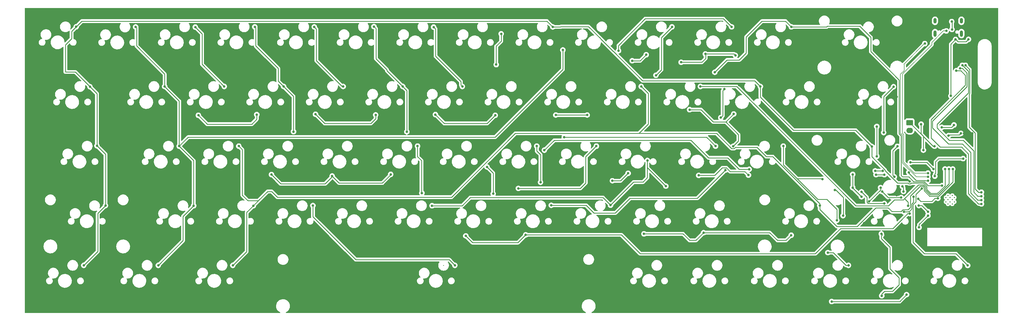
<source format=gtl>
%TF.GenerationSoftware,KiCad,Pcbnew,7.0.7*%
%TF.CreationDate,2023-12-09T22:14:26-06:00*%
%TF.ProjectId,Keyboard,4b657962-6f61-4726-942e-6b696361645f,rev?*%
%TF.SameCoordinates,Original*%
%TF.FileFunction,Copper,L1,Top*%
%TF.FilePolarity,Positive*%
%FSLAX46Y46*%
G04 Gerber Fmt 4.6, Leading zero omitted, Abs format (unit mm)*
G04 Created by KiCad (PCBNEW 7.0.7) date 2023-12-09 22:14:26*
%MOMM*%
%LPD*%
G01*
G04 APERTURE LIST*
G04 Aperture macros list*
%AMRoundRect*
0 Rectangle with rounded corners*
0 $1 Rounding radius*
0 $2 $3 $4 $5 $6 $7 $8 $9 X,Y pos of 4 corners*
0 Add a 4 corners polygon primitive as box body*
4,1,4,$2,$3,$4,$5,$6,$7,$8,$9,$2,$3,0*
0 Add four circle primitives for the rounded corners*
1,1,$1+$1,$2,$3*
1,1,$1+$1,$4,$5*
1,1,$1+$1,$6,$7*
1,1,$1+$1,$8,$9*
0 Add four rect primitives between the rounded corners*
20,1,$1+$1,$2,$3,$4,$5,0*
20,1,$1+$1,$4,$5,$6,$7,0*
20,1,$1+$1,$6,$7,$8,$9,0*
20,1,$1+$1,$8,$9,$2,$3,0*%
G04 Aperture macros list end*
%TA.AperFunction,ComponentPad*%
%ADD10RoundRect,0.250000X-0.845000X0.620000X-0.845000X-0.620000X0.845000X-0.620000X0.845000X0.620000X0*%
%TD*%
%TA.AperFunction,ComponentPad*%
%ADD11O,2.190000X1.740000*%
%TD*%
%TA.AperFunction,ComponentPad*%
%ADD12C,0.400000*%
%TD*%
%TA.AperFunction,ComponentPad*%
%ADD13O,1.000000X1.800000*%
%TD*%
%TA.AperFunction,ComponentPad*%
%ADD14O,1.000000X2.100000*%
%TD*%
%TA.AperFunction,ViaPad*%
%ADD15C,0.800000*%
%TD*%
%TA.AperFunction,Conductor*%
%ADD16C,0.200000*%
%TD*%
%TA.AperFunction,Conductor*%
%ADD17C,0.250000*%
%TD*%
G04 APERTURE END LIST*
D10*
X333452500Y-116130000D03*
D11*
X333452500Y-118670000D03*
D12*
X346682500Y-142050000D03*
X345282500Y-142050000D03*
X348082500Y-142050000D03*
X345282500Y-140650000D03*
X346682500Y-140650000D03*
X348082500Y-140650000D03*
X345982500Y-142750000D03*
X347382500Y-142750000D03*
X345982500Y-141350000D03*
X347382500Y-141350000D03*
X345982500Y-139950000D03*
X347382500Y-139950000D03*
D13*
X341737500Y-82825000D03*
D14*
X341737500Y-87025000D03*
D13*
X350377500Y-82825000D03*
D14*
X350377500Y-87025000D03*
D15*
X309400000Y-103850000D03*
X322935097Y-99587294D03*
X328275000Y-92875000D03*
X339432500Y-146530000D03*
X336525000Y-150400000D03*
X341682500Y-133650000D03*
X350932500Y-127900000D03*
X352700000Y-88900000D03*
X348457500Y-88950000D03*
X346932500Y-107400000D03*
X341582500Y-123850000D03*
X337182500Y-116650000D03*
X337932500Y-125140000D03*
X346182500Y-120380000D03*
X350232500Y-119650000D03*
X330682500Y-140650000D03*
X324444799Y-138662299D03*
X247252500Y-93940000D03*
X276432500Y-94150000D03*
X242682500Y-95900000D03*
X322682500Y-117400000D03*
X322682500Y-127150000D03*
X258682500Y-96400000D03*
X266602500Y-93690000D03*
X261432500Y-111900000D03*
X275887500Y-113315000D03*
X217682500Y-113650000D03*
X275732500Y-123875000D03*
X280702500Y-133315000D03*
X317682500Y-138775500D03*
X241327500Y-132715000D03*
X334708000Y-140350500D03*
X331582500Y-145325000D03*
X227932500Y-113650000D03*
X236182500Y-135150000D03*
X325169799Y-142595500D03*
X264432500Y-133400000D03*
X324310000Y-172772500D03*
X317682500Y-140400000D03*
X322182500Y-131900000D03*
X333182500Y-132400000D03*
X339432500Y-135100000D03*
X324177500Y-152515000D03*
X311658000Y-146558000D03*
X266027500Y-152140000D03*
X324656550Y-131928649D03*
X314802500Y-137400000D03*
X314802500Y-133065000D03*
X246527500Y-152515000D03*
X294682500Y-152970000D03*
X308932500Y-138150000D03*
X119837500Y-113515000D03*
X100742500Y-113740000D03*
X199807500Y-87100000D03*
X158737500Y-113615000D03*
X178287500Y-113515000D03*
X139062500Y-113400000D03*
X198182500Y-97150000D03*
X197862500Y-113740000D03*
X333682500Y-129150000D03*
X124652500Y-133140000D03*
X213932500Y-125150000D03*
X144502500Y-133615000D03*
X280932500Y-131400000D03*
X163652500Y-133065000D03*
X341197500Y-131310000D03*
X207827500Y-152840000D03*
X336432500Y-143265500D03*
X188227500Y-153190000D03*
X339432500Y-145260000D03*
X333432500Y-145900000D03*
X332432500Y-172400000D03*
X307932500Y-174650000D03*
X343932500Y-117660000D03*
X347932500Y-116900000D03*
X337157500Y-145825000D03*
X343857500Y-161600000D03*
X255025000Y-97550000D03*
X104407500Y-95075000D03*
X163432500Y-168150000D03*
X318507500Y-149025000D03*
X350900000Y-84900000D03*
X339432500Y-149150000D03*
X295383896Y-128584331D03*
X346182500Y-115400000D03*
X336907500Y-170575000D03*
X343182500Y-106150000D03*
X297688000Y-144780000D03*
X237682500Y-118400000D03*
X125782500Y-94400000D03*
X334432500Y-87400000D03*
X86357500Y-94400000D03*
X151682500Y-102650000D03*
X209182500Y-97650000D03*
X93932500Y-100900000D03*
X292932500Y-136900000D03*
X329184000Y-107696000D03*
X343432500Y-133650000D03*
X356682500Y-128400000D03*
X76026015Y-116880018D03*
X338432500Y-130650000D03*
X53582500Y-98325000D03*
X312932500Y-147150000D03*
X259550000Y-94400000D03*
X326136000Y-126238000D03*
X329932500Y-138150000D03*
X329182500Y-139900000D03*
X297682500Y-169650000D03*
X317432500Y-157400000D03*
X320682500Y-137900000D03*
X360432500Y-153150000D03*
X332682500Y-157400000D03*
X331724000Y-132842000D03*
X277682500Y-103900000D03*
X228182500Y-98150000D03*
X65482500Y-94200000D03*
X353907500Y-119650000D03*
X216182500Y-166400000D03*
X207932500Y-133150000D03*
X49682500Y-118150000D03*
X332682500Y-137400000D03*
X234432500Y-139900000D03*
X337007500Y-160225000D03*
X329438000Y-130302000D03*
X198932500Y-141650000D03*
X349932500Y-172900000D03*
X325937829Y-145453189D03*
X259432500Y-136900000D03*
X350182500Y-137650000D03*
X276432500Y-138150000D03*
X344432500Y-126150000D03*
X346682500Y-129650000D03*
X117682500Y-134400000D03*
X344682500Y-96400000D03*
X359682500Y-139150000D03*
X330382500Y-152025000D03*
X337682500Y-102900000D03*
X308682500Y-132150000D03*
X49882500Y-101150000D03*
X351682500Y-113150000D03*
X289932500Y-141900000D03*
X355800000Y-84900000D03*
X276281164Y-155688108D03*
X97557500Y-94875000D03*
X324932500Y-140900000D03*
X66682500Y-163150000D03*
X334182500Y-123150000D03*
X163350000Y-94875000D03*
X351232500Y-119650000D03*
X326807500Y-141400000D03*
X279182500Y-135150000D03*
X278682500Y-130400000D03*
X123232500Y-91250000D03*
X79807500Y-95475000D03*
X329692000Y-132842000D03*
X353057500Y-85650000D03*
X308185956Y-113828427D03*
X351975000Y-147625000D03*
X327857500Y-153275000D03*
X171432500Y-102650000D03*
X322682500Y-114400000D03*
X357124000Y-130556000D03*
X118932500Y-95375000D03*
X270275000Y-137650000D03*
X318100000Y-98125000D03*
X135807500Y-94500000D03*
X333432500Y-135400000D03*
X345432500Y-86150000D03*
X339432500Y-132650000D03*
X339432500Y-133830000D03*
X338400000Y-90300000D03*
X347295201Y-85662299D03*
X347200000Y-83100000D03*
X351694799Y-97387701D03*
X356932500Y-138910000D03*
X356932500Y-140180000D03*
X350682500Y-97400000D03*
X356932500Y-141450000D03*
X349932500Y-98400000D03*
X348682500Y-99150000D03*
X356932500Y-142720000D03*
X321056000Y-123952000D03*
X67564000Y-123698000D03*
X284597500Y-104320000D03*
X65278000Y-104394000D03*
X216682500Y-84850000D03*
X60757500Y-84800000D03*
X70358000Y-143256000D03*
X63246000Y-162814000D03*
X345007500Y-131310000D03*
X320182500Y-141900000D03*
X323932500Y-137400000D03*
X220432500Y-120900000D03*
X269931250Y-123823750D03*
X328168000Y-104394000D03*
X187097500Y-104320000D03*
X324932500Y-119400000D03*
X177707500Y-84900000D03*
X195182500Y-130650000D03*
X197182500Y-139400000D03*
X346277500Y-131310000D03*
X80210000Y-84845000D03*
X89697500Y-104320000D03*
X99185000Y-143320000D03*
X94457500Y-123825000D03*
X219982500Y-92375000D03*
X264982500Y-104320000D03*
X87630000Y-162814000D03*
X332947500Y-143320000D03*
X118710000Y-143320000D03*
X109197500Y-104320000D03*
X112014000Y-162814000D03*
X347547500Y-131310000D03*
X245610000Y-104320000D03*
X250432500Y-100650000D03*
X113960000Y-123820000D03*
X304038000Y-143256000D03*
X99732500Y-84900000D03*
X255685000Y-84820000D03*
X131857500Y-119100000D03*
X336257500Y-141075000D03*
X128622500Y-104320000D03*
X272857500Y-105150000D03*
X271657500Y-114500000D03*
X342682500Y-140900000D03*
X184658000Y-162814000D03*
X138210000Y-143250000D03*
X275185000Y-84820000D03*
X238182500Y-92650000D03*
X119197500Y-84820000D03*
X269682500Y-99650000D03*
X138657500Y-84825000D03*
X230947500Y-123820000D03*
X148110000Y-104320000D03*
X205432500Y-137650000D03*
X294710000Y-84820000D03*
X344033805Y-136751305D03*
X173857500Y-139175000D03*
X331420201Y-138662299D03*
X247650000Y-128524000D03*
X172447500Y-123820000D03*
X177185000Y-143320000D03*
X331069799Y-137012701D03*
X329432500Y-123900000D03*
X235585000Y-143129000D03*
X168932500Y-119150000D03*
X328431129Y-133874030D03*
X167597500Y-104320000D03*
X253682500Y-136900000D03*
X158182500Y-84725000D03*
X325182500Y-133150000D03*
X337432500Y-137640000D03*
X304932500Y-134650000D03*
X211447500Y-123820000D03*
X309626000Y-148082000D03*
X212682500Y-135650000D03*
X313435000Y-162820000D03*
X322432500Y-133150000D03*
X292101777Y-123820000D03*
X352432500Y-162850000D03*
X273182500Y-131650000D03*
X306682500Y-158650000D03*
X216185000Y-143175000D03*
D16*
X334998186Y-132650000D02*
X339432500Y-132650000D01*
X340682500Y-90679088D02*
X331100000Y-100261588D01*
X331100000Y-119650773D02*
X331507500Y-120058274D01*
X331507500Y-120058274D02*
X331507500Y-129159314D01*
X340682500Y-89944594D02*
X340682500Y-90679088D01*
X331100000Y-100261588D02*
X331100000Y-119650773D01*
X331507500Y-129159314D02*
X334998186Y-132650000D01*
X344477094Y-86150000D02*
X340682500Y-89944594D01*
X345432500Y-86150000D02*
X344477094Y-86150000D01*
D17*
X336525000Y-149437500D02*
X339432500Y-146530000D01*
X336525000Y-150400000D02*
X336525000Y-149437500D01*
X341682500Y-133650000D02*
X341682500Y-132900000D01*
X342932500Y-127900000D02*
X350932500Y-127900000D01*
X341932500Y-132650000D02*
X341932500Y-128900000D01*
X341932500Y-128900000D02*
X342932500Y-127900000D01*
X341682500Y-132900000D02*
X341932500Y-132650000D01*
X349300000Y-89700000D02*
X351900000Y-89700000D01*
X351900000Y-89700000D02*
X352700000Y-88900000D01*
X346932500Y-90475000D02*
X346932500Y-107400000D01*
X349300000Y-89700000D02*
X348550000Y-88950000D01*
X348457500Y-88950000D02*
X346932500Y-90475000D01*
X348550000Y-88950000D02*
X348457500Y-88950000D01*
X341132500Y-123850000D02*
X341582500Y-123850000D01*
X337932500Y-120610000D02*
X337932500Y-125140000D01*
X337182500Y-116650000D02*
X337182500Y-119860000D01*
X333452500Y-116130000D02*
X337327500Y-120005000D01*
X337182500Y-119860000D02*
X337327500Y-120005000D01*
X337932500Y-120650000D02*
X341132500Y-123850000D01*
X346412500Y-120150000D02*
X346182500Y-120380000D01*
X350232500Y-119650000D02*
X349732500Y-120150000D01*
X337932500Y-120610000D02*
X337932500Y-120650000D01*
X337327500Y-120005000D02*
X337932500Y-120610000D01*
X349732500Y-120150000D02*
X346412500Y-120150000D01*
X265432500Y-96400000D02*
X266682500Y-95150000D01*
X322682500Y-117400000D02*
X322682500Y-125400000D01*
X266682500Y-95150000D02*
X266682500Y-93770000D01*
X324444799Y-138662299D02*
X326432500Y-140650000D01*
X266602500Y-93690000D02*
X275972500Y-93690000D01*
X266682500Y-93770000D02*
X266602500Y-93690000D01*
X326432500Y-140650000D02*
X330682500Y-140650000D01*
X275972500Y-93690000D02*
X276432500Y-94150000D01*
X242682500Y-95900000D02*
X245292500Y-95900000D01*
X258682500Y-96400000D02*
X265432500Y-96400000D01*
X245292500Y-95900000D02*
X247252500Y-93940000D01*
X322682500Y-125400000D02*
X322682500Y-127150000D01*
X333361000Y-145175000D02*
X333132195Y-145175000D01*
X273302500Y-115900000D02*
X275887500Y-113315000D01*
X272157500Y-130925000D02*
X273482805Y-130925000D01*
X236182500Y-135150000D02*
X238892500Y-135150000D01*
X269682500Y-133400000D02*
X272157500Y-130925000D01*
X274707805Y-132150000D02*
X279537500Y-132150000D01*
X334132500Y-142775000D02*
X334132500Y-144403500D01*
X217682500Y-113650000D02*
X227932500Y-113650000D01*
X325140299Y-142625000D02*
X319882195Y-142625000D01*
X275732500Y-123875000D02*
X277432500Y-122175000D01*
X319457500Y-142200305D02*
X319457500Y-140550500D01*
X277432500Y-122175000D02*
X277432500Y-120030000D01*
X319882195Y-142625000D02*
X319457500Y-142200305D01*
X265182500Y-111900000D02*
X269182500Y-115900000D01*
X261432500Y-111900000D02*
X265182500Y-111900000D01*
X334708000Y-142199500D02*
X334132500Y-142775000D01*
X319457500Y-140550500D02*
X317682500Y-138775500D01*
X238892500Y-135150000D02*
X241327500Y-132715000D01*
X273482805Y-130925000D02*
X274707805Y-132150000D01*
X264432500Y-133400000D02*
X269682500Y-133400000D01*
X269182500Y-115900000D02*
X273302500Y-115900000D01*
X334132500Y-144403500D02*
X333361000Y-145175000D01*
X334708000Y-140350500D02*
X334708000Y-142199500D01*
X333132195Y-145175000D02*
X332982195Y-145325000D01*
X332982195Y-145325000D02*
X331582500Y-145325000D01*
X277432500Y-120030000D02*
X273302500Y-115900000D01*
X279537500Y-132150000D02*
X280702500Y-133315000D01*
X325169799Y-142595500D02*
X325140299Y-142625000D01*
X322182500Y-131900000D02*
X324627901Y-131900000D01*
X246527500Y-152515000D02*
X259297500Y-152515000D01*
X338463389Y-135100000D02*
X339432500Y-135100000D01*
X311658000Y-146558000D02*
X311732500Y-146483500D01*
X314802500Y-137400000D02*
X314802500Y-133065000D01*
X287672500Y-152140000D02*
X290182500Y-154650000D01*
X324547500Y-152885000D02*
X324177500Y-152515000D01*
X290182500Y-154650000D02*
X293002500Y-154650000D01*
X327032500Y-156926777D02*
X327032500Y-163950000D01*
X309269506Y-138150000D02*
X308932500Y-138150000D01*
X324627901Y-131900000D02*
X324656550Y-131928649D01*
X311732500Y-140612994D02*
X309269506Y-138150000D01*
X259297500Y-152515000D02*
X261432500Y-154650000D01*
X261432500Y-154650000D02*
X263517500Y-154650000D01*
X333182500Y-132650000D02*
X335545201Y-135012701D01*
X327032500Y-163950000D02*
X329957500Y-166875000D01*
X324177500Y-152515000D02*
X324177500Y-154071777D01*
X333182500Y-132400000D02*
X333182500Y-132650000D01*
X324177500Y-154071777D02*
X327032500Y-156926777D01*
X266027500Y-152140000D02*
X287672500Y-152140000D01*
X324310000Y-172208223D02*
X324310000Y-172772500D01*
X293002500Y-154650000D02*
X294682500Y-152970000D01*
X325193223Y-171325000D02*
X324310000Y-172208223D01*
X327832500Y-171325000D02*
X325193223Y-171325000D01*
X329957500Y-166875000D02*
X329957500Y-169200000D01*
X314802500Y-137520000D02*
X314802500Y-137400000D01*
X324310000Y-172772500D02*
X324547500Y-172535000D01*
X329957500Y-169200000D02*
X327832500Y-171325000D01*
X263517500Y-154650000D02*
X266027500Y-152140000D01*
X338376090Y-135012701D02*
X338463389Y-135100000D01*
X311732500Y-146483500D02*
X311732500Y-140612994D01*
X317682500Y-140400000D02*
X314802500Y-137520000D01*
X335545201Y-135012701D02*
X338376090Y-135012701D01*
X118182500Y-116650000D02*
X119837500Y-114995000D01*
X195202500Y-116400000D02*
X197862500Y-113740000D01*
X199807500Y-89525000D02*
X198182500Y-91150000D01*
X100742500Y-113740000D02*
X103652500Y-116650000D01*
X142062500Y-116400000D02*
X157182500Y-116400000D01*
X199807500Y-87100000D02*
X199807500Y-89525000D01*
X181172500Y-116400000D02*
X195202500Y-116400000D01*
X119837500Y-114995000D02*
X119837500Y-113515000D01*
X178287500Y-113515000D02*
X181172500Y-116400000D01*
X158737500Y-114845000D02*
X158737500Y-113615000D01*
X103652500Y-116650000D02*
X118182500Y-116650000D01*
X139062500Y-113400000D02*
X142062500Y-116400000D01*
X198182500Y-91150000D02*
X198182500Y-97150000D01*
X157182500Y-116400000D02*
X158737500Y-114845000D01*
X273957500Y-127675000D02*
X277682500Y-131400000D01*
X261908350Y-121920000D02*
X267663350Y-127675000D01*
X267663350Y-127675000D02*
X273957500Y-127675000D01*
X277682500Y-131400000D02*
X280932500Y-131400000D01*
X146787500Y-135900000D02*
X160932500Y-135900000D01*
X144502500Y-133615000D02*
X146787500Y-135900000D01*
X127662500Y-136150000D02*
X142182500Y-136150000D01*
X160932500Y-135900000D02*
X163652500Y-133180000D01*
X124652500Y-133140000D02*
X127662500Y-136150000D01*
X339037500Y-129150000D02*
X341197500Y-131310000D01*
X217162500Y-121920000D02*
X261908350Y-121920000D01*
X213932500Y-125150000D02*
X217162500Y-121920000D01*
X163652500Y-133180000D02*
X163652500Y-133065000D01*
X333682500Y-129150000D02*
X339037500Y-129150000D01*
X144502500Y-133830000D02*
X144502500Y-133615000D01*
X142182500Y-136150000D02*
X144502500Y-133830000D01*
X327916257Y-150775000D02*
X330787500Y-147903757D01*
X332780088Y-145900000D02*
X333432500Y-145900000D01*
X330787500Y-147892588D02*
X332780088Y-145900000D01*
X207827500Y-152840000D02*
X239122500Y-152840000D01*
X309432500Y-152150000D02*
X310807500Y-150775000D01*
X205267500Y-155400000D02*
X207827500Y-152840000D01*
X337438000Y-143265500D02*
X339432500Y-145260000D01*
X336432500Y-143265500D02*
X337438000Y-143265500D01*
X243432500Y-157150000D02*
X245297500Y-159015000D01*
X310807500Y-150775000D02*
X327916257Y-150775000D01*
X245297500Y-159015000D02*
X302567500Y-159015000D01*
X302567500Y-159015000D02*
X309432500Y-152150000D01*
X190437500Y-155400000D02*
X205267500Y-155400000D01*
X239122500Y-152840000D02*
X243432500Y-157150000D01*
X188227500Y-153190000D02*
X190437500Y-155400000D01*
X330787500Y-147903757D02*
X330787500Y-147892588D01*
X332432500Y-172400000D02*
X330182500Y-174650000D01*
X330182500Y-174650000D02*
X307932500Y-174650000D01*
X347932500Y-116900000D02*
X347172500Y-117660000D01*
X347172500Y-117660000D02*
X343932500Y-117660000D01*
X353907500Y-119650000D02*
X351232500Y-119650000D01*
D16*
X330432500Y-119548959D02*
X331107500Y-120223959D01*
X331107500Y-129325000D02*
X335612500Y-133830000D01*
X331549201Y-97033299D02*
X331682500Y-97166598D01*
X331682500Y-97166598D02*
X331682500Y-99113402D01*
X335612500Y-133830000D02*
X339432500Y-133830000D01*
X338400000Y-90300000D02*
X338282500Y-90300000D01*
X338282500Y-90300000D02*
X331549201Y-97033299D01*
X331682500Y-99113402D02*
X330432500Y-100363402D01*
X330432500Y-100363402D02*
X330432500Y-119548959D01*
X331107500Y-120223959D02*
X331107500Y-129325000D01*
D17*
X347295201Y-83195201D02*
X347295201Y-85662299D01*
X347200000Y-83100000D02*
X347295201Y-83195201D01*
X353082500Y-106636396D02*
X352932500Y-106786396D01*
X351694799Y-97387701D02*
X353082500Y-98775402D01*
X354882500Y-119599695D02*
X354882500Y-137850000D01*
X354882500Y-137850000D02*
X355942500Y-138910000D01*
X353082500Y-98775402D02*
X353082500Y-106636396D01*
X355942500Y-138910000D02*
X356932500Y-138910000D01*
X352932500Y-117649695D02*
X354882500Y-119599695D01*
X352932500Y-106786396D02*
X352932500Y-117649695D01*
X354432500Y-125400000D02*
X350932500Y-121900000D01*
X350932500Y-121900000D02*
X346432500Y-121900000D01*
X346432500Y-121900000D02*
X342432500Y-117900000D01*
X342432500Y-117900000D02*
X342432500Y-116650000D01*
X352632500Y-99350000D02*
X350682500Y-97400000D01*
X342432500Y-116650000D02*
X352632500Y-106450000D01*
X354432500Y-138900000D02*
X354432500Y-125400000D01*
X352632500Y-106450000D02*
X352632500Y-99350000D01*
X356932500Y-140180000D02*
X355712500Y-140180000D01*
X355712500Y-140180000D02*
X354432500Y-138900000D01*
X352182500Y-99900000D02*
X350682500Y-98400000D01*
X353432500Y-125900000D02*
X350682500Y-123150000D01*
X355732500Y-141450000D02*
X353432500Y-139150000D01*
X340882500Y-115700000D02*
X352182500Y-104400000D01*
X350682500Y-98400000D02*
X349932500Y-98400000D01*
X356932500Y-141450000D02*
X355732500Y-141450000D01*
X352182500Y-104400000D02*
X352182500Y-99900000D01*
X353432500Y-139150000D02*
X353432500Y-125900000D01*
X340882500Y-117850000D02*
X340882500Y-115700000D01*
X346182500Y-123150000D02*
X340882500Y-117850000D01*
X350682500Y-123150000D02*
X346182500Y-123150000D01*
X343432500Y-124150000D02*
X340432500Y-121150000D01*
X350432500Y-124150000D02*
X343432500Y-124150000D01*
X340432500Y-115150000D02*
X351682500Y-103900000D01*
X351682500Y-100650000D02*
X350182500Y-99150000D01*
X352682500Y-126400000D02*
X350432500Y-124150000D01*
X350182500Y-99150000D02*
X348682500Y-99150000D01*
X340432500Y-121150000D02*
X340432500Y-115150000D01*
X356002500Y-142720000D02*
X352682500Y-139400000D01*
X356932500Y-142720000D02*
X356002500Y-142720000D01*
X352682500Y-139400000D02*
X352682500Y-126400000D01*
X351682500Y-103900000D02*
X351682500Y-100650000D01*
X62612500Y-82945000D02*
X59265088Y-86292412D01*
X228391257Y-84750000D02*
X232316257Y-88675000D01*
X67564000Y-123698000D02*
X70358000Y-126492000D01*
X333132195Y-136125000D02*
X333732805Y-136125000D01*
X282722500Y-102445000D02*
X284597500Y-104320000D01*
X219182500Y-84850000D02*
X219282500Y-84750000D01*
X59265088Y-88655000D02*
X57222500Y-90697588D01*
X65278000Y-104394000D02*
X67564000Y-106680000D01*
X342534709Y-139275000D02*
X345007500Y-136802208D01*
X70358000Y-126492000D02*
X70358000Y-143256000D01*
X321056000Y-127303500D02*
X325381550Y-131629050D01*
X67818000Y-158242000D02*
X63246000Y-162814000D01*
X345007500Y-136802208D02*
X345007500Y-131310000D01*
X216682500Y-84850000D02*
X219182500Y-84850000D01*
X333732805Y-136125000D02*
X333945104Y-135912701D01*
X232316257Y-88708757D02*
X236452412Y-92844912D01*
X284597500Y-107785000D02*
X284597500Y-104320000D01*
X216682500Y-84850000D02*
X214777500Y-82945000D01*
X65278000Y-104394000D02*
X65003000Y-104394000D01*
X67564000Y-106680000D02*
X67564000Y-123698000D01*
X246075088Y-102445000D02*
X282722500Y-102445000D01*
X57222500Y-90697588D02*
X57222500Y-99570000D01*
X295430500Y-118618000D02*
X284597500Y-107785000D01*
X321056000Y-123952000D02*
X321056000Y-127303500D01*
X339057500Y-138002208D02*
X340330292Y-139275000D01*
X325381550Y-131629050D02*
X325381550Y-131849050D01*
X236452412Y-92844912D02*
X236475000Y-92844912D01*
X333945104Y-135912701D02*
X338003298Y-135912701D01*
X329445201Y-135912701D02*
X332919896Y-135912701D01*
X332919896Y-135912701D02*
X333132195Y-136125000D01*
X219282500Y-84750000D02*
X228391257Y-84750000D01*
X59265088Y-86292412D02*
X59265088Y-88655000D01*
X315722000Y-118618000D02*
X295430500Y-118618000D01*
X339057500Y-136966903D02*
X339057500Y-138002208D01*
X57222500Y-99570000D02*
X60454000Y-99570000D01*
X338003298Y-135912701D02*
X339057500Y-136966903D01*
X214777500Y-82945000D02*
X62612500Y-82945000D01*
X325381550Y-131849050D02*
X329445201Y-135912701D01*
X321056000Y-123952000D02*
X315722000Y-118618000D01*
X70358000Y-143256000D02*
X67818000Y-145796000D01*
X60454000Y-99570000D02*
X65278000Y-104394000D01*
X232316257Y-88675000D02*
X232316257Y-88708757D01*
X340330292Y-139275000D02*
X342534709Y-139275000D01*
X67818000Y-145796000D02*
X67818000Y-158242000D01*
X236475000Y-92844912D02*
X246075088Y-102445000D01*
X178332500Y-94375000D02*
X186632500Y-102675000D01*
X324932500Y-107629500D02*
X328168000Y-104394000D01*
X323932500Y-138150000D02*
X320182500Y-141900000D01*
X323932500Y-137400000D02*
X323932500Y-138150000D01*
X195182500Y-130650000D02*
X197182500Y-132650000D01*
X197182500Y-132650000D02*
X197182500Y-139400000D01*
X324932500Y-119400000D02*
X324932500Y-107629500D01*
X178332500Y-85525000D02*
X178332500Y-94375000D01*
X267007500Y-120900000D02*
X220432500Y-120900000D01*
X186632500Y-102675000D02*
X186632500Y-103855000D01*
X186632500Y-103855000D02*
X187097500Y-104320000D01*
X177707500Y-84900000D02*
X178332500Y-85525000D01*
X269931250Y-123823750D02*
X267007500Y-120900000D01*
X97857500Y-120900000D02*
X186682500Y-120900000D01*
X280967500Y-108416243D02*
X280967500Y-108435000D01*
X95722500Y-154721500D02*
X87630000Y-162814000D01*
X97382500Y-120900000D02*
X97857500Y-120900000D01*
X336327500Y-136465000D02*
X337919201Y-136465000D01*
X80500000Y-85135000D02*
X80210000Y-84845000D01*
X95722500Y-146782500D02*
X95722500Y-154721500D01*
X280967500Y-108435000D02*
X282437500Y-109905000D01*
X328407500Y-141375000D02*
X331417500Y-141375000D01*
X282437500Y-109905000D02*
X282437500Y-109907412D01*
X315850088Y-143320000D02*
X326462500Y-143320000D01*
X338607500Y-138188604D02*
X340143896Y-139725000D01*
X340143896Y-139725000D02*
X342721105Y-139725000D01*
X331417500Y-141375000D02*
X331773250Y-141019250D01*
X197791257Y-120900000D02*
X218774379Y-99916879D01*
X94457500Y-123825000D02*
X99185000Y-128552500D01*
X326462500Y-143320000D02*
X328407500Y-141375000D01*
X80500000Y-91042500D02*
X80500000Y-85135000D01*
X337919201Y-136465000D02*
X338607500Y-137153299D01*
X331773250Y-141019250D02*
X332947500Y-142193500D01*
X99185000Y-128552500D02*
X99185000Y-143320000D01*
X99185000Y-143320000D02*
X95722500Y-146782500D01*
X342721105Y-139725000D02*
X346277500Y-136168604D01*
X94457500Y-123825000D02*
X97382500Y-120900000D01*
X80500000Y-91042500D02*
X89697500Y-100240000D01*
X338607500Y-137153299D02*
X338607500Y-138188604D01*
X89697500Y-100240000D02*
X89697500Y-104320000D01*
X94457500Y-109080000D02*
X94457500Y-123825000D01*
X89697500Y-104320000D02*
X94457500Y-109080000D01*
X186682500Y-120900000D02*
X197791257Y-120900000D01*
X331773250Y-141019250D02*
X336327500Y-136465000D01*
X276871257Y-104320000D02*
X280967500Y-108416243D01*
X332947500Y-142193500D02*
X332947500Y-143320000D01*
X346277500Y-136168604D02*
X346277500Y-131310000D01*
X264982500Y-104320000D02*
X276871257Y-104320000D01*
X219982500Y-92375000D02*
X219982500Y-98708758D01*
X282437500Y-109907412D02*
X315850088Y-143320000D01*
X219982500Y-98708758D02*
X218774379Y-99916879D01*
X304038000Y-142680588D02*
X304038000Y-143256000D01*
X327657500Y-145250000D02*
X330632195Y-145250000D01*
X247904000Y-106614000D02*
X245610000Y-104320000D01*
X99732500Y-84900000D02*
X101932500Y-87100000D01*
X339957500Y-140175000D02*
X342907501Y-140175000D01*
X304038000Y-144506000D02*
X309646000Y-150114000D01*
X275223350Y-124600000D02*
X276032805Y-124600000D01*
X252222500Y-88282500D02*
X255685000Y-84820000D01*
X309646000Y-150114000D02*
X311150000Y-150114000D01*
X247904000Y-116602000D02*
X247904000Y-106614000D01*
X116907500Y-141650000D02*
X120380000Y-141650000D01*
X283508000Y-124250000D02*
X286512000Y-127254000D01*
X116532500Y-145497500D02*
X116532500Y-158295500D01*
X333682500Y-143837500D02*
X333682500Y-140150000D01*
X101932500Y-87100000D02*
X101932500Y-97055000D01*
X338157500Y-137339695D02*
X338157500Y-138375000D01*
X244856000Y-119650000D02*
X247904000Y-116602000D01*
X252222500Y-98860000D02*
X252222500Y-88282500D01*
X316216850Y-150114000D02*
X322345850Y-143985000D01*
X288611412Y-127254000D02*
X304038000Y-142680588D01*
X342907501Y-140175000D02*
X347547500Y-135535000D01*
X115107500Y-124967500D02*
X115107500Y-139850000D01*
X113960000Y-123820000D02*
X115107500Y-124967500D01*
X120380000Y-141650000D02*
X120543750Y-141486250D01*
X101932500Y-97055000D02*
X109197500Y-104320000D01*
X116532500Y-158295500D02*
X112014000Y-162814000D01*
X183557500Y-140525000D02*
X204432500Y-119650000D01*
X330632195Y-145250000D02*
X331282195Y-144600000D01*
X120543750Y-141486250D02*
X123380000Y-138650000D01*
X333682500Y-140150000D02*
X336917500Y-136915000D01*
X124732500Y-138650000D02*
X126607500Y-140525000D01*
X204432500Y-119650000D02*
X244856000Y-119650000D01*
X244856000Y-119650000D02*
X270273350Y-119650000D01*
X118710000Y-143320000D02*
X120543750Y-141486250D01*
X337732805Y-136915000D02*
X338157500Y-137339695D01*
X326392500Y-143985000D02*
X327657500Y-145250000D01*
X270273350Y-119650000D02*
X275223350Y-124600000D01*
X310388000Y-150114000D02*
X316216850Y-150114000D01*
X276382805Y-124250000D02*
X283508000Y-124250000D01*
X250432500Y-100650000D02*
X252222500Y-98860000D01*
X331282195Y-144600000D02*
X332920000Y-144600000D01*
X338157500Y-138375000D02*
X339957500Y-140175000D01*
X332920000Y-144600000D02*
X333682500Y-143837500D01*
X115107500Y-139850000D02*
X116907500Y-141650000D01*
X123380000Y-138650000D02*
X124732500Y-138650000D01*
X347547500Y-135535000D02*
X347547500Y-131310000D01*
X336917500Y-136915000D02*
X337732805Y-136915000D01*
X286512000Y-127254000D02*
X288611412Y-127254000D01*
X304038000Y-143256000D02*
X304038000Y-144506000D01*
X126607500Y-140525000D02*
X183557500Y-140525000D01*
X118710000Y-143320000D02*
X116532500Y-145497500D01*
X276032805Y-124600000D02*
X276382805Y-124250000D01*
X322345850Y-143985000D02*
X326392500Y-143985000D01*
X119487500Y-85110000D02*
X119197500Y-84820000D01*
X149184250Y-157901750D02*
X149545000Y-158262500D01*
X126882500Y-102580000D02*
X128622500Y-104320000D01*
X119487500Y-91030000D02*
X119487500Y-85110000D01*
X148932500Y-157650000D02*
X149184250Y-157901750D01*
X246932500Y-82150000D02*
X238182500Y-90900000D01*
X341682500Y-140900000D02*
X342682500Y-140900000D01*
X272515000Y-82150000D02*
X267970000Y-82150000D01*
X272857500Y-105150000D02*
X272277500Y-105730000D01*
X126882500Y-98425000D02*
X126882500Y-102580000D01*
X238182500Y-92650000D02*
X238182500Y-90900000D01*
X246932500Y-82150000D02*
X267970000Y-82150000D01*
X272277500Y-105730000D02*
X272277500Y-113880000D01*
X272277500Y-113880000D02*
X271657500Y-114500000D01*
X152227500Y-160945000D02*
X149184250Y-157901750D01*
X337082500Y-141900000D02*
X340682500Y-141900000D01*
X138210000Y-143250000D02*
X138210000Y-146927500D01*
X336257500Y-141075000D02*
X337082500Y-141900000D01*
X126882500Y-98425000D02*
X119487500Y-91030000D01*
X267970000Y-82150000D02*
X269052500Y-82150000D01*
X275185000Y-84820000D02*
X272515000Y-82150000D01*
X138210000Y-146927500D02*
X149545000Y-158262500D01*
X340682500Y-141900000D02*
X341682500Y-140900000D01*
X182789000Y-160945000D02*
X152227500Y-160945000D01*
X184658000Y-162814000D02*
X182789000Y-160945000D01*
X131857500Y-107555000D02*
X131857500Y-119100000D01*
X128622500Y-104320000D02*
X131857500Y-107555000D01*
X180832500Y-162820000D02*
X180972500Y-162820000D01*
X294710000Y-84820000D02*
X306299506Y-84820000D01*
X225682500Y-137650000D02*
X227472500Y-135860000D01*
X338189694Y-135462701D02*
X339478298Y-136751305D01*
X139332500Y-85500000D02*
X139332500Y-95850000D01*
X317082850Y-84582000D02*
X320749150Y-88248300D01*
X306299506Y-84820000D02*
X306537506Y-84582000D01*
X227472500Y-135860000D02*
X227472500Y-127295000D01*
X277682500Y-95650000D02*
X279932500Y-93400000D01*
X138657500Y-84825000D02*
X139332500Y-85500000D01*
X334745201Y-135462701D02*
X338189694Y-135462701D01*
X330007500Y-119725000D02*
X330682500Y-120400000D01*
X306537506Y-84582000D02*
X317082850Y-84582000D01*
X205432500Y-137650000D02*
X225682500Y-137650000D01*
X279932500Y-88150000D02*
X285137500Y-82945000D01*
X273682500Y-95650000D02*
X277682500Y-95650000D01*
X285137500Y-82945000D02*
X292835000Y-82945000D01*
X330682500Y-133425305D02*
X331132195Y-133875000D01*
X292835000Y-82945000D02*
X294710000Y-84820000D01*
X330682500Y-120400000D02*
X330682500Y-133425305D01*
X139332500Y-95850000D02*
X147802500Y-104320000D01*
X269682500Y-99650000D02*
X273682500Y-95650000D01*
X339478298Y-136751305D02*
X344033805Y-136751305D01*
X330007500Y-102173757D02*
X330007500Y-119725000D01*
X331132195Y-133875000D02*
X333157500Y-133875000D01*
X279932500Y-93400000D02*
X279932500Y-88150000D01*
X227472500Y-127295000D02*
X230947500Y-123820000D01*
X147802500Y-104320000D02*
X148110000Y-104320000D01*
X333157500Y-133875000D02*
X334745201Y-135462701D01*
X320749150Y-88248300D02*
X320749150Y-92915407D01*
X320749150Y-92915407D02*
X330007500Y-102173757D01*
X233106000Y-140650000D02*
X189682500Y-140650000D01*
X235585000Y-143129000D02*
X235394000Y-143320000D01*
X331420201Y-137363103D02*
X331420201Y-138662299D01*
X162432500Y-99155000D02*
X167597500Y-104320000D01*
X172447500Y-127295000D02*
X173722500Y-128570000D01*
X173722500Y-139040000D02*
X173857500Y-139175000D01*
X173722500Y-128570000D02*
X173722500Y-139040000D01*
X158182500Y-84725000D02*
X158832500Y-85375000D01*
X331069799Y-137012701D02*
X331420201Y-137363103D01*
X189682500Y-140650000D02*
X187012500Y-143320000D01*
X168932500Y-105655000D02*
X167597500Y-104320000D01*
X247621250Y-130838750D02*
X247621250Y-134150527D01*
X253682500Y-136900000D02*
X247621250Y-130838750D01*
X246196777Y-135575000D02*
X243139000Y-135575000D01*
X328431129Y-133874030D02*
X327932500Y-133375401D01*
X168932500Y-119150000D02*
X168932500Y-105655000D01*
X158832500Y-85375000D02*
X158832500Y-95225000D01*
X247621250Y-134150527D02*
X246196777Y-135575000D01*
X327932500Y-125400000D02*
X329432500Y-123900000D01*
X327932500Y-133375401D02*
X327932500Y-125400000D01*
X247621250Y-128552750D02*
X247621250Y-130838750D01*
X172447500Y-123820000D02*
X172447500Y-127295000D01*
X187012500Y-143320000D02*
X177185000Y-143320000D01*
X247650000Y-128524000D02*
X247621250Y-128552750D01*
X162432500Y-98825000D02*
X162432500Y-99155000D01*
X158832500Y-95225000D02*
X162432500Y-98825000D01*
X235585000Y-143129000D02*
X233106000Y-140650000D01*
X243139000Y-135575000D02*
X235585000Y-143129000D01*
X306324000Y-141224000D02*
X303376500Y-141224000D01*
X309626000Y-144526000D02*
X306324000Y-141224000D01*
X211447500Y-125415000D02*
X212682500Y-126650000D01*
X241932500Y-140900000D02*
X263932500Y-140900000D01*
X296617500Y-134465000D02*
X304747500Y-134465000D01*
X309626000Y-148082000D02*
X309626000Y-144526000D01*
X334582500Y-155300000D02*
X334582500Y-142961396D01*
X338307500Y-159025000D02*
X334582500Y-155300000D01*
X352432500Y-162850000D02*
X348607500Y-159025000D01*
X335433000Y-142110896D02*
X335433000Y-139639500D01*
X308441650Y-158650000D02*
X312611650Y-162820000D01*
X237132500Y-145700000D02*
X241932500Y-140900000D01*
X322432500Y-133150000D02*
X325182500Y-133150000D01*
X306682500Y-158650000D02*
X308441650Y-158650000D01*
X312611650Y-162820000D02*
X313435000Y-162820000D01*
X292101777Y-123820000D02*
X292101777Y-129949277D01*
X348607500Y-159025000D02*
X338307500Y-159025000D01*
X292101777Y-129949277D02*
X296617500Y-134465000D01*
X230107500Y-145700000D02*
X237132500Y-145700000D01*
X216185000Y-143175000D02*
X227582500Y-143175000D01*
X263932500Y-140900000D02*
X273182500Y-131650000D01*
X304747500Y-134465000D02*
X304932500Y-134650000D01*
X303376500Y-141224000D02*
X296617500Y-134465000D01*
X211447500Y-123820000D02*
X211447500Y-125415000D01*
X227582500Y-143175000D02*
X230107500Y-145700000D01*
X334582500Y-142961396D02*
X335433000Y-142110896D01*
X212682500Y-135650000D02*
X212682500Y-126650000D01*
X335433000Y-139639500D02*
X337432500Y-137640000D01*
%TA.AperFunction,Conductor*%
G36*
X326149087Y-144630185D02*
G01*
X326169728Y-144646818D01*
X326667385Y-145144476D01*
X327156697Y-145633788D01*
X327166522Y-145646051D01*
X327166743Y-145645869D01*
X327171714Y-145651878D01*
X327197717Y-145676295D01*
X327222135Y-145699226D01*
X327243029Y-145720120D01*
X327248511Y-145724373D01*
X327252943Y-145728157D01*
X327286918Y-145760062D01*
X327304476Y-145769714D01*
X327320735Y-145780395D01*
X327336564Y-145792673D01*
X327379338Y-145811182D01*
X327384556Y-145813738D01*
X327425408Y-145836197D01*
X327444816Y-145841180D01*
X327463217Y-145847480D01*
X327481604Y-145855437D01*
X327524988Y-145862308D01*
X327527619Y-145862725D01*
X327533339Y-145863909D01*
X327578481Y-145875500D01*
X327598516Y-145875500D01*
X327617914Y-145877026D01*
X327637694Y-145880159D01*
X327637695Y-145880160D01*
X327637695Y-145880159D01*
X327637696Y-145880160D01*
X327684083Y-145875775D01*
X327689922Y-145875500D01*
X330549452Y-145875500D01*
X330565072Y-145877224D01*
X330565099Y-145876939D01*
X330572855Y-145877671D01*
X330572862Y-145877673D01*
X330642009Y-145875500D01*
X330671545Y-145875500D01*
X330678423Y-145874630D01*
X330684236Y-145874172D01*
X330730822Y-145872709D01*
X330750064Y-145867117D01*
X330769099Y-145863175D01*
X330782220Y-145861518D01*
X330851194Y-145872648D01*
X330889903Y-145901569D01*
X330976629Y-145997888D01*
X331129765Y-146109148D01*
X331129770Y-146109151D01*
X331302692Y-146186142D01*
X331302693Y-146186142D01*
X331302697Y-146186144D01*
X331319239Y-146189660D01*
X331332208Y-146192417D01*
X331393690Y-146225609D01*
X331427467Y-146286772D01*
X331422815Y-146356486D01*
X331394109Y-146401388D01*
X330403708Y-147391787D01*
X330391451Y-147401608D01*
X330391634Y-147401829D01*
X330385623Y-147406801D01*
X330338272Y-147457224D01*
X330317389Y-147478106D01*
X330317377Y-147478120D01*
X330313121Y-147483605D01*
X330309337Y-147488035D01*
X330277436Y-147522008D01*
X330277114Y-147522594D01*
X330273906Y-147526865D01*
X330272851Y-147528318D01*
X330272828Y-147528301D01*
X330256139Y-147550526D01*
X329398392Y-148408273D01*
X329337069Y-148441758D01*
X329267377Y-148436774D01*
X329211444Y-148394902D01*
X329187027Y-148329438D01*
X329186780Y-148324735D01*
X329186776Y-148324641D01*
X329186777Y-148324631D01*
X329156618Y-148024838D01*
X329086769Y-147731739D01*
X328978477Y-147450566D01*
X328833675Y-147186335D01*
X328816692Y-147163286D01*
X328742222Y-147062214D01*
X328654946Y-146943762D01*
X328445480Y-146727176D01*
X328396175Y-146688240D01*
X328209021Y-146540446D01*
X328209017Y-146540443D01*
X328209015Y-146540442D01*
X327949770Y-146386891D01*
X327672372Y-146269264D01*
X327672363Y-146269261D01*
X327381772Y-146189660D01*
X327307116Y-146179620D01*
X327083153Y-146149500D01*
X326857256Y-146149500D01*
X326857248Y-146149500D01*
X326631868Y-146164587D01*
X326631859Y-146164589D01*
X326336594Y-146224604D01*
X326051964Y-146323439D01*
X326051959Y-146323441D01*
X325783046Y-146459328D01*
X325534625Y-146629860D01*
X325311165Y-146831969D01*
X325116632Y-147062064D01*
X324954506Y-147316030D01*
X324954505Y-147316032D01*
X324845224Y-147551529D01*
X324827677Y-147589342D01*
X324824399Y-147599909D01*
X324738407Y-147877118D01*
X324695938Y-148128893D01*
X324688291Y-148174230D01*
X324682502Y-148347398D01*
X324678223Y-148475373D01*
X324708381Y-148775160D01*
X324708382Y-148775162D01*
X324778228Y-149068252D01*
X324778233Y-149068266D01*
X324886520Y-149349427D01*
X324886524Y-149349436D01*
X325031325Y-149613665D01*
X325031329Y-149613671D01*
X325187644Y-149825823D01*
X325210054Y-149856238D01*
X325288953Y-149937819D01*
X325290382Y-149939296D01*
X325322838Y-150001170D01*
X325316690Y-150070769D01*
X325273890Y-150125995D01*
X325208026Y-150149315D01*
X325201248Y-150149500D01*
X317365302Y-150149500D01*
X317298263Y-150129815D01*
X317252508Y-150077011D01*
X317242564Y-150007853D01*
X317271589Y-149944297D01*
X317277621Y-149937819D01*
X319191146Y-148024294D01*
X321178963Y-146036476D01*
X321240284Y-146002993D01*
X321309976Y-146007977D01*
X321365909Y-146049849D01*
X321389257Y-146105676D01*
X321397704Y-146161715D01*
X321407318Y-146225500D01*
X321411105Y-146250619D01*
X321411106Y-146250623D01*
X321453139Y-146386891D01*
X321484888Y-146489819D01*
X321488438Y-146501326D01*
X321602267Y-146737696D01*
X321602268Y-146737697D01*
X321602270Y-146737700D01*
X321602272Y-146737704D01*
X321711749Y-146898277D01*
X321750067Y-146954479D01*
X321877552Y-147091876D01*
X321908720Y-147154409D01*
X321901133Y-147223865D01*
X321857199Y-147278194D01*
X321798441Y-147299655D01*
X321643292Y-147314470D01*
X321643283Y-147314471D01*
X321643282Y-147314472D01*
X321643280Y-147314472D01*
X321643278Y-147314473D01*
X321441627Y-147373683D01*
X321254813Y-147469991D01*
X321089616Y-147599905D01*
X321089612Y-147599909D01*
X320951978Y-147758746D01*
X320846898Y-147940750D01*
X320778156Y-148139365D01*
X320778156Y-148139367D01*
X320750829Y-148329438D01*
X320748246Y-148347401D01*
X320758245Y-148557327D01*
X320807796Y-148761578D01*
X320807798Y-148761582D01*
X320895098Y-148952743D01*
X320895101Y-148952748D01*
X320895102Y-148952750D01*
X320895104Y-148952753D01*
X320994991Y-149093025D01*
X321017015Y-149123953D01*
X321017020Y-149123959D01*
X321169120Y-149268985D01*
X321264078Y-149330011D01*
X321345928Y-149382613D01*
X321541043Y-149460725D01*
X321644228Y-149480612D01*
X321747414Y-149500500D01*
X321747415Y-149500500D01*
X321904919Y-149500500D01*
X321904925Y-149500500D01*
X322061718Y-149485528D01*
X322263375Y-149426316D01*
X322450182Y-149330011D01*
X322615386Y-149200092D01*
X322753019Y-149041256D01*
X322763543Y-149023029D01*
X322858101Y-148859249D01*
X322858100Y-148859249D01*
X322858104Y-148859244D01*
X322926844Y-148660633D01*
X322956754Y-148452602D01*
X322946754Y-148242670D01*
X322897204Y-148038424D01*
X322891000Y-148024839D01*
X322809901Y-147847256D01*
X322809895Y-147847246D01*
X322771215Y-147792926D01*
X322748363Y-147726899D01*
X322764836Y-147658999D01*
X322815404Y-147610784D01*
X322881489Y-147597347D01*
X322938692Y-147601633D01*
X323057000Y-147610500D01*
X323057006Y-147610500D01*
X323188000Y-147610500D01*
X323384120Y-147595803D01*
X323384122Y-147595802D01*
X323384130Y-147595802D01*
X323639916Y-147537420D01*
X323884143Y-147441568D01*
X324111357Y-147310386D01*
X324316481Y-147146805D01*
X324494933Y-146954479D01*
X324642728Y-146737704D01*
X324756563Y-146501323D01*
X324833896Y-146250615D01*
X324873000Y-145991182D01*
X324873000Y-145728818D01*
X324833896Y-145469385D01*
X324756563Y-145218677D01*
X324736284Y-145176568D01*
X324642732Y-144982303D01*
X324642731Y-144982302D01*
X324642730Y-144982301D01*
X324642728Y-144982296D01*
X324521406Y-144804350D01*
X324499907Y-144737872D01*
X324517761Y-144670322D01*
X324569301Y-144623148D01*
X324623861Y-144610500D01*
X326082048Y-144610500D01*
X326149087Y-144630185D01*
G37*
%TD.AperFunction*%
%TA.AperFunction,Conductor*%
G36*
X312563202Y-140918151D02*
G01*
X312569680Y-140924183D01*
X315349285Y-143703788D01*
X315359110Y-143716051D01*
X315359331Y-143715869D01*
X315364302Y-143721878D01*
X315385131Y-143741437D01*
X315414723Y-143769226D01*
X315435617Y-143790120D01*
X315441099Y-143794373D01*
X315445531Y-143798157D01*
X315479506Y-143830062D01*
X315497064Y-143839714D01*
X315513323Y-143850395D01*
X315529152Y-143862673D01*
X315571926Y-143881182D01*
X315577144Y-143883738D01*
X315617996Y-143906197D01*
X315637404Y-143911180D01*
X315655805Y-143917480D01*
X315674192Y-143925437D01*
X315714973Y-143931896D01*
X315720207Y-143932725D01*
X315725927Y-143933909D01*
X315771069Y-143945500D01*
X315791104Y-143945500D01*
X315810502Y-143947026D01*
X315830282Y-143950159D01*
X315830283Y-143950160D01*
X315830283Y-143950159D01*
X315830284Y-143950160D01*
X315876671Y-143945775D01*
X315882510Y-143945500D01*
X321201398Y-143945500D01*
X321268437Y-143965185D01*
X321314192Y-144017989D01*
X321324136Y-144087147D01*
X321295111Y-144150703D01*
X321289079Y-144157180D01*
X318637176Y-146809083D01*
X315994078Y-149452181D01*
X315932755Y-149485666D01*
X315906397Y-149488500D01*
X309956452Y-149488500D01*
X309889413Y-149468815D01*
X309868771Y-149452181D01*
X309610771Y-149194181D01*
X309577286Y-149132858D01*
X309582270Y-149063166D01*
X309624142Y-149007233D01*
X309689606Y-148982816D01*
X309698452Y-148982500D01*
X309720644Y-148982500D01*
X309720646Y-148982500D01*
X309905803Y-148943144D01*
X310078730Y-148866151D01*
X310231871Y-148754888D01*
X310358533Y-148614216D01*
X310453179Y-148450284D01*
X310511674Y-148270256D01*
X310531460Y-148082000D01*
X310511674Y-147893744D01*
X310453179Y-147713716D01*
X310358533Y-147549784D01*
X310347403Y-147537423D01*
X310283350Y-147466284D01*
X310253120Y-147403292D01*
X310251500Y-147383312D01*
X310251500Y-144608737D01*
X310253223Y-144593120D01*
X310252938Y-144593093D01*
X310253672Y-144585331D01*
X310251500Y-144516203D01*
X310251500Y-144486651D01*
X310251500Y-144486650D01*
X310250629Y-144479759D01*
X310250172Y-144473945D01*
X310248709Y-144427372D01*
X310243122Y-144408144D01*
X310239174Y-144389084D01*
X310236664Y-144369208D01*
X310219507Y-144325875D01*
X310217619Y-144320359D01*
X310204619Y-144275612D01*
X310194418Y-144258363D01*
X310185860Y-144240894D01*
X310178486Y-144222268D01*
X310178483Y-144222264D01*
X310178483Y-144222263D01*
X310151098Y-144184571D01*
X310147890Y-144179687D01*
X310124172Y-144139582D01*
X310124163Y-144139571D01*
X310110005Y-144125413D01*
X310097370Y-144110620D01*
X310085593Y-144094412D01*
X310049693Y-144064713D01*
X310045381Y-144060790D01*
X309324741Y-143340150D01*
X309291256Y-143278827D01*
X309296240Y-143209135D01*
X309338112Y-143153202D01*
X309403576Y-143128785D01*
X309440010Y-143131577D01*
X309567133Y-143160593D01*
X309567138Y-143160593D01*
X309567141Y-143160594D01*
X309766052Y-143175500D01*
X309766058Y-143175500D01*
X309898948Y-143175500D01*
X310097857Y-143160594D01*
X310097859Y-143160594D01*
X310097861Y-143160593D01*
X310097867Y-143160593D01*
X310357305Y-143101377D01*
X310605021Y-143004156D01*
X310835480Y-142871101D01*
X310905687Y-142815111D01*
X310970373Y-142788704D01*
X311039069Y-142801459D01*
X311089963Y-142849330D01*
X311107000Y-142912059D01*
X311107000Y-145782064D01*
X311087315Y-145849103D01*
X311055892Y-145882377D01*
X311052132Y-145885108D01*
X311052129Y-145885111D01*
X310925466Y-146025785D01*
X310830821Y-146189715D01*
X310830818Y-146189722D01*
X310775627Y-146359584D01*
X310772326Y-146369744D01*
X310767042Y-146420022D01*
X310753716Y-146546815D01*
X310752540Y-146558000D01*
X310772326Y-146746256D01*
X310772327Y-146746259D01*
X310830818Y-146926277D01*
X310830821Y-146926284D01*
X310925467Y-147090216D01*
X311027783Y-147203849D01*
X311052129Y-147230888D01*
X311205265Y-147342148D01*
X311205270Y-147342151D01*
X311378192Y-147419142D01*
X311378197Y-147419144D01*
X311563354Y-147458500D01*
X311563355Y-147458500D01*
X311752644Y-147458500D01*
X311752646Y-147458500D01*
X311937803Y-147419144D01*
X312110730Y-147342151D01*
X312263871Y-147230888D01*
X312390533Y-147090216D01*
X312485179Y-146926284D01*
X312543674Y-146746256D01*
X312563460Y-146558000D01*
X312543674Y-146369744D01*
X312485179Y-146189716D01*
X312390533Y-146025784D01*
X312389847Y-146025022D01*
X312389589Y-146024486D01*
X312386714Y-146020528D01*
X312387438Y-146020001D01*
X312359620Y-145962029D01*
X312358000Y-145942053D01*
X312358000Y-143497277D01*
X312358000Y-141011860D01*
X312377684Y-140944825D01*
X312430488Y-140899070D01*
X312499646Y-140889126D01*
X312563202Y-140918151D01*
G37*
%TD.AperFunction*%
%TA.AperFunction,Conductor*%
G36*
X219605512Y-120295185D02*
G01*
X219651267Y-120347989D01*
X219661211Y-120417147D01*
X219645860Y-120461499D01*
X219605323Y-120531710D01*
X219605318Y-120531722D01*
X219546827Y-120711740D01*
X219546826Y-120711744D01*
X219527040Y-120900000D01*
X219546826Y-121088256D01*
X219546826Y-121088258D01*
X219546827Y-121088260D01*
X219561098Y-121132183D01*
X219563093Y-121202024D01*
X219527012Y-121261857D01*
X219464311Y-121292684D01*
X219443167Y-121294500D01*
X217245243Y-121294500D01*
X217229622Y-121292775D01*
X217229596Y-121293061D01*
X217221834Y-121292327D01*
X217221833Y-121292327D01*
X217152686Y-121294500D01*
X217123149Y-121294500D01*
X217116266Y-121295369D01*
X217110449Y-121295826D01*
X217063873Y-121297290D01*
X217044629Y-121302881D01*
X217025579Y-121306825D01*
X217005711Y-121309334D01*
X216962384Y-121326488D01*
X216956858Y-121328379D01*
X216912114Y-121341379D01*
X216912110Y-121341381D01*
X216894866Y-121351579D01*
X216877405Y-121360133D01*
X216858774Y-121367510D01*
X216858762Y-121367517D01*
X216821070Y-121394902D01*
X216816187Y-121398109D01*
X216776080Y-121421829D01*
X216761914Y-121435995D01*
X216747124Y-121448627D01*
X216730914Y-121460404D01*
X216730911Y-121460407D01*
X216701210Y-121496309D01*
X216697277Y-121500631D01*
X213984728Y-124213181D01*
X213923405Y-124246666D01*
X213897047Y-124249500D01*
X213837854Y-124249500D01*
X213805397Y-124256398D01*
X213652697Y-124288855D01*
X213652692Y-124288857D01*
X213479770Y-124365848D01*
X213479765Y-124365851D01*
X213326629Y-124477111D01*
X213199966Y-124617785D01*
X213105321Y-124781715D01*
X213105318Y-124781722D01*
X213050075Y-124951744D01*
X213046826Y-124961744D01*
X213033975Y-125084013D01*
X213029449Y-125127084D01*
X213027040Y-125150000D01*
X213046826Y-125338256D01*
X213046827Y-125338259D01*
X213105318Y-125518277D01*
X213105321Y-125518284D01*
X213199967Y-125682216D01*
X213307299Y-125801420D01*
X213326629Y-125822888D01*
X213479765Y-125934148D01*
X213479770Y-125934151D01*
X213652692Y-126011142D01*
X213652697Y-126011144D01*
X213837854Y-126050500D01*
X213837855Y-126050500D01*
X214027144Y-126050500D01*
X214027146Y-126050500D01*
X214212303Y-126011144D01*
X214385230Y-125934151D01*
X214538371Y-125822888D01*
X214665033Y-125682216D01*
X214759679Y-125518284D01*
X214818174Y-125338256D01*
X214835821Y-125170345D01*
X214862405Y-125105732D01*
X214871452Y-125095636D01*
X217385271Y-122581819D01*
X217446595Y-122548334D01*
X217472953Y-122545500D01*
X225988184Y-122545500D01*
X226055223Y-122565185D01*
X226100978Y-122617989D01*
X226110922Y-122687147D01*
X226090639Y-122739349D01*
X225955078Y-122938181D01*
X225952268Y-122942302D01*
X225952267Y-122942303D01*
X225838438Y-123178673D01*
X225761106Y-123429376D01*
X225761105Y-123429381D01*
X225761104Y-123429385D01*
X225749834Y-123504155D01*
X225722000Y-123688812D01*
X225722000Y-123951187D01*
X225735470Y-124040547D01*
X225761104Y-124210615D01*
X225761105Y-124210617D01*
X225761106Y-124210623D01*
X225810815Y-124371776D01*
X225838427Y-124461292D01*
X225838438Y-124461326D01*
X225952267Y-124697696D01*
X225952268Y-124697697D01*
X225952270Y-124697700D01*
X225952272Y-124697704D01*
X226055863Y-124849644D01*
X226100067Y-124914479D01*
X226278514Y-125106801D01*
X226278518Y-125106804D01*
X226278519Y-125106805D01*
X226483643Y-125270386D01*
X226710857Y-125401568D01*
X226955084Y-125497420D01*
X227210870Y-125555802D01*
X227210876Y-125555802D01*
X227210879Y-125555803D01*
X227407000Y-125570500D01*
X227407006Y-125570500D01*
X227538000Y-125570500D01*
X227734120Y-125555803D01*
X227734122Y-125555802D01*
X227734130Y-125555802D01*
X227989916Y-125497420D01*
X228087822Y-125458994D01*
X228157416Y-125452826D01*
X228219300Y-125485264D01*
X228253823Y-125546009D01*
X228250024Y-125615775D01*
X228220803Y-125662104D01*
X227088708Y-126794199D01*
X227076451Y-126804020D01*
X227076634Y-126804241D01*
X227070623Y-126809213D01*
X227023272Y-126859636D01*
X227002389Y-126880518D01*
X227002377Y-126880532D01*
X226998121Y-126886017D01*
X226994337Y-126890447D01*
X226962437Y-126924418D01*
X226962436Y-126924420D01*
X226952784Y-126941976D01*
X226942110Y-126958226D01*
X226929829Y-126974061D01*
X226929824Y-126974068D01*
X226911315Y-127016838D01*
X226908745Y-127022084D01*
X226886303Y-127062906D01*
X226881322Y-127082307D01*
X226875021Y-127100710D01*
X226867063Y-127119101D01*
X226867061Y-127119105D01*
X226859771Y-127165127D01*
X226858587Y-127170846D01*
X226847001Y-127215972D01*
X226847000Y-127215982D01*
X226847000Y-127236016D01*
X226845473Y-127255415D01*
X226842340Y-127275194D01*
X226842339Y-127275198D01*
X226846723Y-127321579D01*
X226846998Y-127327404D01*
X226847000Y-127335738D01*
X226827328Y-127402781D01*
X226774532Y-127448546D01*
X226705376Y-127458502D01*
X226641815Y-127429489D01*
X226633866Y-127421965D01*
X226445480Y-127227176D01*
X226209021Y-127040446D01*
X226209017Y-127040443D01*
X226209015Y-127040442D01*
X225949770Y-126886891D01*
X225672372Y-126769264D01*
X225672363Y-126769261D01*
X225381772Y-126689660D01*
X225307116Y-126679620D01*
X225083153Y-126649500D01*
X224857256Y-126649500D01*
X224857248Y-126649500D01*
X224631868Y-126664587D01*
X224631859Y-126664589D01*
X224336594Y-126724604D01*
X224051964Y-126823439D01*
X224051959Y-126823441D01*
X223783046Y-126959328D01*
X223534625Y-127129860D01*
X223311165Y-127331969D01*
X223116632Y-127562064D01*
X222954506Y-127816030D01*
X222954505Y-127816032D01*
X222833461Y-128076877D01*
X222827677Y-128089342D01*
X222824399Y-128099909D01*
X222738407Y-128377118D01*
X222695864Y-128629332D01*
X222688291Y-128674230D01*
X222681982Y-128862952D01*
X222678223Y-128975373D01*
X222708381Y-129275160D01*
X222708382Y-129275162D01*
X222778228Y-129568252D01*
X222778233Y-129568266D01*
X222886520Y-129849427D01*
X222886524Y-129849436D01*
X223031325Y-130113665D01*
X223031329Y-130113671D01*
X223191818Y-130331488D01*
X223210054Y-130356238D01*
X223419520Y-130572824D01*
X223429092Y-130580383D01*
X223655978Y-130759553D01*
X223655980Y-130759554D01*
X223655985Y-130759558D01*
X223915230Y-130913109D01*
X224192628Y-131030736D01*
X224483229Y-131110340D01*
X224781847Y-131150500D01*
X224781851Y-131150500D01*
X225007752Y-131150500D01*
X225171663Y-131139526D01*
X225233134Y-131135412D01*
X225528403Y-131075396D01*
X225813037Y-130976560D01*
X226081959Y-130840668D01*
X226330369Y-130670144D01*
X226553833Y-130468032D01*
X226628308Y-130379941D01*
X226686622Y-130341457D01*
X226756486Y-130340608D01*
X226815719Y-130377665D01*
X226845514Y-130440863D01*
X226847000Y-130460001D01*
X226846999Y-135549547D01*
X226827314Y-135616586D01*
X226810680Y-135637228D01*
X225459728Y-136988181D01*
X225398405Y-137021666D01*
X225372047Y-137024500D01*
X206136248Y-137024500D01*
X206069209Y-137004815D01*
X206044100Y-136983474D01*
X206038373Y-136977114D01*
X206038369Y-136977110D01*
X205885234Y-136865851D01*
X205885229Y-136865848D01*
X205712307Y-136788857D01*
X205712302Y-136788855D01*
X205555082Y-136755438D01*
X205527146Y-136749500D01*
X205337854Y-136749500D01*
X205309918Y-136755438D01*
X205152697Y-136788855D01*
X205152692Y-136788857D01*
X204979770Y-136865848D01*
X204979765Y-136865851D01*
X204826629Y-136977111D01*
X204699966Y-137117785D01*
X204605321Y-137281715D01*
X204605318Y-137281722D01*
X204550871Y-137449294D01*
X204546826Y-137461744D01*
X204527040Y-137650000D01*
X204546826Y-137838256D01*
X204546827Y-137838259D01*
X204605318Y-138018277D01*
X204605321Y-138018284D01*
X204699967Y-138182216D01*
X204800631Y-138294014D01*
X204826629Y-138322888D01*
X204979765Y-138434148D01*
X204979770Y-138434151D01*
X205152692Y-138511142D01*
X205152697Y-138511144D01*
X205337854Y-138550500D01*
X205337855Y-138550500D01*
X205527144Y-138550500D01*
X205527146Y-138550500D01*
X205712303Y-138511144D01*
X205885230Y-138434151D01*
X206038371Y-138322888D01*
X206041288Y-138319647D01*
X206044100Y-138316526D01*
X206103587Y-138279879D01*
X206136248Y-138275500D01*
X225599757Y-138275500D01*
X225615377Y-138277224D01*
X225615404Y-138276939D01*
X225623160Y-138277671D01*
X225623167Y-138277673D01*
X225692314Y-138275500D01*
X225721850Y-138275500D01*
X225728728Y-138274630D01*
X225734541Y-138274172D01*
X225781127Y-138272709D01*
X225800369Y-138267117D01*
X225819412Y-138263174D01*
X225839292Y-138260664D01*
X225882622Y-138243507D01*
X225888146Y-138241617D01*
X225893457Y-138240074D01*
X225932890Y-138228618D01*
X225950129Y-138218422D01*
X225967603Y-138209862D01*
X225986227Y-138202488D01*
X225986227Y-138202487D01*
X225986232Y-138202486D01*
X226023949Y-138175082D01*
X226028805Y-138171892D01*
X226068920Y-138148170D01*
X226083089Y-138133999D01*
X226097879Y-138121368D01*
X226114087Y-138109594D01*
X226143799Y-138073676D01*
X226147712Y-138069376D01*
X227856287Y-136360801D01*
X227868542Y-136350986D01*
X227868359Y-136350764D01*
X227874366Y-136345792D01*
X227874377Y-136345786D01*
X227905275Y-136312882D01*
X227921727Y-136295364D01*
X227932171Y-136284918D01*
X227942620Y-136274471D01*
X227946879Y-136268978D01*
X227950652Y-136264561D01*
X227982562Y-136230582D01*
X227992213Y-136213024D01*
X228002896Y-136196761D01*
X228015173Y-136180936D01*
X228033685Y-136138153D01*
X228036238Y-136132941D01*
X228058697Y-136092092D01*
X228063680Y-136072680D01*
X228069981Y-136054280D01*
X228077937Y-136035896D01*
X228085229Y-135989852D01*
X228086406Y-135984171D01*
X228098000Y-135939019D01*
X228098000Y-135918982D01*
X228099527Y-135899582D01*
X228101020Y-135890161D01*
X228102660Y-135879804D01*
X228098272Y-135833394D01*
X228098000Y-135827599D01*
X228098000Y-135150000D01*
X235277040Y-135150000D01*
X235296826Y-135338256D01*
X235296827Y-135338259D01*
X235355318Y-135518277D01*
X235355321Y-135518284D01*
X235449967Y-135682216D01*
X235557876Y-135802061D01*
X235576629Y-135822888D01*
X235729765Y-135934148D01*
X235729770Y-135934151D01*
X235902692Y-136011142D01*
X235902697Y-136011144D01*
X236087854Y-136050500D01*
X236087855Y-136050500D01*
X236277144Y-136050500D01*
X236277146Y-136050500D01*
X236462303Y-136011144D01*
X236635230Y-135934151D01*
X236788371Y-135822888D01*
X236792223Y-135818610D01*
X236794100Y-135816526D01*
X236853587Y-135779879D01*
X236886248Y-135775500D01*
X238809757Y-135775500D01*
X238825377Y-135777224D01*
X238825404Y-135776939D01*
X238833160Y-135777671D01*
X238833167Y-135777673D01*
X238902314Y-135775500D01*
X238931850Y-135775500D01*
X238938728Y-135774630D01*
X238944541Y-135774172D01*
X238991127Y-135772709D01*
X239010369Y-135767117D01*
X239029412Y-135763174D01*
X239049292Y-135760664D01*
X239092622Y-135743507D01*
X239098146Y-135741617D01*
X239109787Y-135738235D01*
X239142890Y-135728618D01*
X239160129Y-135718422D01*
X239177603Y-135709862D01*
X239196227Y-135702488D01*
X239196227Y-135702487D01*
X239196232Y-135702486D01*
X239233949Y-135675082D01*
X239238805Y-135671892D01*
X239278920Y-135648170D01*
X239293089Y-135633999D01*
X239307879Y-135621368D01*
X239324087Y-135609594D01*
X239353799Y-135573676D01*
X239357712Y-135569376D01*
X241275271Y-133651819D01*
X241336595Y-133618334D01*
X241362953Y-133615500D01*
X241422144Y-133615500D01*
X241422146Y-133615500D01*
X241607303Y-133576144D01*
X241780230Y-133499151D01*
X241933371Y-133387888D01*
X242060033Y-133247216D01*
X242154679Y-133083284D01*
X242213174Y-132903256D01*
X242232960Y-132715000D01*
X242213174Y-132526744D01*
X242154679Y-132346716D01*
X242060033Y-132182784D01*
X241933371Y-132042112D01*
X241933370Y-132042111D01*
X241780234Y-131930851D01*
X241780229Y-131930848D01*
X241607307Y-131853857D01*
X241607302Y-131853855D01*
X241461500Y-131822865D01*
X241422146Y-131814500D01*
X241232854Y-131814500D01*
X241200397Y-131821398D01*
X241047697Y-131853855D01*
X241047692Y-131853857D01*
X240874770Y-131930848D01*
X240874765Y-131930851D01*
X240721629Y-132042111D01*
X240594966Y-132182785D01*
X240500321Y-132346715D01*
X240500318Y-132346722D01*
X240442242Y-132525464D01*
X240441826Y-132526744D01*
X240424179Y-132694649D01*
X240397594Y-132759263D01*
X240388539Y-132769368D01*
X238669728Y-134488181D01*
X238608405Y-134521666D01*
X238582047Y-134524500D01*
X236886248Y-134524500D01*
X236819209Y-134504815D01*
X236794100Y-134483474D01*
X236788373Y-134477114D01*
X236788369Y-134477110D01*
X236635234Y-134365851D01*
X236635229Y-134365848D01*
X236462307Y-134288857D01*
X236462302Y-134288855D01*
X236316500Y-134257865D01*
X236277146Y-134249500D01*
X236087854Y-134249500D01*
X236055397Y-134256398D01*
X235902697Y-134288855D01*
X235902692Y-134288857D01*
X235729770Y-134365848D01*
X235729765Y-134365851D01*
X235576629Y-134477111D01*
X235449966Y-134617785D01*
X235355321Y-134781715D01*
X235355318Y-134781722D01*
X235299897Y-134952291D01*
X235296826Y-134961744D01*
X235277040Y-135150000D01*
X228098000Y-135150000D01*
X228098000Y-128847401D01*
X228908246Y-128847401D01*
X228918245Y-129057327D01*
X228967796Y-129261578D01*
X228967798Y-129261582D01*
X229055098Y-129452743D01*
X229055101Y-129452748D01*
X229055102Y-129452750D01*
X229055104Y-129452753D01*
X229175959Y-129622470D01*
X229177015Y-129623953D01*
X229177020Y-129623959D01*
X229329120Y-129768985D01*
X229424078Y-129830011D01*
X229505928Y-129882613D01*
X229701043Y-129960725D01*
X229786062Y-129977111D01*
X229907414Y-130000500D01*
X229907415Y-130000500D01*
X230064919Y-130000500D01*
X230064925Y-130000500D01*
X230221718Y-129985528D01*
X230423375Y-129926316D01*
X230610182Y-129830011D01*
X230619244Y-129822885D01*
X230761950Y-129710658D01*
X230775386Y-129700092D01*
X230913019Y-129541256D01*
X231018104Y-129359244D01*
X231086844Y-129160633D01*
X231116754Y-128952602D01*
X231111743Y-128847401D01*
X238260746Y-128847401D01*
X238270745Y-129057327D01*
X238320296Y-129261578D01*
X238320298Y-129261582D01*
X238407598Y-129452743D01*
X238407601Y-129452748D01*
X238407602Y-129452750D01*
X238407604Y-129452753D01*
X238528459Y-129622470D01*
X238529515Y-129623953D01*
X238529520Y-129623959D01*
X238681620Y-129768985D01*
X238776578Y-129830011D01*
X238858428Y-129882613D01*
X239053543Y-129960725D01*
X239138562Y-129977111D01*
X239259914Y-130000500D01*
X239259915Y-130000500D01*
X239417419Y-130000500D01*
X239417425Y-130000500D01*
X239574218Y-129985528D01*
X239775875Y-129926316D01*
X239962682Y-129830011D01*
X239971744Y-129822885D01*
X240114450Y-129710658D01*
X240127886Y-129700092D01*
X240265519Y-129541256D01*
X240370604Y-129359244D01*
X240439344Y-129160633D01*
X240469254Y-128952602D01*
X240459254Y-128742670D01*
X240409704Y-128538424D01*
X240403500Y-128524839D01*
X240322401Y-128347256D01*
X240322395Y-128347246D01*
X240283715Y-128292926D01*
X240260863Y-128226899D01*
X240277336Y-128158999D01*
X240327904Y-128110784D01*
X240393989Y-128097347D01*
X240451192Y-128101633D01*
X240569500Y-128110500D01*
X240569506Y-128110500D01*
X240700500Y-128110500D01*
X240896620Y-128095803D01*
X240896622Y-128095802D01*
X240896630Y-128095802D01*
X241152416Y-128037420D01*
X241396643Y-127941568D01*
X241623857Y-127810386D01*
X241828981Y-127646805D01*
X241834082Y-127641308D01*
X241873586Y-127598732D01*
X242007433Y-127454479D01*
X242155228Y-127237704D01*
X242155857Y-127236399D01*
X242197464Y-127150000D01*
X242269063Y-127001323D01*
X242346396Y-126750615D01*
X242385500Y-126491182D01*
X242385500Y-126228818D01*
X242346396Y-125969385D01*
X242269063Y-125718677D01*
X242241819Y-125662104D01*
X242155232Y-125482303D01*
X242155231Y-125482302D01*
X242155230Y-125482301D01*
X242155228Y-125482296D01*
X242007433Y-125265521D01*
X241972315Y-125227673D01*
X241828985Y-125073198D01*
X241783028Y-125036549D01*
X241623857Y-124909614D01*
X241396643Y-124778432D01*
X241152416Y-124682580D01*
X241152411Y-124682578D01*
X241152402Y-124682576D01*
X240913984Y-124628159D01*
X240896630Y-124624198D01*
X240896629Y-124624197D01*
X240896625Y-124624197D01*
X240896620Y-124624196D01*
X240700500Y-124609500D01*
X240700494Y-124609500D01*
X240569506Y-124609500D01*
X240569500Y-124609500D01*
X240373379Y-124624196D01*
X240373374Y-124624197D01*
X240117597Y-124682576D01*
X240117578Y-124682582D01*
X239873356Y-124778432D01*
X239646143Y-124909614D01*
X239441014Y-125073198D01*
X239262567Y-125265520D01*
X239114768Y-125482302D01*
X239114767Y-125482303D01*
X239000938Y-125718673D01*
X238923606Y-125969376D01*
X238923605Y-125969381D01*
X238923604Y-125969385D01*
X238908853Y-126067247D01*
X238884500Y-126228812D01*
X238884500Y-126491187D01*
X238897095Y-126574742D01*
X238923604Y-126750615D01*
X238923605Y-126750617D01*
X238923606Y-126750623D01*
X239000938Y-127001326D01*
X239114767Y-127237696D01*
X239114768Y-127237697D01*
X239114770Y-127237700D01*
X239114772Y-127237704D01*
X239240399Y-127421965D01*
X239262567Y-127454479D01*
X239390052Y-127591876D01*
X239421220Y-127654409D01*
X239413633Y-127723865D01*
X239369699Y-127778194D01*
X239310941Y-127799655D01*
X239155792Y-127814470D01*
X239155783Y-127814471D01*
X239155782Y-127814472D01*
X239155780Y-127814472D01*
X239155778Y-127814473D01*
X238954127Y-127873683D01*
X238767313Y-127969991D01*
X238602116Y-128099905D01*
X238602112Y-128099909D01*
X238464478Y-128258746D01*
X238359398Y-128440750D01*
X238290656Y-128639365D01*
X238290656Y-128639367D01*
X238262300Y-128836594D01*
X238260746Y-128847401D01*
X231111743Y-128847401D01*
X231106754Y-128742670D01*
X231057204Y-128538424D01*
X231051000Y-128524839D01*
X230969901Y-128347256D01*
X230969898Y-128347251D01*
X230969897Y-128347250D01*
X230969896Y-128347247D01*
X230847986Y-128176048D01*
X230847984Y-128176046D01*
X230847979Y-128176040D01*
X230695879Y-128031014D01*
X230519074Y-127917388D01*
X230323955Y-127839274D01*
X230117586Y-127799500D01*
X230117585Y-127799500D01*
X229960075Y-127799500D01*
X229803303Y-127814470D01*
X229803282Y-127814472D01*
X229803278Y-127814473D01*
X229601627Y-127873683D01*
X229414813Y-127969991D01*
X229249616Y-128099905D01*
X229249612Y-128099909D01*
X229111978Y-128258746D01*
X229006898Y-128440750D01*
X228938156Y-128639365D01*
X228938156Y-128639367D01*
X228909800Y-128836594D01*
X228908246Y-128847401D01*
X228098000Y-128847401D01*
X228098000Y-127605452D01*
X228117685Y-127538413D01*
X228134319Y-127517771D01*
X230895272Y-124756819D01*
X230956595Y-124723334D01*
X230982953Y-124720500D01*
X231042144Y-124720500D01*
X231042146Y-124720500D01*
X231227303Y-124681144D01*
X231400230Y-124604151D01*
X231553371Y-124492888D01*
X231680033Y-124352216D01*
X231774679Y-124188284D01*
X231833174Y-124008256D01*
X231852960Y-123820000D01*
X231833174Y-123631744D01*
X231774679Y-123451716D01*
X231680033Y-123287784D01*
X231553371Y-123147112D01*
X231546195Y-123141898D01*
X231400234Y-123035851D01*
X231400229Y-123035848D01*
X231227307Y-122958857D01*
X231227302Y-122958855D01*
X231081500Y-122927865D01*
X231042146Y-122919500D01*
X230852854Y-122919500D01*
X230820397Y-122926398D01*
X230667697Y-122958855D01*
X230667692Y-122958857D01*
X230494770Y-123035848D01*
X230494765Y-123035851D01*
X230341629Y-123147111D01*
X230214966Y-123287785D01*
X230120321Y-123451715D01*
X230120318Y-123451722D01*
X230061827Y-123631740D01*
X230061826Y-123631744D01*
X230047103Y-123771830D01*
X230044179Y-123799649D01*
X230017594Y-123864263D01*
X230008539Y-123874368D01*
X229319594Y-124563313D01*
X229258271Y-124596798D01*
X229188579Y-124591814D01*
X229132646Y-124549942D01*
X229108229Y-124484478D01*
X229113421Y-124439089D01*
X229183896Y-124210615D01*
X229223000Y-123951182D01*
X229223000Y-123688818D01*
X229183896Y-123429385D01*
X229106563Y-123178677D01*
X229075735Y-123114662D01*
X228992732Y-122942303D01*
X228992731Y-122942302D01*
X228992730Y-122942301D01*
X228992728Y-122942296D01*
X228854361Y-122739349D01*
X228832862Y-122672872D01*
X228850716Y-122605322D01*
X228902256Y-122558148D01*
X228956816Y-122545500D01*
X245500684Y-122545500D01*
X245567723Y-122565185D01*
X245613478Y-122617989D01*
X245623422Y-122687147D01*
X245603139Y-122739349D01*
X245467578Y-122938181D01*
X245464768Y-122942302D01*
X245464767Y-122942303D01*
X245350938Y-123178673D01*
X245273606Y-123429376D01*
X245273605Y-123429381D01*
X245273604Y-123429385D01*
X245262334Y-123504155D01*
X245234500Y-123688812D01*
X245234500Y-123951187D01*
X245247970Y-124040547D01*
X245273604Y-124210615D01*
X245273605Y-124210617D01*
X245273606Y-124210623D01*
X245323315Y-124371776D01*
X245350927Y-124461292D01*
X245350938Y-124461326D01*
X245464767Y-124697696D01*
X245464768Y-124697697D01*
X245464770Y-124697700D01*
X245464772Y-124697704D01*
X245568363Y-124849644D01*
X245612567Y-124914479D01*
X245791014Y-125106801D01*
X245791018Y-125106804D01*
X245791019Y-125106805D01*
X245996143Y-125270386D01*
X246223357Y-125401568D01*
X246467584Y-125497420D01*
X246723370Y-125555802D01*
X246723376Y-125555802D01*
X246723379Y-125555803D01*
X246919500Y-125570500D01*
X246919506Y-125570500D01*
X247050500Y-125570500D01*
X247246620Y-125555803D01*
X247246622Y-125555802D01*
X247246630Y-125555802D01*
X247502416Y-125497420D01*
X247746643Y-125401568D01*
X247973857Y-125270386D01*
X248178981Y-125106805D01*
X248200289Y-125083841D01*
X248245980Y-125034597D01*
X248357433Y-124914479D01*
X248505228Y-124697704D01*
X248619063Y-124461323D01*
X248696396Y-124210615D01*
X248735500Y-123951182D01*
X248735500Y-123688818D01*
X248696396Y-123429385D01*
X248619063Y-123178677D01*
X248588235Y-123114662D01*
X248505232Y-122942303D01*
X248505231Y-122942302D01*
X248505230Y-122942301D01*
X248505228Y-122942296D01*
X248366861Y-122739349D01*
X248345362Y-122672872D01*
X248363216Y-122605322D01*
X248414756Y-122558148D01*
X248469316Y-122545500D01*
X261597898Y-122545500D01*
X261664937Y-122565185D01*
X261685579Y-122581819D01*
X267162547Y-128058788D01*
X267172372Y-128071051D01*
X267172593Y-128070869D01*
X267177564Y-128076878D01*
X267197624Y-128095715D01*
X267227985Y-128124226D01*
X267248879Y-128145120D01*
X267254361Y-128149373D01*
X267258793Y-128153157D01*
X267292768Y-128185062D01*
X267310326Y-128194714D01*
X267326583Y-128205393D01*
X267342414Y-128217673D01*
X267362087Y-128226186D01*
X267385183Y-128236182D01*
X267390427Y-128238750D01*
X267431258Y-128261197D01*
X267443037Y-128264221D01*
X267450655Y-128266177D01*
X267469069Y-128272481D01*
X267487454Y-128280438D01*
X267533507Y-128287732D01*
X267539176Y-128288906D01*
X267584331Y-128300500D01*
X267604366Y-128300500D01*
X267623763Y-128302026D01*
X267643546Y-128305160D01*
X267689933Y-128300775D01*
X267695772Y-128300500D01*
X267868806Y-128300500D01*
X267935845Y-128320185D01*
X267981600Y-128372989D01*
X267991544Y-128442147D01*
X267985987Y-128465050D01*
X267958469Y-128544560D01*
X267925656Y-128639365D01*
X267925656Y-128639367D01*
X267897300Y-128836594D01*
X267895746Y-128847401D01*
X267905745Y-129057327D01*
X267955296Y-129261578D01*
X267955298Y-129261582D01*
X268042598Y-129452743D01*
X268042601Y-129452748D01*
X268042602Y-129452750D01*
X268042604Y-129452753D01*
X268163459Y-129622470D01*
X268164515Y-129623953D01*
X268164520Y-129623959D01*
X268316620Y-129768985D01*
X268411578Y-129830011D01*
X268493428Y-129882613D01*
X268688543Y-129960725D01*
X268773562Y-129977111D01*
X268894914Y-130000500D01*
X268894915Y-130000500D01*
X269052419Y-130000500D01*
X269052425Y-130000500D01*
X269209218Y-129985528D01*
X269410875Y-129926316D01*
X269597682Y-129830011D01*
X269606744Y-129822885D01*
X269749450Y-129710658D01*
X269762886Y-129700092D01*
X269900519Y-129541256D01*
X270005604Y-129359244D01*
X270074344Y-129160633D01*
X270104254Y-128952602D01*
X270094254Y-128742670D01*
X270044704Y-128538424D01*
X270016201Y-128476011D01*
X270006258Y-128406852D01*
X270035283Y-128343297D01*
X270094062Y-128305523D01*
X270128996Y-128300500D01*
X273647048Y-128300500D01*
X273714087Y-128320185D01*
X273734729Y-128336819D01*
X276710729Y-131312819D01*
X276744214Y-131374142D01*
X276739230Y-131443834D01*
X276697358Y-131499767D01*
X276631894Y-131524184D01*
X276623048Y-131524500D01*
X275018257Y-131524500D01*
X274951218Y-131504815D01*
X274930576Y-131488181D01*
X274460679Y-131018284D01*
X273983608Y-130541212D01*
X273973785Y-130528950D01*
X273973564Y-130529134D01*
X273968591Y-130523123D01*
X273949964Y-130505631D01*
X273918169Y-130475773D01*
X273904136Y-130461740D01*
X273897280Y-130454883D01*
X273891791Y-130450625D01*
X273887366Y-130446847D01*
X273853387Y-130414938D01*
X273853385Y-130414936D01*
X273853382Y-130414935D01*
X273835834Y-130405288D01*
X273819568Y-130394604D01*
X273803738Y-130382325D01*
X273760973Y-130363818D01*
X273755727Y-130361248D01*
X273714898Y-130338803D01*
X273714897Y-130338802D01*
X273695498Y-130333822D01*
X273677086Y-130327518D01*
X273658703Y-130319562D01*
X273658697Y-130319560D01*
X273612679Y-130312272D01*
X273606957Y-130311087D01*
X273561826Y-130299500D01*
X273561824Y-130299500D01*
X273541789Y-130299500D01*
X273522391Y-130297973D01*
X273514967Y-130296797D01*
X273502610Y-130294840D01*
X273502609Y-130294840D01*
X273456221Y-130299225D01*
X273450383Y-130299500D01*
X272240243Y-130299500D01*
X272224622Y-130297775D01*
X272224595Y-130298061D01*
X272216833Y-130297326D01*
X272147672Y-130299500D01*
X272118149Y-130299500D01*
X272111278Y-130300367D01*
X272105459Y-130300825D01*
X272058874Y-130302289D01*
X272058868Y-130302290D01*
X272039626Y-130307880D01*
X272020587Y-130311823D01*
X272000717Y-130314334D01*
X272000703Y-130314337D01*
X271957383Y-130331488D01*
X271951858Y-130333380D01*
X271907113Y-130346380D01*
X271907110Y-130346381D01*
X271889866Y-130356579D01*
X271872405Y-130365133D01*
X271853774Y-130372510D01*
X271853762Y-130372517D01*
X271816070Y-130399902D01*
X271811187Y-130403109D01*
X271771080Y-130426829D01*
X271756914Y-130440995D01*
X271742124Y-130453627D01*
X271725914Y-130465404D01*
X271725911Y-130465407D01*
X271696210Y-130501309D01*
X271692277Y-130505631D01*
X269459728Y-132738181D01*
X269398405Y-132771666D01*
X269372047Y-132774500D01*
X265136248Y-132774500D01*
X265069209Y-132754815D01*
X265044100Y-132733474D01*
X265038373Y-132727114D01*
X265038369Y-132727110D01*
X264885234Y-132615851D01*
X264885229Y-132615848D01*
X264712307Y-132538857D01*
X264712302Y-132538855D01*
X264566500Y-132507865D01*
X264527146Y-132499500D01*
X264337854Y-132499500D01*
X264305397Y-132506398D01*
X264152697Y-132538855D01*
X264152692Y-132538857D01*
X263979770Y-132615848D01*
X263979765Y-132615851D01*
X263826629Y-132727111D01*
X263699966Y-132867785D01*
X263605321Y-133031715D01*
X263605318Y-133031722D01*
X263549820Y-133202528D01*
X263546826Y-133211744D01*
X263527040Y-133400000D01*
X263546826Y-133588256D01*
X263546827Y-133588259D01*
X263605318Y-133768277D01*
X263605321Y-133768284D01*
X263699967Y-133932216D01*
X263789335Y-134031469D01*
X263826629Y-134072888D01*
X263979765Y-134184148D01*
X263979770Y-134184151D01*
X264152692Y-134261142D01*
X264152697Y-134261144D01*
X264337854Y-134300500D01*
X264337855Y-134300500D01*
X264527144Y-134300500D01*
X264527146Y-134300500D01*
X264712303Y-134261144D01*
X264885230Y-134184151D01*
X265038371Y-134072888D01*
X265041288Y-134069647D01*
X265044100Y-134066526D01*
X265103587Y-134029879D01*
X265136248Y-134025500D01*
X269599757Y-134025500D01*
X269615377Y-134027224D01*
X269615404Y-134026939D01*
X269630938Y-134028408D01*
X269630648Y-134031469D01*
X269684409Y-134045407D01*
X269731827Y-134096723D01*
X269743974Y-134165528D01*
X269716993Y-134229979D01*
X269708416Y-134239491D01*
X263709728Y-140238181D01*
X263648405Y-140271666D01*
X263622047Y-140274500D01*
X242015238Y-140274500D01*
X241999621Y-140272776D01*
X241999594Y-140273062D01*
X241991832Y-140272327D01*
X241922704Y-140274500D01*
X241893150Y-140274500D01*
X241892429Y-140274590D01*
X241886257Y-140275369D01*
X241880445Y-140275826D01*
X241833873Y-140277290D01*
X241833872Y-140277290D01*
X241814629Y-140282881D01*
X241795579Y-140286825D01*
X241775711Y-140289334D01*
X241732384Y-140306488D01*
X241726858Y-140308379D01*
X241682114Y-140321379D01*
X241682110Y-140321381D01*
X241664866Y-140331579D01*
X241647405Y-140340133D01*
X241628774Y-140347510D01*
X241628762Y-140347517D01*
X241591070Y-140374902D01*
X241586187Y-140378109D01*
X241546080Y-140401829D01*
X241531914Y-140415995D01*
X241517124Y-140428627D01*
X241500914Y-140440404D01*
X241500911Y-140440407D01*
X241471210Y-140476309D01*
X241467277Y-140480631D01*
X236909728Y-145038181D01*
X236848405Y-145071666D01*
X236822047Y-145074500D01*
X233147390Y-145074500D01*
X233080351Y-145054815D01*
X233034596Y-145002011D01*
X233024652Y-144932853D01*
X233053677Y-144869297D01*
X233085390Y-144843113D01*
X233096929Y-144836451D01*
X233211357Y-144770386D01*
X233416481Y-144606805D01*
X233418328Y-144604815D01*
X233527968Y-144486650D01*
X233594933Y-144414479D01*
X233742728Y-144197704D01*
X233745081Y-144192819D01*
X233770718Y-144139582D01*
X233856563Y-143961323D01*
X233933896Y-143710615D01*
X233973000Y-143451182D01*
X233973000Y-143188818D01*
X233933896Y-142929385D01*
X233856563Y-142678677D01*
X233807663Y-142577136D01*
X233796312Y-142508198D01*
X233824034Y-142444063D01*
X233882029Y-142405097D01*
X233951884Y-142403672D01*
X234007065Y-142435656D01*
X234646038Y-143074629D01*
X234679523Y-143135952D01*
X234681678Y-143149348D01*
X234689155Y-143220486D01*
X234699326Y-143317256D01*
X234699327Y-143317259D01*
X234757818Y-143497277D01*
X234757821Y-143497284D01*
X234852467Y-143661216D01*
X234961416Y-143782216D01*
X234979129Y-143801888D01*
X235132265Y-143913148D01*
X235132270Y-143913151D01*
X235305192Y-143990142D01*
X235305197Y-143990144D01*
X235490354Y-144029500D01*
X235490355Y-144029500D01*
X235679644Y-144029500D01*
X235679646Y-144029500D01*
X235864803Y-143990144D01*
X236037730Y-143913151D01*
X236190871Y-143801888D01*
X236317533Y-143661216D01*
X236412179Y-143497284D01*
X236470674Y-143317256D01*
X236488321Y-143149345D01*
X236514905Y-143084732D01*
X236523952Y-143074636D01*
X243361771Y-136236819D01*
X243423095Y-136203334D01*
X243449453Y-136200500D01*
X246114034Y-136200500D01*
X246129654Y-136202224D01*
X246129681Y-136201939D01*
X246137437Y-136202671D01*
X246137444Y-136202673D01*
X246206591Y-136200500D01*
X246236127Y-136200500D01*
X246243005Y-136199630D01*
X246248818Y-136199172D01*
X246295404Y-136197709D01*
X246314646Y-136192117D01*
X246333689Y-136188174D01*
X246353569Y-136185664D01*
X246396899Y-136168507D01*
X246402423Y-136166617D01*
X246406173Y-136165527D01*
X246447167Y-136153618D01*
X246464406Y-136143422D01*
X246481880Y-136134862D01*
X246500504Y-136127488D01*
X246500504Y-136127487D01*
X246500509Y-136127486D01*
X246538226Y-136100082D01*
X246543082Y-136096892D01*
X246583197Y-136073170D01*
X246597366Y-136058999D01*
X246612156Y-136046368D01*
X246628364Y-136034594D01*
X246658076Y-135998676D01*
X246661989Y-135994376D01*
X248005037Y-134651329D01*
X248017292Y-134641513D01*
X248017109Y-134641291D01*
X248023116Y-134636319D01*
X248023127Y-134636313D01*
X248054025Y-134603409D01*
X248070477Y-134585891D01*
X248080921Y-134575445D01*
X248091370Y-134564998D01*
X248095629Y-134559505D01*
X248099402Y-134555088D01*
X248131312Y-134521109D01*
X248140965Y-134503547D01*
X248151639Y-134487297D01*
X248163923Y-134471463D01*
X248182430Y-134428694D01*
X248184999Y-134423451D01*
X248205407Y-134386329D01*
X248207447Y-134382619D01*
X248212427Y-134363218D01*
X248218728Y-134344815D01*
X248226688Y-134326423D01*
X248233980Y-134280376D01*
X248235161Y-134274679D01*
X248246750Y-134229546D01*
X248246749Y-134209513D01*
X248248277Y-134190110D01*
X248251409Y-134170335D01*
X248251410Y-134170333D01*
X248247025Y-134123942D01*
X248246750Y-134118104D01*
X248246750Y-132648202D01*
X248266435Y-132581163D01*
X248319239Y-132535408D01*
X248388397Y-132525464D01*
X248451953Y-132554489D01*
X248458430Y-132560520D01*
X250629624Y-134731715D01*
X252743538Y-136845629D01*
X252777023Y-136906952D01*
X252779178Y-136920348D01*
X252785145Y-136977114D01*
X252796826Y-137088256D01*
X252796827Y-137088259D01*
X252855318Y-137268277D01*
X252855321Y-137268284D01*
X252949967Y-137432216D01*
X253073392Y-137569293D01*
X253076629Y-137572888D01*
X253229765Y-137684148D01*
X253229770Y-137684151D01*
X253402692Y-137761142D01*
X253402697Y-137761144D01*
X253587854Y-137800500D01*
X253587855Y-137800500D01*
X253777144Y-137800500D01*
X253777146Y-137800500D01*
X253962303Y-137761144D01*
X254135230Y-137684151D01*
X254288371Y-137572888D01*
X254415033Y-137432216D01*
X254509679Y-137268284D01*
X254568174Y-137088256D01*
X254587960Y-136900000D01*
X254568174Y-136711744D01*
X254509679Y-136531716D01*
X254415033Y-136367784D01*
X254288371Y-136227112D01*
X254268989Y-136213030D01*
X254135234Y-136115851D01*
X254135229Y-136115848D01*
X253962307Y-136038857D01*
X253962302Y-136038855D01*
X253816500Y-136007865D01*
X253777146Y-135999500D01*
X253777145Y-135999500D01*
X253717952Y-135999500D01*
X253650913Y-135979815D01*
X253630271Y-135963181D01*
X248283069Y-130615978D01*
X248249584Y-130554655D01*
X248246750Y-130528297D01*
X248246750Y-129320200D01*
X248266435Y-129253161D01*
X248319239Y-129207406D01*
X248388397Y-129197462D01*
X248451953Y-129226487D01*
X248483544Y-129268689D01*
X248567598Y-129452743D01*
X248567601Y-129452748D01*
X248567602Y-129452750D01*
X248567604Y-129452753D01*
X248688459Y-129622470D01*
X248689515Y-129623953D01*
X248689520Y-129623959D01*
X248841620Y-129768985D01*
X248936578Y-129830011D01*
X249018428Y-129882613D01*
X249213543Y-129960725D01*
X249298562Y-129977111D01*
X249419914Y-130000500D01*
X249419915Y-130000500D01*
X249577419Y-130000500D01*
X249577425Y-130000500D01*
X249734218Y-129985528D01*
X249935875Y-129926316D01*
X250122682Y-129830011D01*
X250131744Y-129822885D01*
X250274450Y-129710658D01*
X250287886Y-129700092D01*
X250425519Y-129541256D01*
X250530604Y-129359244D01*
X250599344Y-129160633D01*
X250629254Y-128952602D01*
X250624243Y-128847401D01*
X257735746Y-128847401D01*
X257745745Y-129057327D01*
X257795296Y-129261578D01*
X257795298Y-129261582D01*
X257882598Y-129452743D01*
X257882601Y-129452748D01*
X257882602Y-129452750D01*
X257882604Y-129452753D01*
X258003459Y-129622470D01*
X258004515Y-129623953D01*
X258004520Y-129623959D01*
X258156620Y-129768985D01*
X258251578Y-129830011D01*
X258333428Y-129882613D01*
X258528543Y-129960725D01*
X258613562Y-129977111D01*
X258734914Y-130000500D01*
X258734915Y-130000500D01*
X258892419Y-130000500D01*
X258892425Y-130000500D01*
X259049218Y-129985528D01*
X259250875Y-129926316D01*
X259437682Y-129830011D01*
X259446744Y-129822885D01*
X259589450Y-129710658D01*
X259602886Y-129700092D01*
X259740519Y-129541256D01*
X259845604Y-129359244D01*
X259914344Y-129160633D01*
X259940980Y-128975373D01*
X261665723Y-128975373D01*
X261695881Y-129275160D01*
X261695882Y-129275162D01*
X261765728Y-129568252D01*
X261765733Y-129568266D01*
X261874020Y-129849427D01*
X261874024Y-129849436D01*
X262018825Y-130113665D01*
X262018829Y-130113671D01*
X262179318Y-130331488D01*
X262197554Y-130356238D01*
X262407020Y-130572824D01*
X262416592Y-130580383D01*
X262643478Y-130759553D01*
X262643480Y-130759554D01*
X262643485Y-130759558D01*
X262902730Y-130913109D01*
X263180128Y-131030736D01*
X263470729Y-131110340D01*
X263769347Y-131150500D01*
X263769351Y-131150500D01*
X263995252Y-131150500D01*
X264159164Y-131139526D01*
X264220634Y-131135412D01*
X264515903Y-131075396D01*
X264800537Y-130976560D01*
X265069459Y-130840668D01*
X265317869Y-130670144D01*
X265541333Y-130468032D01*
X265735865Y-130237939D01*
X265897993Y-129983970D01*
X266024823Y-129710658D01*
X266114093Y-129422879D01*
X266164209Y-129125770D01*
X266174277Y-128824631D01*
X266144118Y-128524838D01*
X266075604Y-128237341D01*
X266074271Y-128231747D01*
X266074270Y-128231746D01*
X266074269Y-128231739D01*
X265965977Y-127950566D01*
X265821175Y-127686335D01*
X265798733Y-127655877D01*
X265730031Y-127562634D01*
X265642446Y-127443762D01*
X265432980Y-127227176D01*
X265399358Y-127200625D01*
X265196521Y-127040446D01*
X265196517Y-127040443D01*
X265196515Y-127040442D01*
X264937270Y-126886891D01*
X264659872Y-126769264D01*
X264659863Y-126769261D01*
X264369272Y-126689660D01*
X264294616Y-126679620D01*
X264070653Y-126649500D01*
X263844756Y-126649500D01*
X263844748Y-126649500D01*
X263619368Y-126664587D01*
X263619359Y-126664589D01*
X263324094Y-126724604D01*
X263039464Y-126823439D01*
X263039459Y-126823441D01*
X262770546Y-126959328D01*
X262522125Y-127129860D01*
X262298665Y-127331969D01*
X262104132Y-127562064D01*
X261942006Y-127816030D01*
X261942005Y-127816032D01*
X261820961Y-128076877D01*
X261815177Y-128089342D01*
X261811899Y-128099909D01*
X261725907Y-128377118D01*
X261683364Y-128629332D01*
X261675791Y-128674230D01*
X261669482Y-128862952D01*
X261665723Y-128975373D01*
X259940980Y-128975373D01*
X259944254Y-128952602D01*
X259934254Y-128742670D01*
X259884704Y-128538424D01*
X259878500Y-128524839D01*
X259797401Y-128347256D01*
X259797395Y-128347246D01*
X259758715Y-128292926D01*
X259735863Y-128226899D01*
X259752336Y-128158999D01*
X259802904Y-128110784D01*
X259868989Y-128097347D01*
X259926192Y-128101633D01*
X260044500Y-128110500D01*
X260044506Y-128110500D01*
X260175500Y-128110500D01*
X260371620Y-128095803D01*
X260371622Y-128095802D01*
X260371630Y-128095802D01*
X260627416Y-128037420D01*
X260871643Y-127941568D01*
X261098857Y-127810386D01*
X261303981Y-127646805D01*
X261309082Y-127641308D01*
X261348586Y-127598732D01*
X261482433Y-127454479D01*
X261630228Y-127237704D01*
X261630857Y-127236399D01*
X261672464Y-127150000D01*
X261744063Y-127001323D01*
X261821396Y-126750615D01*
X261860500Y-126491182D01*
X261860500Y-126228818D01*
X261821396Y-125969385D01*
X261744063Y-125718677D01*
X261716819Y-125662104D01*
X261630232Y-125482303D01*
X261630231Y-125482302D01*
X261630230Y-125482301D01*
X261630228Y-125482296D01*
X261482433Y-125265521D01*
X261447315Y-125227673D01*
X261303985Y-125073198D01*
X261258028Y-125036549D01*
X261098857Y-124909614D01*
X260871643Y-124778432D01*
X260627416Y-124682580D01*
X260627411Y-124682578D01*
X260627402Y-124682576D01*
X260388984Y-124628159D01*
X260371630Y-124624198D01*
X260371629Y-124624197D01*
X260371625Y-124624197D01*
X260371620Y-124624196D01*
X260175500Y-124609500D01*
X260175494Y-124609500D01*
X260044506Y-124609500D01*
X260044500Y-124609500D01*
X259848379Y-124624196D01*
X259848374Y-124624197D01*
X259592597Y-124682576D01*
X259592578Y-124682582D01*
X259348356Y-124778432D01*
X259121143Y-124909614D01*
X258916014Y-125073198D01*
X258737567Y-125265520D01*
X258589768Y-125482302D01*
X258589767Y-125482303D01*
X258475938Y-125718673D01*
X258398606Y-125969376D01*
X258398605Y-125969381D01*
X258398604Y-125969385D01*
X258383853Y-126067247D01*
X258359500Y-126228812D01*
X258359500Y-126491187D01*
X258372095Y-126574742D01*
X258398604Y-126750615D01*
X258398605Y-126750617D01*
X258398606Y-126750623D01*
X258475938Y-127001326D01*
X258589767Y-127237696D01*
X258589768Y-127237697D01*
X258589770Y-127237700D01*
X258589772Y-127237704D01*
X258715399Y-127421965D01*
X258737567Y-127454479D01*
X258865052Y-127591876D01*
X258896220Y-127654409D01*
X258888633Y-127723865D01*
X258844699Y-127778194D01*
X258785941Y-127799655D01*
X258630792Y-127814470D01*
X258630783Y-127814471D01*
X258630782Y-127814472D01*
X258630780Y-127814472D01*
X258630778Y-127814473D01*
X258429127Y-127873683D01*
X258242313Y-127969991D01*
X258077116Y-128099905D01*
X258077112Y-128099909D01*
X257939478Y-128258746D01*
X257834398Y-128440750D01*
X257765656Y-128639365D01*
X257765656Y-128639367D01*
X257737300Y-128836594D01*
X257735746Y-128847401D01*
X250624243Y-128847401D01*
X250619254Y-128742670D01*
X250569704Y-128538424D01*
X250563500Y-128524839D01*
X250482401Y-128347256D01*
X250482398Y-128347251D01*
X250482397Y-128347250D01*
X250482396Y-128347247D01*
X250360486Y-128176048D01*
X250360484Y-128176046D01*
X250360479Y-128176040D01*
X250208379Y-128031014D01*
X250031574Y-127917388D01*
X249836455Y-127839274D01*
X249630086Y-127799500D01*
X249630085Y-127799500D01*
X249472575Y-127799500D01*
X249315803Y-127814470D01*
X249315782Y-127814472D01*
X249315778Y-127814473D01*
X249114127Y-127873683D01*
X248927313Y-127969991D01*
X248762116Y-128099905D01*
X248762112Y-128099909D01*
X248685164Y-128188712D01*
X248626385Y-128226486D01*
X248556516Y-128226486D01*
X248497738Y-128188711D01*
X248478175Y-128157953D01*
X248477179Y-128155716D01*
X248471061Y-128145120D01*
X248382533Y-127991784D01*
X248255871Y-127851112D01*
X248239579Y-127839275D01*
X248102734Y-127739851D01*
X248102729Y-127739848D01*
X247929807Y-127662857D01*
X247929802Y-127662855D01*
X247784000Y-127631865D01*
X247744646Y-127623500D01*
X247555354Y-127623500D01*
X247522897Y-127630398D01*
X247370197Y-127662855D01*
X247370192Y-127662857D01*
X247197270Y-127739848D01*
X247197265Y-127739851D01*
X247044129Y-127851111D01*
X246917466Y-127991785D01*
X246822821Y-128155715D01*
X246822817Y-128155725D01*
X246815141Y-128179349D01*
X246775703Y-128237024D01*
X246711344Y-128264221D01*
X246642498Y-128252306D01*
X246591023Y-128205061D01*
X246581497Y-128185596D01*
X246581291Y-128185062D01*
X246490977Y-127950566D01*
X246346175Y-127686335D01*
X246323733Y-127655877D01*
X246255031Y-127562634D01*
X246167446Y-127443762D01*
X245957980Y-127227176D01*
X245924358Y-127200625D01*
X245721521Y-127040446D01*
X245721517Y-127040443D01*
X245721515Y-127040442D01*
X245462270Y-126886891D01*
X245184872Y-126769264D01*
X245184863Y-126769261D01*
X244894272Y-126689660D01*
X244819616Y-126679620D01*
X244595653Y-126649500D01*
X244369756Y-126649500D01*
X244369748Y-126649500D01*
X244144368Y-126664587D01*
X244144359Y-126664589D01*
X243849094Y-126724604D01*
X243564464Y-126823439D01*
X243564459Y-126823441D01*
X243295546Y-126959328D01*
X243047125Y-127129860D01*
X242823665Y-127331969D01*
X242629132Y-127562064D01*
X242467006Y-127816030D01*
X242467005Y-127816032D01*
X242345961Y-128076877D01*
X242340177Y-128089342D01*
X242336899Y-128099909D01*
X242250907Y-128377118D01*
X242208364Y-128629332D01*
X242200791Y-128674230D01*
X242194482Y-128862952D01*
X242190723Y-128975373D01*
X242220881Y-129275160D01*
X242220882Y-129275162D01*
X242290728Y-129568252D01*
X242290733Y-129568266D01*
X242399020Y-129849427D01*
X242399024Y-129849436D01*
X242543825Y-130113665D01*
X242543829Y-130113671D01*
X242704318Y-130331488D01*
X242722554Y-130356238D01*
X242932020Y-130572824D01*
X242941592Y-130580383D01*
X243168478Y-130759553D01*
X243168480Y-130759554D01*
X243168485Y-130759558D01*
X243427730Y-130913109D01*
X243705128Y-131030736D01*
X243995729Y-131110340D01*
X244294347Y-131150500D01*
X244294351Y-131150500D01*
X244520252Y-131150500D01*
X244684163Y-131139526D01*
X244745634Y-131135412D01*
X245040903Y-131075396D01*
X245325537Y-130976560D01*
X245594459Y-130840668D01*
X245842869Y-130670144D01*
X246066333Y-130468032D01*
X246260865Y-130237939D01*
X246422993Y-129983970D01*
X246549823Y-129710658D01*
X246639093Y-129422879D01*
X246689209Y-129125770D01*
X246689411Y-129119724D01*
X246711318Y-129053382D01*
X246765617Y-129009413D01*
X246835069Y-129001779D01*
X246897622Y-129032906D01*
X246913656Y-129050971D01*
X246917467Y-129056216D01*
X246963899Y-129107784D01*
X246994129Y-129170775D01*
X246995749Y-129190756D01*
X246995749Y-130756009D01*
X246994025Y-130771622D01*
X246994311Y-130771649D01*
X246993576Y-130779415D01*
X246995750Y-130848564D01*
X246995750Y-133840074D01*
X246976065Y-133907113D01*
X246959431Y-133927755D01*
X245974005Y-134913181D01*
X245912682Y-134946666D01*
X245886324Y-134949500D01*
X243221737Y-134949500D01*
X243206120Y-134947776D01*
X243206093Y-134948062D01*
X243198331Y-134947327D01*
X243129203Y-134949500D01*
X243099650Y-134949500D01*
X243098929Y-134949590D01*
X243092757Y-134950369D01*
X243086945Y-134950826D01*
X243040373Y-134952290D01*
X243040372Y-134952290D01*
X243021129Y-134957881D01*
X243002079Y-134961825D01*
X242982211Y-134964334D01*
X242982209Y-134964335D01*
X242938884Y-134981488D01*
X242933357Y-134983380D01*
X242888610Y-134996381D01*
X242888609Y-134996382D01*
X242871367Y-135006579D01*
X242853899Y-135015137D01*
X242835269Y-135022513D01*
X242835267Y-135022514D01*
X242797576Y-135049898D01*
X242792694Y-135053105D01*
X242752579Y-135076830D01*
X242738408Y-135091000D01*
X242723623Y-135103628D01*
X242707412Y-135115407D01*
X242677709Y-135151310D01*
X242673777Y-135155631D01*
X235672680Y-142156727D01*
X235611357Y-142190212D01*
X235541665Y-142185228D01*
X235497318Y-142156727D01*
X233606803Y-140266212D01*
X233596980Y-140253950D01*
X233596759Y-140254134D01*
X233591786Y-140248123D01*
X233579328Y-140236424D01*
X233541364Y-140200773D01*
X233530919Y-140190328D01*
X233520475Y-140179883D01*
X233514986Y-140175625D01*
X233510561Y-140171847D01*
X233476582Y-140139938D01*
X233476580Y-140139936D01*
X233476577Y-140139935D01*
X233459029Y-140130288D01*
X233442763Y-140119604D01*
X233426936Y-140107327D01*
X233426935Y-140107326D01*
X233426933Y-140107325D01*
X233384168Y-140088818D01*
X233378922Y-140086248D01*
X233338093Y-140063803D01*
X233338092Y-140063802D01*
X233318693Y-140058822D01*
X233300281Y-140052518D01*
X233281898Y-140044562D01*
X233281892Y-140044560D01*
X233235874Y-140037272D01*
X233230152Y-140036087D01*
X233185021Y-140024500D01*
X233185019Y-140024500D01*
X233164984Y-140024500D01*
X233145586Y-140022973D01*
X233138162Y-140021797D01*
X233125805Y-140019840D01*
X233125804Y-140019840D01*
X233079416Y-140024225D01*
X233073578Y-140024500D01*
X198076527Y-140024500D01*
X198009488Y-140004815D01*
X197963733Y-139952011D01*
X197953789Y-139882853D01*
X197969140Y-139838501D01*
X198009676Y-139768289D01*
X198009675Y-139768289D01*
X198009679Y-139768284D01*
X198068174Y-139588256D01*
X198087960Y-139400000D01*
X198068174Y-139211744D01*
X198009679Y-139031716D01*
X197915033Y-138867784D01*
X197886674Y-138836288D01*
X197839850Y-138784284D01*
X197809620Y-138721292D01*
X197808000Y-138701312D01*
X197808000Y-132732738D01*
X197809724Y-132717124D01*
X197809438Y-132717097D01*
X197810172Y-132709334D01*
X197808000Y-132640203D01*
X197808000Y-132610651D01*
X197808000Y-132610650D01*
X197807129Y-132603759D01*
X197806672Y-132597945D01*
X197806322Y-132586819D01*
X197805209Y-132551373D01*
X197804955Y-132550500D01*
X197799622Y-132532144D01*
X197795674Y-132513084D01*
X197795429Y-132511142D01*
X197793164Y-132493208D01*
X197776007Y-132449875D01*
X197774119Y-132444359D01*
X197761119Y-132399612D01*
X197750918Y-132382363D01*
X197742360Y-132364894D01*
X197734986Y-132346268D01*
X197734983Y-132346264D01*
X197734983Y-132346263D01*
X197707598Y-132308571D01*
X197704390Y-132303687D01*
X197680672Y-132263582D01*
X197680663Y-132263571D01*
X197666505Y-132249413D01*
X197653870Y-132234620D01*
X197642093Y-132218412D01*
X197606193Y-132188713D01*
X197601881Y-132184790D01*
X196121460Y-130704369D01*
X196087975Y-130643046D01*
X196085823Y-130629668D01*
X196068174Y-130461744D01*
X196009679Y-130281716D01*
X195915033Y-130117784D01*
X195788371Y-129977112D01*
X195788370Y-129977111D01*
X195635234Y-129865851D01*
X195635229Y-129865848D01*
X195462307Y-129788857D01*
X195462305Y-129788856D01*
X195451417Y-129786542D01*
X195389936Y-129753348D01*
X195356160Y-129692184D01*
X195360814Y-129622470D01*
X195389517Y-129577573D01*
X196119689Y-128847401D01*
X199248246Y-128847401D01*
X199258245Y-129057327D01*
X199307796Y-129261578D01*
X199307798Y-129261582D01*
X199395098Y-129452743D01*
X199395101Y-129452748D01*
X199395102Y-129452750D01*
X199395104Y-129452753D01*
X199515959Y-129622470D01*
X199517015Y-129623953D01*
X199517020Y-129623959D01*
X199669120Y-129768985D01*
X199764078Y-129830011D01*
X199845928Y-129882613D01*
X200041043Y-129960725D01*
X200126062Y-129977111D01*
X200247414Y-130000500D01*
X200247415Y-130000500D01*
X200404919Y-130000500D01*
X200404925Y-130000500D01*
X200561718Y-129985528D01*
X200763375Y-129926316D01*
X200950182Y-129830011D01*
X200959244Y-129822885D01*
X201101950Y-129710658D01*
X201115386Y-129700092D01*
X201253019Y-129541256D01*
X201358104Y-129359244D01*
X201426844Y-129160633D01*
X201453480Y-128975373D01*
X203178223Y-128975373D01*
X203208381Y-129275160D01*
X203208382Y-129275162D01*
X203278228Y-129568252D01*
X203278233Y-129568266D01*
X203386520Y-129849427D01*
X203386524Y-129849436D01*
X203531325Y-130113665D01*
X203531329Y-130113671D01*
X203691818Y-130331488D01*
X203710054Y-130356238D01*
X203919520Y-130572824D01*
X203929092Y-130580383D01*
X204155978Y-130759553D01*
X204155980Y-130759554D01*
X204155985Y-130759558D01*
X204415230Y-130913109D01*
X204692628Y-131030736D01*
X204983229Y-131110340D01*
X205281847Y-131150500D01*
X205281851Y-131150500D01*
X205507752Y-131150500D01*
X205671663Y-131139526D01*
X205733134Y-131135412D01*
X206028403Y-131075396D01*
X206313037Y-130976560D01*
X206581959Y-130840668D01*
X206830369Y-130670144D01*
X207053833Y-130468032D01*
X207248365Y-130237939D01*
X207410493Y-129983970D01*
X207537323Y-129710658D01*
X207626593Y-129422879D01*
X207676709Y-129125770D01*
X207686016Y-128847401D01*
X209408246Y-128847401D01*
X209418245Y-129057327D01*
X209467796Y-129261578D01*
X209467798Y-129261582D01*
X209555098Y-129452743D01*
X209555101Y-129452748D01*
X209555102Y-129452750D01*
X209555104Y-129452753D01*
X209675959Y-129622470D01*
X209677015Y-129623953D01*
X209677020Y-129623959D01*
X209829120Y-129768985D01*
X209924078Y-129830011D01*
X210005928Y-129882613D01*
X210201043Y-129960725D01*
X210286062Y-129977111D01*
X210407414Y-130000500D01*
X210407415Y-130000500D01*
X210564919Y-130000500D01*
X210564925Y-130000500D01*
X210721718Y-129985528D01*
X210923375Y-129926316D01*
X211110182Y-129830011D01*
X211119244Y-129822885D01*
X211261950Y-129710658D01*
X211275386Y-129700092D01*
X211413019Y-129541256D01*
X211518104Y-129359244D01*
X211586844Y-129160633D01*
X211616754Y-128952602D01*
X211606754Y-128742670D01*
X211557204Y-128538424D01*
X211551000Y-128524839D01*
X211469901Y-128347256D01*
X211469898Y-128347251D01*
X211469897Y-128347250D01*
X211469896Y-128347247D01*
X211347986Y-128176048D01*
X211347984Y-128176046D01*
X211347979Y-128176040D01*
X211195879Y-128031014D01*
X211019074Y-127917388D01*
X210823955Y-127839274D01*
X210617586Y-127799500D01*
X210617585Y-127799500D01*
X210460075Y-127799500D01*
X210303303Y-127814470D01*
X210303282Y-127814472D01*
X210303278Y-127814473D01*
X210101627Y-127873683D01*
X209914813Y-127969991D01*
X209749616Y-128099905D01*
X209749612Y-128099909D01*
X209611978Y-128258746D01*
X209506898Y-128440750D01*
X209438156Y-128639365D01*
X209438156Y-128639367D01*
X209409800Y-128836594D01*
X209408246Y-128847401D01*
X207686016Y-128847401D01*
X207686777Y-128824631D01*
X207656618Y-128524838D01*
X207588104Y-128237341D01*
X207586771Y-128231747D01*
X207586770Y-128231746D01*
X207586769Y-128231739D01*
X207478477Y-127950566D01*
X207333675Y-127686335D01*
X207311233Y-127655877D01*
X207242531Y-127562634D01*
X207154946Y-127443762D01*
X206945480Y-127227176D01*
X206911858Y-127200625D01*
X206709021Y-127040446D01*
X206709017Y-127040443D01*
X206709015Y-127040442D01*
X206449770Y-126886891D01*
X206172372Y-126769264D01*
X206172363Y-126769261D01*
X205881772Y-126689660D01*
X205807116Y-126679620D01*
X205583153Y-126649500D01*
X205357256Y-126649500D01*
X205357248Y-126649500D01*
X205131868Y-126664587D01*
X205131859Y-126664589D01*
X204836594Y-126724604D01*
X204551964Y-126823439D01*
X204551959Y-126823441D01*
X204283046Y-126959328D01*
X204034625Y-127129860D01*
X203811165Y-127331969D01*
X203616632Y-127562064D01*
X203454506Y-127816030D01*
X203454505Y-127816032D01*
X203333461Y-128076877D01*
X203327677Y-128089342D01*
X203324399Y-128099909D01*
X203238407Y-128377118D01*
X203195864Y-128629332D01*
X203188291Y-128674230D01*
X203181982Y-128862952D01*
X203178223Y-128975373D01*
X201453480Y-128975373D01*
X201456754Y-128952602D01*
X201446754Y-128742670D01*
X201397204Y-128538424D01*
X201391000Y-128524839D01*
X201309901Y-128347256D01*
X201309895Y-128347246D01*
X201271215Y-128292926D01*
X201248363Y-128226899D01*
X201264836Y-128158999D01*
X201315404Y-128110784D01*
X201381489Y-128097347D01*
X201438692Y-128101633D01*
X201557000Y-128110500D01*
X201557006Y-128110500D01*
X201688000Y-128110500D01*
X201884120Y-128095803D01*
X201884122Y-128095802D01*
X201884130Y-128095802D01*
X202139916Y-128037420D01*
X202384143Y-127941568D01*
X202611357Y-127810386D01*
X202816481Y-127646805D01*
X202821582Y-127641308D01*
X202861086Y-127598732D01*
X202994933Y-127454479D01*
X203142728Y-127237704D01*
X203143357Y-127236399D01*
X203184964Y-127150000D01*
X203256563Y-127001323D01*
X203333896Y-126750615D01*
X203373000Y-126491182D01*
X203373000Y-126228818D01*
X203333896Y-125969385D01*
X203256563Y-125718677D01*
X203229319Y-125662104D01*
X203142732Y-125482303D01*
X203142731Y-125482302D01*
X203142730Y-125482301D01*
X203142728Y-125482296D01*
X202994933Y-125265521D01*
X202959815Y-125227673D01*
X202816485Y-125073198D01*
X202770528Y-125036549D01*
X202611357Y-124909614D01*
X202384143Y-124778432D01*
X202139916Y-124682580D01*
X202139911Y-124682578D01*
X202139902Y-124682576D01*
X201901484Y-124628159D01*
X201884130Y-124624198D01*
X201884129Y-124624197D01*
X201884125Y-124624197D01*
X201884120Y-124624196D01*
X201688000Y-124609500D01*
X201687994Y-124609500D01*
X201557006Y-124609500D01*
X201557000Y-124609500D01*
X201360879Y-124624196D01*
X201360874Y-124624197D01*
X201105097Y-124682576D01*
X201105078Y-124682582D01*
X200860856Y-124778432D01*
X200633643Y-124909614D01*
X200428514Y-125073198D01*
X200250067Y-125265520D01*
X200102268Y-125482302D01*
X200102267Y-125482303D01*
X199988438Y-125718673D01*
X199911106Y-125969376D01*
X199911105Y-125969381D01*
X199911104Y-125969385D01*
X199896353Y-126067247D01*
X199872000Y-126228812D01*
X199872000Y-126491187D01*
X199884595Y-126574742D01*
X199911104Y-126750615D01*
X199911105Y-126750617D01*
X199911106Y-126750623D01*
X199988438Y-127001326D01*
X200102267Y-127237696D01*
X200102268Y-127237697D01*
X200102270Y-127237700D01*
X200102272Y-127237704D01*
X200227899Y-127421965D01*
X200250067Y-127454479D01*
X200377552Y-127591876D01*
X200408720Y-127654409D01*
X200401133Y-127723865D01*
X200357199Y-127778194D01*
X200298441Y-127799655D01*
X200143292Y-127814470D01*
X200143283Y-127814471D01*
X200143282Y-127814472D01*
X200143280Y-127814472D01*
X200143278Y-127814473D01*
X199941627Y-127873683D01*
X199754813Y-127969991D01*
X199589616Y-128099905D01*
X199589612Y-128099909D01*
X199451978Y-128258746D01*
X199346898Y-128440750D01*
X199278156Y-128639365D01*
X199278156Y-128639367D01*
X199249800Y-128836594D01*
X199248246Y-128847401D01*
X196119689Y-128847401D01*
X201015904Y-123951187D01*
X206222000Y-123951187D01*
X206235470Y-124040547D01*
X206261104Y-124210615D01*
X206261105Y-124210617D01*
X206261106Y-124210623D01*
X206310815Y-124371776D01*
X206338427Y-124461292D01*
X206338438Y-124461326D01*
X206452267Y-124697696D01*
X206452268Y-124697697D01*
X206452270Y-124697700D01*
X206452272Y-124697704D01*
X206555863Y-124849644D01*
X206600067Y-124914479D01*
X206778514Y-125106801D01*
X206778518Y-125106804D01*
X206778519Y-125106805D01*
X206983643Y-125270386D01*
X207210857Y-125401568D01*
X207455084Y-125497420D01*
X207710870Y-125555802D01*
X207710876Y-125555802D01*
X207710879Y-125555803D01*
X207907000Y-125570500D01*
X207907006Y-125570500D01*
X208038000Y-125570500D01*
X208234120Y-125555803D01*
X208234122Y-125555802D01*
X208234130Y-125555802D01*
X208489916Y-125497420D01*
X208734143Y-125401568D01*
X208961357Y-125270386D01*
X209166481Y-125106805D01*
X209187789Y-125083841D01*
X209233480Y-125034597D01*
X209344933Y-124914479D01*
X209492728Y-124697704D01*
X209606563Y-124461323D01*
X209683896Y-124210615D01*
X209723000Y-123951182D01*
X209723000Y-123820000D01*
X210542040Y-123820000D01*
X210561826Y-124008256D01*
X210561827Y-124008259D01*
X210620318Y-124188277D01*
X210620321Y-124188284D01*
X210714967Y-124352216D01*
X210744054Y-124384520D01*
X210790149Y-124435714D01*
X210820379Y-124498705D01*
X210821999Y-124518686D01*
X210821999Y-125332255D01*
X210820276Y-125347872D01*
X210820561Y-125347899D01*
X210819826Y-125355665D01*
X210822000Y-125424814D01*
X210822000Y-125454343D01*
X210822001Y-125454360D01*
X210822868Y-125461231D01*
X210823326Y-125467050D01*
X210824790Y-125513624D01*
X210824791Y-125513627D01*
X210830380Y-125532867D01*
X210834324Y-125551911D01*
X210834904Y-125556496D01*
X210836836Y-125571791D01*
X210853990Y-125615119D01*
X210855882Y-125620647D01*
X210867051Y-125659090D01*
X210868882Y-125665390D01*
X210878832Y-125682216D01*
X210879080Y-125682634D01*
X210887636Y-125700100D01*
X210894991Y-125718673D01*
X210895014Y-125718732D01*
X210922398Y-125756423D01*
X210925606Y-125761307D01*
X210949327Y-125801416D01*
X210949333Y-125801424D01*
X210963490Y-125815580D01*
X210976128Y-125830376D01*
X210987905Y-125846586D01*
X210987906Y-125846587D01*
X211023809Y-125876288D01*
X211028120Y-125880210D01*
X211530281Y-126382371D01*
X212020680Y-126872770D01*
X212054165Y-126934093D01*
X212056999Y-126960451D01*
X212056999Y-134951312D01*
X212037314Y-135018351D01*
X212025150Y-135034283D01*
X211949966Y-135117785D01*
X211855321Y-135281715D01*
X211855318Y-135281722D01*
X211805668Y-135434531D01*
X211796826Y-135461744D01*
X211777040Y-135650000D01*
X211796826Y-135838256D01*
X211796827Y-135838259D01*
X211855318Y-136018277D01*
X211855321Y-136018284D01*
X211949967Y-136182216D01*
X212073457Y-136319365D01*
X212076629Y-136322888D01*
X212229765Y-136434148D01*
X212229770Y-136434151D01*
X212402692Y-136511142D01*
X212402697Y-136511144D01*
X212587854Y-136550500D01*
X212587855Y-136550500D01*
X212777144Y-136550500D01*
X212777146Y-136550500D01*
X212962303Y-136511144D01*
X213135230Y-136434151D01*
X213288371Y-136322888D01*
X213415033Y-136182216D01*
X213509679Y-136018284D01*
X213568174Y-135838256D01*
X213587960Y-135650000D01*
X213568174Y-135461744D01*
X213509679Y-135281716D01*
X213415033Y-135117784D01*
X213390751Y-135090816D01*
X213339850Y-135034284D01*
X213309620Y-134971292D01*
X213308000Y-134951312D01*
X213308000Y-128847401D01*
X218748246Y-128847401D01*
X218758245Y-129057327D01*
X218807796Y-129261578D01*
X218807798Y-129261582D01*
X218895098Y-129452743D01*
X218895101Y-129452748D01*
X218895102Y-129452750D01*
X218895104Y-129452753D01*
X219015959Y-129622470D01*
X219017015Y-129623953D01*
X219017020Y-129623959D01*
X219169120Y-129768985D01*
X219264078Y-129830011D01*
X219345928Y-129882613D01*
X219541043Y-129960725D01*
X219626062Y-129977111D01*
X219747414Y-130000500D01*
X219747415Y-130000500D01*
X219904919Y-130000500D01*
X219904925Y-130000500D01*
X220061718Y-129985528D01*
X220263375Y-129926316D01*
X220450182Y-129830011D01*
X220459244Y-129822885D01*
X220601950Y-129710658D01*
X220615386Y-129700092D01*
X220753019Y-129541256D01*
X220858104Y-129359244D01*
X220926844Y-129160633D01*
X220956754Y-128952602D01*
X220946754Y-128742670D01*
X220897204Y-128538424D01*
X220891000Y-128524839D01*
X220809901Y-128347256D01*
X220809895Y-128347246D01*
X220771215Y-128292926D01*
X220748363Y-128226899D01*
X220764836Y-128158999D01*
X220815404Y-128110784D01*
X220881489Y-128097347D01*
X220938692Y-128101633D01*
X221057000Y-128110500D01*
X221057006Y-128110500D01*
X221188000Y-128110500D01*
X221384120Y-128095803D01*
X221384122Y-128095802D01*
X221384130Y-128095802D01*
X221639916Y-128037420D01*
X221884143Y-127941568D01*
X222111357Y-127810386D01*
X222316481Y-127646805D01*
X222321582Y-127641308D01*
X222361086Y-127598732D01*
X222494933Y-127454479D01*
X222642728Y-127237704D01*
X222643357Y-127236399D01*
X222684964Y-127150000D01*
X222756563Y-127001323D01*
X222833896Y-126750615D01*
X222873000Y-126491182D01*
X222873000Y-126228818D01*
X222833896Y-125969385D01*
X222756563Y-125718677D01*
X222729319Y-125662104D01*
X222642732Y-125482303D01*
X222642731Y-125482302D01*
X222642730Y-125482301D01*
X222642728Y-125482296D01*
X222494933Y-125265521D01*
X222459815Y-125227673D01*
X222316485Y-125073198D01*
X222270528Y-125036549D01*
X222111357Y-124909614D01*
X221884143Y-124778432D01*
X221639916Y-124682580D01*
X221639911Y-124682578D01*
X221639902Y-124682576D01*
X221401484Y-124628159D01*
X221384130Y-124624198D01*
X221384129Y-124624197D01*
X221384125Y-124624197D01*
X221384120Y-124624196D01*
X221188000Y-124609500D01*
X221187994Y-124609500D01*
X221057006Y-124609500D01*
X221057000Y-124609500D01*
X220860879Y-124624196D01*
X220860874Y-124624197D01*
X220605097Y-124682576D01*
X220605078Y-124682582D01*
X220360856Y-124778432D01*
X220133643Y-124909614D01*
X219928514Y-125073198D01*
X219750067Y-125265520D01*
X219602268Y-125482302D01*
X219602267Y-125482303D01*
X219488438Y-125718673D01*
X219411106Y-125969376D01*
X219411105Y-125969381D01*
X219411104Y-125969385D01*
X219396353Y-126067247D01*
X219372000Y-126228812D01*
X219372000Y-126491187D01*
X219384595Y-126574742D01*
X219411104Y-126750615D01*
X219411105Y-126750617D01*
X219411106Y-126750623D01*
X219488438Y-127001326D01*
X219602267Y-127237696D01*
X219602268Y-127237697D01*
X219602270Y-127237700D01*
X219602272Y-127237704D01*
X219727899Y-127421965D01*
X219750067Y-127454479D01*
X219877552Y-127591876D01*
X219908720Y-127654409D01*
X219901133Y-127723865D01*
X219857199Y-127778194D01*
X219798441Y-127799655D01*
X219643292Y-127814470D01*
X219643283Y-127814471D01*
X219643282Y-127814472D01*
X219643280Y-127814472D01*
X219643278Y-127814473D01*
X219441627Y-127873683D01*
X219254813Y-127969991D01*
X219089616Y-128099905D01*
X219089612Y-128099909D01*
X218951978Y-128258746D01*
X218846898Y-128440750D01*
X218778156Y-128639365D01*
X218778156Y-128639367D01*
X218749800Y-128836594D01*
X218748246Y-128847401D01*
X213308000Y-128847401D01*
X213308000Y-126732742D01*
X213309724Y-126717122D01*
X213309439Y-126717095D01*
X213310173Y-126709333D01*
X213308000Y-126640172D01*
X213308000Y-126610656D01*
X213308000Y-126610650D01*
X213307131Y-126603779D01*
X213306673Y-126597952D01*
X213305944Y-126574742D01*
X213305210Y-126551373D01*
X213299619Y-126532130D01*
X213295673Y-126513078D01*
X213293164Y-126493208D01*
X213276004Y-126449867D01*
X213274124Y-126444379D01*
X213261118Y-126399610D01*
X213250922Y-126382370D01*
X213242361Y-126364894D01*
X213234987Y-126346270D01*
X213234986Y-126346268D01*
X213207579Y-126308545D01*
X213204388Y-126303686D01*
X213197407Y-126291882D01*
X213180670Y-126263580D01*
X213180668Y-126263578D01*
X213180665Y-126263574D01*
X213166506Y-126249415D01*
X213153868Y-126234619D01*
X213142094Y-126218413D01*
X213139137Y-126215967D01*
X213106188Y-126188709D01*
X213101876Y-126184786D01*
X212109319Y-125192228D01*
X212075834Y-125130905D01*
X212073000Y-125104547D01*
X212073000Y-124518687D01*
X212092685Y-124451648D01*
X212104850Y-124435715D01*
X212126946Y-124411174D01*
X212180033Y-124352216D01*
X212274679Y-124188284D01*
X212333174Y-124008256D01*
X212352960Y-123820000D01*
X212333174Y-123631744D01*
X212274679Y-123451716D01*
X212180033Y-123287784D01*
X212053371Y-123147112D01*
X212046195Y-123141898D01*
X211900234Y-123035851D01*
X211900229Y-123035848D01*
X211727307Y-122958857D01*
X211727302Y-122958855D01*
X211581501Y-122927865D01*
X211542146Y-122919500D01*
X211352854Y-122919500D01*
X211320397Y-122926398D01*
X211167697Y-122958855D01*
X211167692Y-122958857D01*
X210994770Y-123035848D01*
X210994765Y-123035851D01*
X210841629Y-123147111D01*
X210714966Y-123287785D01*
X210620321Y-123451715D01*
X210620318Y-123451722D01*
X210561827Y-123631740D01*
X210561826Y-123631744D01*
X210542040Y-123820000D01*
X209723000Y-123820000D01*
X209723000Y-123688818D01*
X209683896Y-123429385D01*
X209606563Y-123178677D01*
X209575735Y-123114662D01*
X209492732Y-122942303D01*
X209492731Y-122942302D01*
X209492730Y-122942301D01*
X209492728Y-122942296D01*
X209344933Y-122725521D01*
X209309327Y-122687147D01*
X209166485Y-122533198D01*
X209062766Y-122450485D01*
X208961357Y-122369614D01*
X208734143Y-122238432D01*
X208489916Y-122142580D01*
X208489911Y-122142578D01*
X208489902Y-122142576D01*
X208258923Y-122089857D01*
X208234130Y-122084198D01*
X208234129Y-122084197D01*
X208234125Y-122084197D01*
X208234120Y-122084196D01*
X208038000Y-122069500D01*
X208037994Y-122069500D01*
X207907006Y-122069500D01*
X207907000Y-122069500D01*
X207710879Y-122084196D01*
X207710874Y-122084197D01*
X207455097Y-122142576D01*
X207455078Y-122142582D01*
X207210856Y-122238432D01*
X206983643Y-122369614D01*
X206778514Y-122533198D01*
X206600067Y-122725520D01*
X206452268Y-122942302D01*
X206452267Y-122942303D01*
X206338438Y-123178673D01*
X206261106Y-123429376D01*
X206261105Y-123429381D01*
X206261104Y-123429385D01*
X206249834Y-123504155D01*
X206222000Y-123688812D01*
X206222000Y-123951187D01*
X201015904Y-123951187D01*
X204655272Y-120311819D01*
X204716595Y-120278334D01*
X204742953Y-120275500D01*
X219538473Y-120275500D01*
X219605512Y-120295185D01*
G37*
%TD.AperFunction*%
%TA.AperFunction,Conductor*%
G36*
X284905659Y-108986075D02*
G01*
X284936520Y-109008610D01*
X294929694Y-119001784D01*
X294939519Y-119014048D01*
X294939740Y-119013866D01*
X294944710Y-119019873D01*
X294944713Y-119019876D01*
X294944714Y-119019877D01*
X294995151Y-119067241D01*
X295016030Y-119088120D01*
X295021504Y-119092366D01*
X295025942Y-119096156D01*
X295059918Y-119128062D01*
X295063967Y-119130288D01*
X295077473Y-119137713D01*
X295093731Y-119148392D01*
X295109564Y-119160674D01*
X295126742Y-119168107D01*
X295152337Y-119179183D01*
X295157581Y-119181752D01*
X295198408Y-119204197D01*
X295217812Y-119209179D01*
X295236210Y-119215478D01*
X295254605Y-119223438D01*
X295300629Y-119230726D01*
X295306332Y-119231907D01*
X295351481Y-119243500D01*
X295371516Y-119243500D01*
X295390913Y-119245026D01*
X295410696Y-119248160D01*
X295457083Y-119243775D01*
X295462922Y-119243500D01*
X315411548Y-119243500D01*
X315478587Y-119263185D01*
X315499229Y-119279819D01*
X318138105Y-121918696D01*
X318171590Y-121980019D01*
X318166606Y-122049711D01*
X318124734Y-122105644D01*
X318059270Y-122130061D01*
X318022832Y-122127268D01*
X317858923Y-122089857D01*
X317834130Y-122084198D01*
X317834129Y-122084197D01*
X317834125Y-122084197D01*
X317834120Y-122084196D01*
X317638000Y-122069500D01*
X317637994Y-122069500D01*
X317507006Y-122069500D01*
X317507000Y-122069500D01*
X317310879Y-122084196D01*
X317310874Y-122084197D01*
X317055097Y-122142576D01*
X317055078Y-122142582D01*
X316810856Y-122238432D01*
X316583643Y-122369614D01*
X316378514Y-122533198D01*
X316200067Y-122725520D01*
X316052268Y-122942302D01*
X316052267Y-122942303D01*
X315938438Y-123178673D01*
X315861106Y-123429376D01*
X315861105Y-123429381D01*
X315861104Y-123429385D01*
X315849834Y-123504155D01*
X315822000Y-123688812D01*
X315822000Y-123951187D01*
X315835470Y-124040547D01*
X315861104Y-124210615D01*
X315861105Y-124210617D01*
X315861106Y-124210623D01*
X315910815Y-124371776D01*
X315938427Y-124461292D01*
X315938438Y-124461326D01*
X316052267Y-124697696D01*
X316052268Y-124697697D01*
X316052270Y-124697700D01*
X316052272Y-124697704D01*
X316155863Y-124849644D01*
X316200067Y-124914479D01*
X316378514Y-125106801D01*
X316378518Y-125106804D01*
X316378519Y-125106805D01*
X316583643Y-125270386D01*
X316810857Y-125401568D01*
X317055084Y-125497420D01*
X317310870Y-125555802D01*
X317310876Y-125555802D01*
X317310879Y-125555803D01*
X317507000Y-125570500D01*
X317507006Y-125570500D01*
X317638000Y-125570500D01*
X317834120Y-125555803D01*
X317834122Y-125555802D01*
X317834130Y-125555802D01*
X318089916Y-125497420D01*
X318334143Y-125401568D01*
X318561357Y-125270386D01*
X318766481Y-125106805D01*
X318787789Y-125083841D01*
X318833480Y-125034597D01*
X318944933Y-124914479D01*
X319092728Y-124697704D01*
X319206563Y-124461323D01*
X319283896Y-124210615D01*
X319323000Y-123951182D01*
X319323000Y-123688818D01*
X319283896Y-123429385D01*
X319268508Y-123379501D01*
X319267558Y-123309641D01*
X319304529Y-123250354D01*
X319367684Y-123220467D01*
X319436971Y-123229468D01*
X319474681Y-123255272D01*
X320117038Y-123897629D01*
X320150523Y-123958952D01*
X320152678Y-123972348D01*
X320156847Y-124012009D01*
X320170326Y-124140256D01*
X320170327Y-124140259D01*
X320228818Y-124320277D01*
X320228821Y-124320284D01*
X320323467Y-124484216D01*
X320354504Y-124518686D01*
X320398650Y-124567715D01*
X320428880Y-124630706D01*
X320430500Y-124650687D01*
X320430500Y-127220755D01*
X320428775Y-127236372D01*
X320429061Y-127236399D01*
X320428326Y-127244165D01*
X320430500Y-127313314D01*
X320430500Y-127342850D01*
X320431368Y-127349721D01*
X320431826Y-127355545D01*
X320433290Y-127402124D01*
X320433291Y-127402127D01*
X320438880Y-127421367D01*
X320442824Y-127440406D01*
X320445336Y-127460292D01*
X320453389Y-127480631D01*
X320462490Y-127503619D01*
X320464382Y-127509147D01*
X320474911Y-127545388D01*
X320477382Y-127553890D01*
X320487519Y-127571032D01*
X320487580Y-127571134D01*
X320496138Y-127588603D01*
X320503514Y-127607232D01*
X320527909Y-127640809D01*
X320551388Y-127706615D01*
X320535562Y-127774669D01*
X320485456Y-127823363D01*
X320416977Y-127837238D01*
X320404123Y-127835452D01*
X320217586Y-127799500D01*
X320217585Y-127799500D01*
X320060075Y-127799500D01*
X319903303Y-127814470D01*
X319903282Y-127814472D01*
X319903278Y-127814473D01*
X319701627Y-127873683D01*
X319514813Y-127969991D01*
X319349616Y-128099905D01*
X319349612Y-128099909D01*
X319211978Y-128258746D01*
X319106898Y-128440750D01*
X319038156Y-128639365D01*
X319038156Y-128639367D01*
X319009800Y-128836594D01*
X319008246Y-128847401D01*
X319018245Y-129057327D01*
X319067796Y-129261578D01*
X319067798Y-129261582D01*
X319155098Y-129452743D01*
X319155101Y-129452748D01*
X319155102Y-129452750D01*
X319155104Y-129452753D01*
X319275959Y-129622470D01*
X319277015Y-129623953D01*
X319277020Y-129623959D01*
X319429120Y-129768985D01*
X319524078Y-129830011D01*
X319605928Y-129882613D01*
X319801043Y-129960725D01*
X319886062Y-129977111D01*
X320007414Y-130000500D01*
X320007415Y-130000500D01*
X320164919Y-130000500D01*
X320164925Y-130000500D01*
X320321718Y-129985528D01*
X320523375Y-129926316D01*
X320710182Y-129830011D01*
X320719244Y-129822885D01*
X320861950Y-129710658D01*
X320875386Y-129700092D01*
X321013019Y-129541256D01*
X321118104Y-129359244D01*
X321186844Y-129160633D01*
X321216754Y-128952602D01*
X321206754Y-128742670D01*
X321181537Y-128638725D01*
X321184862Y-128568938D01*
X321225390Y-128512024D01*
X321290255Y-128486056D01*
X321358862Y-128499278D01*
X321389723Y-128521813D01*
X323930729Y-131062819D01*
X323964214Y-131124142D01*
X323959230Y-131193834D01*
X323917358Y-131249767D01*
X323851894Y-131274184D01*
X323843048Y-131274500D01*
X322886248Y-131274500D01*
X322819209Y-131254815D01*
X322794100Y-131233474D01*
X322788373Y-131227114D01*
X322788369Y-131227110D01*
X322635234Y-131115851D01*
X322635229Y-131115848D01*
X322462307Y-131038857D01*
X322462302Y-131038855D01*
X322316501Y-131007865D01*
X322277146Y-130999500D01*
X322087854Y-130999500D01*
X322055397Y-131006398D01*
X321902697Y-131038855D01*
X321902692Y-131038857D01*
X321729770Y-131115848D01*
X321729765Y-131115851D01*
X321576629Y-131227111D01*
X321449966Y-131367785D01*
X321355321Y-131531715D01*
X321355318Y-131531722D01*
X321303283Y-131691870D01*
X321296826Y-131711744D01*
X321277040Y-131900000D01*
X321296826Y-132088256D01*
X321296827Y-132088259D01*
X321355318Y-132268277D01*
X321355321Y-132268284D01*
X321449967Y-132432216D01*
X321560995Y-132555525D01*
X321576629Y-132572888D01*
X321576631Y-132572890D01*
X321591452Y-132583658D01*
X321634118Y-132638988D01*
X321640097Y-132708601D01*
X321625955Y-132745974D01*
X321605321Y-132781713D01*
X321546827Y-132961740D01*
X321546826Y-132961744D01*
X321527040Y-133150000D01*
X321546826Y-133338256D01*
X321546827Y-133338259D01*
X321605318Y-133518277D01*
X321605321Y-133518284D01*
X321699967Y-133682216D01*
X321795987Y-133788857D01*
X321826629Y-133822888D01*
X321979765Y-133934148D01*
X321979770Y-133934151D01*
X322152692Y-134011142D01*
X322152697Y-134011144D01*
X322337854Y-134050500D01*
X322337855Y-134050500D01*
X322527144Y-134050500D01*
X322527146Y-134050500D01*
X322712303Y-134011144D01*
X322885230Y-133934151D01*
X323038371Y-133822888D01*
X323041288Y-133819647D01*
X323044100Y-133816526D01*
X323103587Y-133779879D01*
X323136248Y-133775500D01*
X324478752Y-133775500D01*
X324545791Y-133795185D01*
X324570900Y-133816526D01*
X324576626Y-133822885D01*
X324576630Y-133822889D01*
X324729765Y-133934148D01*
X324729770Y-133934151D01*
X324902692Y-134011142D01*
X324902697Y-134011144D01*
X325087854Y-134050500D01*
X325087855Y-134050500D01*
X325277144Y-134050500D01*
X325277146Y-134050500D01*
X325462303Y-134011144D01*
X325635230Y-133934151D01*
X325788371Y-133822888D01*
X325915033Y-133682216D01*
X325951915Y-133618334D01*
X325986168Y-133559007D01*
X326036735Y-133510791D01*
X326105342Y-133497568D01*
X326170207Y-133523536D01*
X326181236Y-133533326D01*
X327348507Y-134700597D01*
X327381992Y-134761920D01*
X327377008Y-134831612D01*
X327335136Y-134887545D01*
X327269672Y-134911962D01*
X327244299Y-134911172D01*
X327083153Y-134889500D01*
X326857256Y-134889500D01*
X326857248Y-134889500D01*
X326631868Y-134904587D01*
X326631859Y-134904589D01*
X326336594Y-134964604D01*
X326051964Y-135063439D01*
X326051959Y-135063441D01*
X325783046Y-135199328D01*
X325534625Y-135369860D01*
X325311165Y-135571969D01*
X325116632Y-135802064D01*
X324954506Y-136056030D01*
X324954505Y-136056032D01*
X324832307Y-136319365D01*
X324827677Y-136329342D01*
X324792522Y-136442672D01*
X324738802Y-136615849D01*
X324738407Y-136617121D01*
X324735382Y-136635059D01*
X324733322Y-136647269D01*
X324702760Y-136710100D01*
X324643081Y-136746434D01*
X324573232Y-136744736D01*
X324538164Y-136726961D01*
X324385234Y-136615851D01*
X324385229Y-136615848D01*
X324212307Y-136538857D01*
X324212302Y-136538855D01*
X324055082Y-136505438D01*
X324027146Y-136499500D01*
X323837854Y-136499500D01*
X323809918Y-136505438D01*
X323652697Y-136538855D01*
X323652692Y-136538857D01*
X323479770Y-136615848D01*
X323479765Y-136615851D01*
X323326629Y-136727111D01*
X323199966Y-136867785D01*
X323105321Y-137031715D01*
X323105318Y-137031722D01*
X323046827Y-137211740D01*
X323046826Y-137211744D01*
X323027040Y-137400000D01*
X323046826Y-137588256D01*
X323046827Y-137588259D01*
X323105318Y-137768277D01*
X323105321Y-137768284D01*
X323166933Y-137875000D01*
X323176450Y-137891483D01*
X323192923Y-137959383D01*
X323170070Y-138025410D01*
X323156744Y-138041164D01*
X320294681Y-140903228D01*
X320233358Y-140936713D01*
X320163666Y-140931729D01*
X320107733Y-140889857D01*
X320083316Y-140824393D01*
X320083000Y-140815547D01*
X320083000Y-140633238D01*
X320084724Y-140617624D01*
X320084438Y-140617597D01*
X320085172Y-140609834D01*
X320084669Y-140593840D01*
X320083000Y-140540703D01*
X320083000Y-140511150D01*
X320082129Y-140504259D01*
X320081672Y-140498445D01*
X320081237Y-140484609D01*
X320080209Y-140451873D01*
X320076877Y-140440407D01*
X320074622Y-140432644D01*
X320070674Y-140413584D01*
X320068164Y-140393708D01*
X320068163Y-140393706D01*
X320068163Y-140393704D01*
X320051012Y-140350387D01*
X320049119Y-140344858D01*
X320036118Y-140300109D01*
X320036116Y-140300106D01*
X320025923Y-140282871D01*
X320017361Y-140265394D01*
X320009987Y-140246770D01*
X320009986Y-140246768D01*
X319982579Y-140209045D01*
X319979388Y-140204186D01*
X319971239Y-140190407D01*
X319960253Y-140171830D01*
X319955672Y-140164083D01*
X319955665Y-140164074D01*
X319941506Y-140149915D01*
X319928868Y-140135119D01*
X319917094Y-140118913D01*
X319915730Y-140117785D01*
X319881188Y-140089209D01*
X319876876Y-140085286D01*
X318621460Y-138829869D01*
X318587975Y-138768546D01*
X318585823Y-138755168D01*
X318568174Y-138587244D01*
X318509679Y-138407216D01*
X318415033Y-138243284D01*
X318288371Y-138102612D01*
X318288370Y-138102611D01*
X318135234Y-137991351D01*
X318135229Y-137991348D01*
X317962307Y-137914357D01*
X317962302Y-137914355D01*
X317816501Y-137883365D01*
X317777146Y-137875000D01*
X317587854Y-137875000D01*
X317555397Y-137881898D01*
X317402697Y-137914355D01*
X317402692Y-137914357D01*
X317229770Y-137991348D01*
X317229765Y-137991351D01*
X317076629Y-138102611D01*
X316949966Y-138243285D01*
X316855321Y-138407215D01*
X316855318Y-138407221D01*
X316848933Y-138426873D01*
X316809493Y-138484547D01*
X316745134Y-138511743D01*
X316676288Y-138499826D01*
X316643322Y-138476232D01*
X316240779Y-138073689D01*
X315736384Y-137569293D01*
X315702899Y-137507970D01*
X315700744Y-137468650D01*
X315701470Y-137461744D01*
X315707960Y-137400000D01*
X315688174Y-137211744D01*
X315629679Y-137031716D01*
X315535033Y-136867784D01*
X315515085Y-136845629D01*
X315459850Y-136784284D01*
X315429620Y-136721292D01*
X315428000Y-136701312D01*
X315428000Y-133763687D01*
X315447685Y-133696648D01*
X315459850Y-133680715D01*
X315485868Y-133651819D01*
X315535033Y-133597216D01*
X315629679Y-133433284D01*
X315688174Y-133253256D01*
X315707960Y-133065000D01*
X315688174Y-132876744D01*
X315629679Y-132696716D01*
X315535033Y-132532784D01*
X315408371Y-132392112D01*
X315394953Y-132382363D01*
X315255234Y-132280851D01*
X315255229Y-132280848D01*
X315082307Y-132203857D01*
X315082302Y-132203855D01*
X314928394Y-132171142D01*
X314897146Y-132164500D01*
X314707854Y-132164500D01*
X314676606Y-132171142D01*
X314522697Y-132203855D01*
X314522692Y-132203857D01*
X314349770Y-132280848D01*
X314349765Y-132280851D01*
X314196629Y-132392111D01*
X314069966Y-132532785D01*
X313975321Y-132696715D01*
X313975318Y-132696722D01*
X313919737Y-132867784D01*
X313916826Y-132876744D01*
X313903986Y-132998912D01*
X313897096Y-133064471D01*
X313897040Y-133065000D01*
X313916826Y-133253256D01*
X313916827Y-133253259D01*
X313975318Y-133433277D01*
X313975321Y-133433284D01*
X314069967Y-133597216D01*
X314110057Y-133641740D01*
X314145150Y-133680715D01*
X314175380Y-133743706D01*
X314177000Y-133763687D01*
X314177000Y-136701312D01*
X314157315Y-136768351D01*
X314145150Y-136784284D01*
X314069966Y-136867784D01*
X313975321Y-137031715D01*
X313975318Y-137031722D01*
X313916827Y-137211740D01*
X313916826Y-137211744D01*
X313897040Y-137400000D01*
X313916826Y-137588256D01*
X313916827Y-137588259D01*
X313975318Y-137768277D01*
X313975321Y-137768284D01*
X314069967Y-137932216D01*
X314174991Y-138048857D01*
X314196629Y-138072888D01*
X314349765Y-138184148D01*
X314349770Y-138184151D01*
X314493451Y-138248123D01*
X314522697Y-138261144D01*
X314659934Y-138290314D01*
X314721413Y-138323505D01*
X314721832Y-138323922D01*
X316743538Y-140345629D01*
X316777023Y-140406952D01*
X316779178Y-140420348D01*
X316787387Y-140498445D01*
X316796826Y-140588256D01*
X316796827Y-140588259D01*
X316855318Y-140768277D01*
X316855321Y-140768284D01*
X316949967Y-140932216D01*
X317071933Y-141067673D01*
X317076629Y-141072888D01*
X317229765Y-141184148D01*
X317229770Y-141184151D01*
X317402692Y-141261142D01*
X317402697Y-141261144D01*
X317587854Y-141300500D01*
X317587855Y-141300500D01*
X317777144Y-141300500D01*
X317777146Y-141300500D01*
X317962303Y-141261144D01*
X318135230Y-141184151D01*
X318288371Y-141072888D01*
X318415033Y-140932216D01*
X318509679Y-140768284D01*
X318515742Y-140749625D01*
X318516065Y-140748631D01*
X318555501Y-140690955D01*
X318619860Y-140663756D01*
X318688706Y-140675670D01*
X318721677Y-140699267D01*
X318795681Y-140773271D01*
X318829166Y-140834594D01*
X318832000Y-140860952D01*
X318832000Y-142117560D01*
X318830275Y-142133177D01*
X318830561Y-142133204D01*
X318829826Y-142140970D01*
X318832000Y-142210119D01*
X318832000Y-142239648D01*
X318832001Y-142239665D01*
X318832868Y-142246536D01*
X318833326Y-142252355D01*
X318834790Y-142298929D01*
X318834791Y-142298932D01*
X318840380Y-142318172D01*
X318844324Y-142337216D01*
X318846836Y-142357097D01*
X318860162Y-142390756D01*
X318863990Y-142400424D01*
X318865882Y-142405952D01*
X318876443Y-142442303D01*
X318878882Y-142450695D01*
X318881648Y-142455373D01*
X318889080Y-142467939D01*
X318897638Y-142485408D01*
X318905014Y-142504038D01*
X318908711Y-142510761D01*
X318923759Y-142578990D01*
X318899530Y-142644525D01*
X318843717Y-142686557D01*
X318800050Y-142694500D01*
X316160540Y-142694500D01*
X316093501Y-142674815D01*
X316072859Y-142658181D01*
X302262080Y-128847401D01*
X308848246Y-128847401D01*
X308858245Y-129057327D01*
X308907796Y-129261578D01*
X308907798Y-129261582D01*
X308995098Y-129452743D01*
X308995101Y-129452748D01*
X308995102Y-129452750D01*
X308995104Y-129452753D01*
X309115959Y-129622470D01*
X309117015Y-129623953D01*
X309117020Y-129623959D01*
X309269120Y-129768985D01*
X309364078Y-129830011D01*
X309445928Y-129882613D01*
X309641043Y-129960725D01*
X309726062Y-129977111D01*
X309847414Y-130000500D01*
X309847415Y-130000500D01*
X310004919Y-130000500D01*
X310004925Y-130000500D01*
X310161718Y-129985528D01*
X310363375Y-129926316D01*
X310550182Y-129830011D01*
X310559244Y-129822885D01*
X310701950Y-129710658D01*
X310715386Y-129700092D01*
X310853019Y-129541256D01*
X310958104Y-129359244D01*
X311026844Y-129160633D01*
X311053480Y-128975373D01*
X312778223Y-128975373D01*
X312808381Y-129275160D01*
X312808382Y-129275162D01*
X312878228Y-129568252D01*
X312878233Y-129568266D01*
X312986520Y-129849427D01*
X312986524Y-129849436D01*
X313131325Y-130113665D01*
X313131329Y-130113671D01*
X313291818Y-130331488D01*
X313310054Y-130356238D01*
X313519520Y-130572824D01*
X313529092Y-130580383D01*
X313755978Y-130759553D01*
X313755980Y-130759554D01*
X313755985Y-130759558D01*
X314015230Y-130913109D01*
X314292628Y-131030736D01*
X314583229Y-131110340D01*
X314881847Y-131150500D01*
X314881851Y-131150500D01*
X315107752Y-131150500D01*
X315271663Y-131139526D01*
X315333134Y-131135412D01*
X315628403Y-131075396D01*
X315913037Y-130976560D01*
X316181959Y-130840668D01*
X316430369Y-130670144D01*
X316653833Y-130468032D01*
X316848365Y-130237939D01*
X317010493Y-129983970D01*
X317137323Y-129710658D01*
X317226593Y-129422879D01*
X317276709Y-129125770D01*
X317286777Y-128824631D01*
X317256618Y-128524838D01*
X317188104Y-128237341D01*
X317186771Y-128231747D01*
X317186770Y-128231746D01*
X317186769Y-128231739D01*
X317078477Y-127950566D01*
X316933675Y-127686335D01*
X316911233Y-127655877D01*
X316842531Y-127562634D01*
X316754946Y-127443762D01*
X316545480Y-127227176D01*
X316511858Y-127200625D01*
X316309021Y-127040446D01*
X316309017Y-127040443D01*
X316309015Y-127040442D01*
X316049770Y-126886891D01*
X315772372Y-126769264D01*
X315772363Y-126769261D01*
X315481772Y-126689660D01*
X315407116Y-126679620D01*
X315183153Y-126649500D01*
X314957256Y-126649500D01*
X314957248Y-126649500D01*
X314731868Y-126664587D01*
X314731859Y-126664589D01*
X314436594Y-126724604D01*
X314151964Y-126823439D01*
X314151959Y-126823441D01*
X313883046Y-126959328D01*
X313634625Y-127129860D01*
X313411165Y-127331969D01*
X313216632Y-127562064D01*
X313054506Y-127816030D01*
X313054505Y-127816032D01*
X312933461Y-128076877D01*
X312927677Y-128089342D01*
X312924399Y-128099909D01*
X312838407Y-128377118D01*
X312795864Y-128629332D01*
X312788291Y-128674230D01*
X312781982Y-128862952D01*
X312778223Y-128975373D01*
X311053480Y-128975373D01*
X311056754Y-128952602D01*
X311046754Y-128742670D01*
X310997204Y-128538424D01*
X310991000Y-128524839D01*
X310909901Y-128347256D01*
X310909895Y-128347246D01*
X310871215Y-128292926D01*
X310848363Y-128226899D01*
X310864836Y-128158999D01*
X310915404Y-128110784D01*
X310981489Y-128097347D01*
X311038692Y-128101633D01*
X311157000Y-128110500D01*
X311157006Y-128110500D01*
X311288000Y-128110500D01*
X311484120Y-128095803D01*
X311484122Y-128095802D01*
X311484130Y-128095802D01*
X311739916Y-128037420D01*
X311984143Y-127941568D01*
X312211357Y-127810386D01*
X312416481Y-127646805D01*
X312421582Y-127641308D01*
X312461086Y-127598732D01*
X312594933Y-127454479D01*
X312742728Y-127237704D01*
X312743357Y-127236399D01*
X312784964Y-127150000D01*
X312856563Y-127001323D01*
X312933896Y-126750615D01*
X312973000Y-126491182D01*
X312973000Y-126228818D01*
X312933896Y-125969385D01*
X312856563Y-125718677D01*
X312829319Y-125662104D01*
X312742732Y-125482303D01*
X312742731Y-125482302D01*
X312742730Y-125482301D01*
X312742728Y-125482296D01*
X312594933Y-125265521D01*
X312559815Y-125227673D01*
X312416485Y-125073198D01*
X312370528Y-125036549D01*
X312211357Y-124909614D01*
X311984143Y-124778432D01*
X311739916Y-124682580D01*
X311739911Y-124682578D01*
X311739902Y-124682576D01*
X311501484Y-124628159D01*
X311484130Y-124624198D01*
X311484129Y-124624197D01*
X311484125Y-124624197D01*
X311484120Y-124624196D01*
X311288000Y-124609500D01*
X311287994Y-124609500D01*
X311157006Y-124609500D01*
X311157000Y-124609500D01*
X310960879Y-124624196D01*
X310960874Y-124624197D01*
X310705097Y-124682576D01*
X310705078Y-124682582D01*
X310460856Y-124778432D01*
X310233643Y-124909614D01*
X310028514Y-125073198D01*
X309850067Y-125265520D01*
X309702268Y-125482302D01*
X309702267Y-125482303D01*
X309588438Y-125718673D01*
X309511106Y-125969376D01*
X309511105Y-125969381D01*
X309511104Y-125969385D01*
X309496353Y-126067247D01*
X309472000Y-126228812D01*
X309472000Y-126491187D01*
X309484595Y-126574742D01*
X309511104Y-126750615D01*
X309511105Y-126750617D01*
X309511106Y-126750623D01*
X309588438Y-127001326D01*
X309702267Y-127237696D01*
X309702268Y-127237697D01*
X309702270Y-127237700D01*
X309702272Y-127237704D01*
X309827899Y-127421965D01*
X309850067Y-127454479D01*
X309977552Y-127591876D01*
X310008720Y-127654409D01*
X310001133Y-127723865D01*
X309957199Y-127778194D01*
X309898441Y-127799655D01*
X309743292Y-127814470D01*
X309743283Y-127814471D01*
X309743282Y-127814472D01*
X309743280Y-127814472D01*
X309743278Y-127814473D01*
X309541627Y-127873683D01*
X309354813Y-127969991D01*
X309189616Y-128099905D01*
X309189612Y-128099909D01*
X309051978Y-128258746D01*
X308946898Y-128440750D01*
X308878156Y-128639365D01*
X308878156Y-128639367D01*
X308849800Y-128836594D01*
X308848246Y-128847401D01*
X302262080Y-128847401D01*
X295447741Y-122033062D01*
X301357000Y-122033062D01*
X301396659Y-122296189D01*
X301396661Y-122296195D01*
X301475100Y-122550485D01*
X301590555Y-122790230D01*
X301590557Y-122790233D01*
X301590560Y-122790239D01*
X301740465Y-123010110D01*
X301780006Y-123052725D01*
X301921462Y-123205179D01*
X301921466Y-123205182D01*
X301921467Y-123205183D01*
X302129520Y-123371101D01*
X302359979Y-123504156D01*
X302607695Y-123601377D01*
X302867133Y-123660593D01*
X302867138Y-123660593D01*
X302867141Y-123660594D01*
X303066052Y-123675500D01*
X303066058Y-123675500D01*
X303198948Y-123675500D01*
X303397857Y-123660594D01*
X303397859Y-123660594D01*
X303397861Y-123660593D01*
X303397867Y-123660593D01*
X303657305Y-123601377D01*
X303905021Y-123504156D01*
X304135480Y-123371101D01*
X304343533Y-123205183D01*
X304346383Y-123202112D01*
X304426424Y-123115848D01*
X304524535Y-123010110D01*
X304674440Y-122790240D01*
X304789901Y-122550482D01*
X304868339Y-122296194D01*
X304885187Y-122184416D01*
X304907999Y-122033062D01*
X304908000Y-122033053D01*
X304908000Y-121766946D01*
X304907999Y-121766937D01*
X304868340Y-121503810D01*
X304868338Y-121503804D01*
X304789901Y-121249518D01*
X304712241Y-121088256D01*
X304674444Y-121009769D01*
X304674439Y-121009760D01*
X304558390Y-120839547D01*
X304524535Y-120789890D01*
X304449788Y-120709332D01*
X304343537Y-120594820D01*
X304238611Y-120511144D01*
X304135480Y-120428899D01*
X303905021Y-120295844D01*
X303905022Y-120295844D01*
X303667211Y-120202511D01*
X303657305Y-120198623D01*
X303657296Y-120198621D01*
X303657293Y-120198620D01*
X303397858Y-120139405D01*
X303198948Y-120124500D01*
X303198942Y-120124500D01*
X303066058Y-120124500D01*
X303066052Y-120124500D01*
X302867142Y-120139405D01*
X302867140Y-120139405D01*
X302607706Y-120198620D01*
X302607698Y-120198622D01*
X302607695Y-120198623D01*
X302607692Y-120198623D01*
X302607689Y-120198625D01*
X302359978Y-120295844D01*
X302129520Y-120428899D01*
X301921462Y-120594820D01*
X301740465Y-120789889D01*
X301590556Y-121009766D01*
X301590555Y-121009767D01*
X301475100Y-121249514D01*
X301396661Y-121503804D01*
X301396659Y-121503810D01*
X301357000Y-121766937D01*
X301357000Y-122033062D01*
X295447741Y-122033062D01*
X284040123Y-110625444D01*
X284006638Y-110564121D01*
X284011622Y-110494429D01*
X284053494Y-110438496D01*
X284070985Y-110427547D01*
X284073369Y-110426317D01*
X284073375Y-110426316D01*
X284260182Y-110330011D01*
X284425386Y-110200092D01*
X284563019Y-110041256D01*
X284668104Y-109859244D01*
X284736844Y-109660633D01*
X284766754Y-109452602D01*
X284756754Y-109242670D01*
X284728334Y-109125522D01*
X284731659Y-109055735D01*
X284772187Y-108998821D01*
X284837052Y-108972853D01*
X284905659Y-108986075D01*
G37*
%TD.AperFunction*%
%TA.AperFunction,Conductor*%
G36*
X323779458Y-139290145D02*
G01*
X323828271Y-139323352D01*
X323836844Y-139332872D01*
X323838931Y-139335190D01*
X323838934Y-139335192D01*
X323992064Y-139446447D01*
X323992069Y-139446450D01*
X324164991Y-139523441D01*
X324164996Y-139523443D01*
X324350153Y-139562799D01*
X324409347Y-139562799D01*
X324476386Y-139582484D01*
X324497028Y-139599118D01*
X325931694Y-141033784D01*
X325941519Y-141046048D01*
X325941740Y-141045866D01*
X325946710Y-141051873D01*
X325946713Y-141051876D01*
X325946714Y-141051877D01*
X325997151Y-141099241D01*
X326018030Y-141120120D01*
X326023504Y-141124366D01*
X326027942Y-141128156D01*
X326061918Y-141160062D01*
X326061922Y-141160064D01*
X326079473Y-141169713D01*
X326095731Y-141180392D01*
X326111564Y-141192674D01*
X326133515Y-141202172D01*
X326154337Y-141211183D01*
X326159581Y-141213752D01*
X326200408Y-141236197D01*
X326219812Y-141241179D01*
X326238210Y-141247478D01*
X326256605Y-141255438D01*
X326302629Y-141262726D01*
X326308332Y-141263907D01*
X326353481Y-141275500D01*
X326373516Y-141275500D01*
X326392913Y-141277026D01*
X326412696Y-141280160D01*
X326459083Y-141275775D01*
X326464922Y-141275500D01*
X327323047Y-141275500D01*
X327390086Y-141295185D01*
X327435841Y-141347989D01*
X327445785Y-141417147D01*
X327416760Y-141480703D01*
X327410728Y-141487181D01*
X326280690Y-142617218D01*
X326219367Y-142650703D01*
X326149675Y-142645719D01*
X326093742Y-142603847D01*
X326069688Y-142542498D01*
X326055473Y-142407244D01*
X325996978Y-142227216D01*
X325902332Y-142063284D01*
X325775670Y-141922612D01*
X325775666Y-141922609D01*
X325622533Y-141811351D01*
X325622528Y-141811348D01*
X325449606Y-141734357D01*
X325449601Y-141734355D01*
X325303800Y-141703365D01*
X325264445Y-141695000D01*
X325075153Y-141695000D01*
X325042696Y-141701898D01*
X324889996Y-141734355D01*
X324889991Y-141734357D01*
X324717069Y-141811348D01*
X324717064Y-141811351D01*
X324563931Y-141922609D01*
X324563928Y-141922611D01*
X324563928Y-141922612D01*
X324531637Y-141958473D01*
X324472154Y-141995120D01*
X324439490Y-141999500D01*
X321266951Y-141999500D01*
X321199912Y-141979815D01*
X321154157Y-141927011D01*
X321144213Y-141857853D01*
X321173238Y-141794297D01*
X321179270Y-141787819D01*
X322408301Y-140558788D01*
X323648445Y-139318644D01*
X323709766Y-139285161D01*
X323779458Y-139290145D01*
G37*
%TD.AperFunction*%
%TA.AperFunction,Conductor*%
G36*
X329274058Y-136518890D02*
G01*
X329315327Y-136525427D01*
X329321036Y-136526609D01*
X329366182Y-136538201D01*
X329386217Y-136538201D01*
X329405615Y-136539727D01*
X329425395Y-136542860D01*
X329425396Y-136542861D01*
X329425396Y-136542860D01*
X329425397Y-136542861D01*
X329467765Y-136538856D01*
X329471785Y-136538476D01*
X329477623Y-136538201D01*
X330106460Y-136538201D01*
X330173499Y-136557886D01*
X330219254Y-136610690D01*
X330229198Y-136679848D01*
X330224391Y-136700519D01*
X330195689Y-136788856D01*
X330184125Y-136824445D01*
X330164339Y-137012701D01*
X330184125Y-137200957D01*
X330184126Y-137200960D01*
X330242617Y-137380978D01*
X330242620Y-137380985D01*
X330337266Y-137544917D01*
X330443480Y-137662879D01*
X330463928Y-137685589D01*
X330617064Y-137796849D01*
X330617066Y-137796850D01*
X330617069Y-137796852D01*
X330721138Y-137843187D01*
X330774374Y-137888436D01*
X330794695Y-137955285D01*
X330794701Y-137956482D01*
X330794700Y-137963628D01*
X330775006Y-138030665D01*
X330762851Y-138046582D01*
X330687667Y-138130084D01*
X330593022Y-138294014D01*
X330593019Y-138294021D01*
X330534528Y-138474039D01*
X330534527Y-138474043D01*
X330514741Y-138662299D01*
X330534527Y-138850555D01*
X330534528Y-138850558D01*
X330593019Y-139030576D01*
X330593022Y-139030583D01*
X330687668Y-139194515D01*
X330777385Y-139294155D01*
X330814330Y-139335187D01*
X330967466Y-139446447D01*
X330967471Y-139446450D01*
X331140393Y-139523441D01*
X331140398Y-139523443D01*
X331325555Y-139562799D01*
X331325556Y-139562799D01*
X331514845Y-139562799D01*
X331514847Y-139562799D01*
X331700004Y-139523443D01*
X331872931Y-139446450D01*
X332026072Y-139335187D01*
X332152734Y-139194515D01*
X332247380Y-139030583D01*
X332305875Y-138850555D01*
X332325661Y-138662299D01*
X332305875Y-138474043D01*
X332247380Y-138294015D01*
X332152734Y-138130083D01*
X332149616Y-138126620D01*
X332077551Y-138046583D01*
X332047321Y-137983591D01*
X332045701Y-137963611D01*
X332045701Y-137445840D01*
X332047425Y-137430226D01*
X332047139Y-137430199D01*
X332047873Y-137422436D01*
X332045701Y-137353306D01*
X332045701Y-137323754D01*
X332045701Y-137323753D01*
X332044830Y-137316862D01*
X332044373Y-137311048D01*
X332043616Y-137286965D01*
X332042910Y-137264476D01*
X332037323Y-137245247D01*
X332033375Y-137226187D01*
X332032009Y-137215373D01*
X332030865Y-137206311D01*
X332013708Y-137162978D01*
X332011820Y-137157462D01*
X332003025Y-137127193D01*
X331998819Y-137112713D01*
X331990763Y-137099093D01*
X331973581Y-137031370D01*
X331974176Y-137023008D01*
X331975259Y-137012705D01*
X331975259Y-137012703D01*
X331972187Y-136983474D01*
X331955473Y-136824445D01*
X331921084Y-136718606D01*
X331915207Y-136700519D01*
X331913212Y-136630678D01*
X331949292Y-136570845D01*
X332011993Y-136540017D01*
X332033138Y-136538201D01*
X332609373Y-136538201D01*
X332676412Y-136557886D01*
X332694263Y-136571816D01*
X332696076Y-136573518D01*
X332696838Y-136574234D01*
X332717718Y-136595115D01*
X332717722Y-136595118D01*
X332717724Y-136595120D01*
X332723206Y-136599373D01*
X332727638Y-136603157D01*
X332761613Y-136635062D01*
X332779171Y-136644714D01*
X332795430Y-136655395D01*
X332811259Y-136667673D01*
X332854033Y-136686182D01*
X332859251Y-136688738D01*
X332900103Y-136711197D01*
X332919511Y-136716180D01*
X332937912Y-136722480D01*
X332956299Y-136730437D01*
X332999683Y-136737308D01*
X333002314Y-136737725D01*
X333008034Y-136738909D01*
X333053176Y-136750500D01*
X333073211Y-136750500D01*
X333092609Y-136752026D01*
X333112389Y-136755159D01*
X333112390Y-136755160D01*
X333112390Y-136755159D01*
X333112391Y-136755160D01*
X333158778Y-136750775D01*
X333164617Y-136750500D01*
X333650062Y-136750500D01*
X333665682Y-136752224D01*
X333665709Y-136751939D01*
X333673465Y-136752671D01*
X333673472Y-136752673D01*
X333742619Y-136750500D01*
X333772155Y-136750500D01*
X333779033Y-136749630D01*
X333784846Y-136749172D01*
X333831432Y-136747709D01*
X333850674Y-136742117D01*
X333869717Y-136738174D01*
X333889597Y-136735664D01*
X333932927Y-136718507D01*
X333938451Y-136716617D01*
X333948312Y-136713752D01*
X333983195Y-136703618D01*
X334000434Y-136693422D01*
X334017908Y-136684862D01*
X334036532Y-136677488D01*
X334036532Y-136677487D01*
X334036537Y-136677486D01*
X334074254Y-136650082D01*
X334079110Y-136646892D01*
X334119225Y-136623170D01*
X334133394Y-136608999D01*
X334148184Y-136596368D01*
X334164392Y-136584594D01*
X334165576Y-136583162D01*
X334166789Y-136582342D01*
X334170079Y-136579254D01*
X334170577Y-136579784D01*
X334223476Y-136544054D01*
X334261122Y-136538201D01*
X335070346Y-136538201D01*
X335137385Y-136557886D01*
X335183140Y-136610690D01*
X335193084Y-136679848D01*
X335164059Y-136743404D01*
X335158027Y-136749882D01*
X331666594Y-140241313D01*
X331605271Y-140274798D01*
X331535579Y-140269814D01*
X331479646Y-140227942D01*
X331471526Y-140215632D01*
X331436413Y-140154815D01*
X331415033Y-140117784D01*
X331405617Y-140107327D01*
X331338586Y-140032881D01*
X331288371Y-139977112D01*
X331288370Y-139977111D01*
X331135234Y-139865851D01*
X331135229Y-139865848D01*
X330962307Y-139788857D01*
X330962302Y-139788855D01*
X330816444Y-139757853D01*
X330777146Y-139749500D01*
X330587854Y-139749500D01*
X330555397Y-139756398D01*
X330402697Y-139788855D01*
X330402692Y-139788857D01*
X330229770Y-139865848D01*
X330229765Y-139865851D01*
X330076630Y-139977110D01*
X330076626Y-139977114D01*
X330070900Y-139983474D01*
X330011413Y-140020121D01*
X329978752Y-140024500D01*
X326742952Y-140024500D01*
X326675913Y-140004815D01*
X326655271Y-139988181D01*
X326190531Y-139523441D01*
X326172609Y-139505518D01*
X326139125Y-139444197D01*
X326144109Y-139374505D01*
X326185981Y-139318572D01*
X326251445Y-139294155D01*
X326293051Y-139298245D01*
X326342605Y-139311819D01*
X326483229Y-139350340D01*
X326781847Y-139390500D01*
X326781851Y-139390500D01*
X327007752Y-139390500D01*
X327171663Y-139379526D01*
X327233134Y-139375412D01*
X327528403Y-139315396D01*
X327813037Y-139216560D01*
X328081959Y-139080668D01*
X328330369Y-138910144D01*
X328553833Y-138708032D01*
X328748365Y-138477939D01*
X328910493Y-138223970D01*
X329037323Y-137950658D01*
X329126593Y-137662879D01*
X329176709Y-137365770D01*
X329186777Y-137064631D01*
X329156618Y-136764838D01*
X329134043Y-136670109D01*
X329137650Y-136600333D01*
X329178409Y-136543584D01*
X329243378Y-136517879D01*
X329274058Y-136518890D01*
G37*
%TD.AperFunction*%
%TA.AperFunction,Conductor*%
G36*
X330015090Y-124705679D02*
G01*
X330052304Y-124764814D01*
X330057000Y-124798616D01*
X330057000Y-133342560D01*
X330055275Y-133358177D01*
X330055561Y-133358204D01*
X330054826Y-133365970D01*
X330057000Y-133435119D01*
X330057000Y-133464648D01*
X330057001Y-133464665D01*
X330057868Y-133471536D01*
X330058326Y-133477355D01*
X330059790Y-133523929D01*
X330059791Y-133523932D01*
X330065380Y-133543172D01*
X330069324Y-133562216D01*
X330071836Y-133582097D01*
X330074276Y-133588259D01*
X330088990Y-133625424D01*
X330090882Y-133630952D01*
X330102870Y-133672214D01*
X330103882Y-133675695D01*
X330109842Y-133685774D01*
X330114080Y-133692939D01*
X330122636Y-133710405D01*
X330130014Y-133729037D01*
X330153788Y-133761760D01*
X330157398Y-133766728D01*
X330160606Y-133771612D01*
X330184327Y-133811721D01*
X330184333Y-133811729D01*
X330198490Y-133825885D01*
X330211128Y-133840681D01*
X330222905Y-133856891D01*
X330222906Y-133856892D01*
X330258809Y-133886593D01*
X330263120Y-133890515D01*
X330449424Y-134076819D01*
X330631389Y-134258784D01*
X330641214Y-134271048D01*
X330641435Y-134270866D01*
X330646405Y-134276873D01*
X330646408Y-134276876D01*
X330646409Y-134276877D01*
X330696846Y-134324241D01*
X330717725Y-134345120D01*
X330723199Y-134349366D01*
X330727637Y-134353156D01*
X330761613Y-134385062D01*
X330761617Y-134385064D01*
X330779168Y-134394713D01*
X330795426Y-134405392D01*
X330811259Y-134417674D01*
X330824610Y-134423451D01*
X330854032Y-134436183D01*
X330859276Y-134438752D01*
X330900103Y-134461197D01*
X330919507Y-134466179D01*
X330937905Y-134472478D01*
X330956300Y-134480438D01*
X331002324Y-134487726D01*
X331008027Y-134488907D01*
X331053176Y-134500500D01*
X331073211Y-134500500D01*
X331092608Y-134502026D01*
X331112391Y-134505160D01*
X331158778Y-134500775D01*
X331164617Y-134500500D01*
X332847048Y-134500500D01*
X332914087Y-134520185D01*
X332934729Y-134536819D01*
X333605100Y-135207190D01*
X333638585Y-135268513D01*
X333633601Y-135338205D01*
X333591729Y-135394138D01*
X333580544Y-135401600D01*
X333558687Y-135414527D01*
X333544512Y-135428701D01*
X333529727Y-135441329D01*
X333513517Y-135453107D01*
X333513515Y-135453109D01*
X333507211Y-135457690D01*
X333506326Y-135456472D01*
X333451791Y-135484056D01*
X333382292Y-135476877D01*
X333341583Y-135449797D01*
X333334367Y-135442581D01*
X333328880Y-135438325D01*
X333324457Y-135434548D01*
X333290478Y-135402639D01*
X333290476Y-135402637D01*
X333290473Y-135402636D01*
X333272925Y-135392989D01*
X333256659Y-135382305D01*
X333240829Y-135370026D01*
X333198064Y-135351519D01*
X333192818Y-135348949D01*
X333151989Y-135326504D01*
X333151988Y-135326503D01*
X333132589Y-135321523D01*
X333114177Y-135315219D01*
X333095794Y-135307263D01*
X333095788Y-135307261D01*
X333049770Y-135299973D01*
X333044048Y-135298788D01*
X332998917Y-135287201D01*
X332998915Y-135287201D01*
X332978880Y-135287201D01*
X332959482Y-135285674D01*
X332952058Y-135284498D01*
X332939701Y-135282541D01*
X332939700Y-135282541D01*
X332893312Y-135286926D01*
X332887474Y-135287201D01*
X329755654Y-135287201D01*
X329688615Y-135267516D01*
X329667973Y-135250882D01*
X329085623Y-134668532D01*
X329052138Y-134607209D01*
X329057122Y-134537517D01*
X329081153Y-134497881D01*
X329163662Y-134406246D01*
X329258308Y-134242314D01*
X329316803Y-134062286D01*
X329336589Y-133874030D01*
X329316803Y-133685774D01*
X329258308Y-133505746D01*
X329163662Y-133341814D01*
X329037000Y-133201142D01*
X329036999Y-133201141D01*
X328883863Y-133089881D01*
X328883858Y-133089878D01*
X328710936Y-133012887D01*
X328710931Y-133012885D01*
X328656219Y-133001256D01*
X328594737Y-132968063D01*
X328560961Y-132906900D01*
X328558000Y-132879966D01*
X328558000Y-125710452D01*
X328577685Y-125643413D01*
X328594319Y-125622771D01*
X329380272Y-124836819D01*
X329441595Y-124803334D01*
X329467953Y-124800500D01*
X329527144Y-124800500D01*
X329527146Y-124800500D01*
X329712303Y-124761144D01*
X329882567Y-124685336D01*
X329951813Y-124676051D01*
X330015090Y-124705679D01*
G37*
%TD.AperFunction*%
%TA.AperFunction,Conductor*%
G36*
X276627844Y-104965185D02*
G01*
X276648486Y-104981819D01*
X278604486Y-106937819D01*
X278637971Y-106999142D01*
X278632987Y-107068834D01*
X278591115Y-107124767D01*
X278525651Y-107149184D01*
X278516805Y-107149500D01*
X278507248Y-107149500D01*
X278281868Y-107164587D01*
X278281859Y-107164589D01*
X277986594Y-107224604D01*
X277701964Y-107323439D01*
X277701959Y-107323441D01*
X277433046Y-107459328D01*
X277184625Y-107629860D01*
X276961165Y-107831969D01*
X276766632Y-108062064D01*
X276604506Y-108316030D01*
X276604505Y-108316032D01*
X276501771Y-108537420D01*
X276477677Y-108589342D01*
X276474399Y-108599909D01*
X276388407Y-108877118D01*
X276342538Y-109149054D01*
X276338291Y-109174230D01*
X276330325Y-109412515D01*
X276328223Y-109475373D01*
X276358381Y-109775160D01*
X276358382Y-109775162D01*
X276428228Y-110068252D01*
X276428233Y-110068266D01*
X276536520Y-110349427D01*
X276536524Y-110349436D01*
X276681325Y-110613665D01*
X276681329Y-110613671D01*
X276860051Y-110856234D01*
X276860054Y-110856238D01*
X276860061Y-110856245D01*
X277069519Y-111072823D01*
X277305978Y-111259553D01*
X277305980Y-111259554D01*
X277305985Y-111259558D01*
X277565230Y-111413109D01*
X277842628Y-111530736D01*
X278133229Y-111610340D01*
X278431847Y-111650500D01*
X278431851Y-111650500D01*
X278657752Y-111650500D01*
X278821663Y-111639526D01*
X278883134Y-111635412D01*
X279178403Y-111575396D01*
X279463037Y-111476560D01*
X279731959Y-111340668D01*
X279980369Y-111170144D01*
X280203833Y-110968032D01*
X280398365Y-110737939D01*
X280560493Y-110483970D01*
X280687323Y-110210658D01*
X280776593Y-109922879D01*
X280826709Y-109625770D01*
X280831620Y-109478857D01*
X280853534Y-109412515D01*
X280907837Y-109368550D01*
X280977289Y-109360923D01*
X281039840Y-109392056D01*
X281043226Y-109395316D01*
X281507153Y-109859244D01*
X281928226Y-110280317D01*
X281933378Y-110286160D01*
X281939328Y-110293830D01*
X281953491Y-110307993D01*
X281966126Y-110322786D01*
X281971374Y-110330009D01*
X281977906Y-110338999D01*
X281990511Y-110349427D01*
X282013809Y-110368700D01*
X282018120Y-110372622D01*
X299403649Y-127758152D01*
X305198285Y-133552788D01*
X305231770Y-133614111D01*
X305226786Y-133683803D01*
X305184914Y-133739736D01*
X305119450Y-133764153D01*
X305084825Y-133761760D01*
X305027146Y-133749500D01*
X304837854Y-133749500D01*
X304805397Y-133756398D01*
X304652697Y-133788855D01*
X304652692Y-133788857D01*
X304563029Y-133828779D01*
X304512593Y-133839500D01*
X296927952Y-133839500D01*
X296860913Y-133819815D01*
X296840271Y-133803181D01*
X292763596Y-129726505D01*
X292730111Y-129665182D01*
X292727277Y-129638824D01*
X292727277Y-124518687D01*
X292746962Y-124451648D01*
X292759127Y-124435715D01*
X292781223Y-124411174D01*
X292834310Y-124352216D01*
X292928956Y-124188284D01*
X292987451Y-124008256D01*
X293007237Y-123820000D01*
X292987451Y-123631744D01*
X292928956Y-123451716D01*
X292834310Y-123287784D01*
X292707648Y-123147112D01*
X292700472Y-123141898D01*
X292554511Y-123035851D01*
X292554506Y-123035848D01*
X292381584Y-122958857D01*
X292381579Y-122958855D01*
X292235777Y-122927865D01*
X292196423Y-122919500D01*
X292007131Y-122919500D01*
X291974674Y-122926398D01*
X291821974Y-122958855D01*
X291821969Y-122958857D01*
X291649047Y-123035848D01*
X291649042Y-123035851D01*
X291495906Y-123147111D01*
X291369243Y-123287785D01*
X291274598Y-123451715D01*
X291274595Y-123451722D01*
X291216104Y-123631740D01*
X291216103Y-123631744D01*
X291196317Y-123820000D01*
X291216103Y-124008256D01*
X291216104Y-124008259D01*
X291274595Y-124188277D01*
X291274598Y-124188284D01*
X291369244Y-124352216D01*
X291398331Y-124384520D01*
X291444427Y-124435715D01*
X291474657Y-124498706D01*
X291476277Y-124518687D01*
X291476277Y-128934912D01*
X291456592Y-129001951D01*
X291403788Y-129047706D01*
X291334630Y-129057650D01*
X291271074Y-129028625D01*
X291264596Y-129022593D01*
X289112215Y-126870212D01*
X289102392Y-126857950D01*
X289102171Y-126858134D01*
X289097198Y-126852123D01*
X289066655Y-126823441D01*
X289046776Y-126804773D01*
X289036202Y-126794199D01*
X289025887Y-126783883D01*
X289020398Y-126779625D01*
X289015973Y-126775847D01*
X288981994Y-126743938D01*
X288981992Y-126743936D01*
X288981989Y-126743935D01*
X288964441Y-126734288D01*
X288948175Y-126723604D01*
X288932348Y-126711327D01*
X288932347Y-126711326D01*
X288932345Y-126711325D01*
X288889580Y-126692818D01*
X288884334Y-126690248D01*
X288843505Y-126667803D01*
X288843504Y-126667802D01*
X288824105Y-126662822D01*
X288805693Y-126656518D01*
X288787310Y-126648562D01*
X288787304Y-126648560D01*
X288741286Y-126641272D01*
X288735564Y-126640087D01*
X288690433Y-126628500D01*
X288690431Y-126628500D01*
X288670396Y-126628500D01*
X288650998Y-126626973D01*
X288643574Y-126625797D01*
X288631217Y-126623840D01*
X288631216Y-126623840D01*
X288584828Y-126628225D01*
X288578990Y-126628500D01*
X286822452Y-126628500D01*
X286755413Y-126608815D01*
X286734771Y-126592181D01*
X285924772Y-125782181D01*
X285891287Y-125720858D01*
X285896271Y-125651166D01*
X285938143Y-125595233D01*
X286003607Y-125570816D01*
X286012453Y-125570500D01*
X286050500Y-125570500D01*
X286246620Y-125555803D01*
X286246622Y-125555802D01*
X286246630Y-125555802D01*
X286502416Y-125497420D01*
X286746643Y-125401568D01*
X286973857Y-125270386D01*
X287178981Y-125106805D01*
X287200289Y-125083841D01*
X287245980Y-125034597D01*
X287357433Y-124914479D01*
X287505228Y-124697704D01*
X287619063Y-124461323D01*
X287696396Y-124210615D01*
X287735500Y-123951182D01*
X287735500Y-123688818D01*
X287696396Y-123429385D01*
X287619063Y-123178677D01*
X287588235Y-123114662D01*
X287505232Y-122942303D01*
X287505231Y-122942302D01*
X287505230Y-122942301D01*
X287505228Y-122942296D01*
X287357433Y-122725521D01*
X287321827Y-122687147D01*
X287178985Y-122533198D01*
X287075266Y-122450485D01*
X286973857Y-122369614D01*
X286746643Y-122238432D01*
X286502416Y-122142580D01*
X286502411Y-122142578D01*
X286502402Y-122142576D01*
X286271423Y-122089857D01*
X286246630Y-122084198D01*
X286246629Y-122084197D01*
X286246625Y-122084197D01*
X286246620Y-122084196D01*
X286050500Y-122069500D01*
X286050494Y-122069500D01*
X285919506Y-122069500D01*
X285919500Y-122069500D01*
X285723379Y-122084196D01*
X285723374Y-122084197D01*
X285467597Y-122142576D01*
X285467578Y-122142582D01*
X285223356Y-122238432D01*
X284996143Y-122369614D01*
X284791014Y-122533198D01*
X284612567Y-122725520D01*
X284464768Y-122942302D01*
X284464767Y-122942303D01*
X284350938Y-123178673D01*
X284273606Y-123429376D01*
X284273605Y-123429381D01*
X284273604Y-123429385D01*
X284262334Y-123504155D01*
X284234500Y-123688812D01*
X284234500Y-123792547D01*
X284214815Y-123859586D01*
X284162011Y-123905341D01*
X284092853Y-123915285D01*
X284029297Y-123886260D01*
X284022819Y-123880228D01*
X284008803Y-123866212D01*
X283998980Y-123853950D01*
X283998759Y-123854134D01*
X283993786Y-123848123D01*
X283989272Y-123843884D01*
X283943364Y-123800773D01*
X283932919Y-123790328D01*
X283922475Y-123779883D01*
X283916986Y-123775625D01*
X283912561Y-123771847D01*
X283878582Y-123739938D01*
X283878580Y-123739936D01*
X283878577Y-123739935D01*
X283861029Y-123730288D01*
X283844763Y-123719604D01*
X283828936Y-123707327D01*
X283828935Y-123707326D01*
X283828933Y-123707325D01*
X283786168Y-123688818D01*
X283780922Y-123686248D01*
X283740093Y-123663803D01*
X283740092Y-123663802D01*
X283720693Y-123658822D01*
X283702281Y-123652518D01*
X283683898Y-123644562D01*
X283683892Y-123644560D01*
X283637874Y-123637272D01*
X283632152Y-123636087D01*
X283587021Y-123624500D01*
X283587019Y-123624500D01*
X283566984Y-123624500D01*
X283547586Y-123622973D01*
X283540162Y-123621797D01*
X283527805Y-123619840D01*
X283527804Y-123619840D01*
X283481416Y-123624225D01*
X283475578Y-123624500D01*
X277166952Y-123624500D01*
X277099913Y-123604815D01*
X277054158Y-123552011D01*
X277044214Y-123482853D01*
X277073239Y-123419297D01*
X277079271Y-123412819D01*
X277445178Y-123046912D01*
X277816288Y-122675801D01*
X277828542Y-122665986D01*
X277828359Y-122665764D01*
X277834366Y-122660792D01*
X277834377Y-122660786D01*
X277874566Y-122617989D01*
X277881727Y-122610364D01*
X277892171Y-122599918D01*
X277902620Y-122589471D01*
X277906879Y-122583978D01*
X277910652Y-122579561D01*
X277942562Y-122545582D01*
X277952215Y-122528020D01*
X277962889Y-122511770D01*
X277975173Y-122495936D01*
X277993680Y-122453167D01*
X277996249Y-122447924D01*
X278018696Y-122407093D01*
X278018697Y-122407092D01*
X278023677Y-122387691D01*
X278029978Y-122369288D01*
X278037938Y-122350896D01*
X278045230Y-122304849D01*
X278046411Y-122299152D01*
X278058000Y-122254019D01*
X278058000Y-122233983D01*
X278059527Y-122214582D01*
X278062660Y-122194804D01*
X278058275Y-122148415D01*
X278058000Y-122142577D01*
X278058000Y-120112742D01*
X278059724Y-120097122D01*
X278059439Y-120097096D01*
X278060171Y-120089340D01*
X278060173Y-120089333D01*
X278058000Y-120020185D01*
X278058000Y-119990650D01*
X278057131Y-119983772D01*
X278056672Y-119977943D01*
X278055209Y-119931372D01*
X278049622Y-119912144D01*
X278045674Y-119893084D01*
X278044546Y-119884151D01*
X278043164Y-119873208D01*
X278043163Y-119873206D01*
X278043163Y-119873204D01*
X278026012Y-119829887D01*
X278024119Y-119824358D01*
X278011118Y-119779609D01*
X278011116Y-119779606D01*
X278000923Y-119762371D01*
X277992361Y-119744894D01*
X277984987Y-119726270D01*
X277984986Y-119726268D01*
X277957579Y-119688545D01*
X277954388Y-119683686D01*
X277953646Y-119682432D01*
X277930670Y-119643580D01*
X277930668Y-119643578D01*
X277930665Y-119643574D01*
X277916506Y-119629415D01*
X277903868Y-119614619D01*
X277899271Y-119608292D01*
X277892094Y-119598413D01*
X277888993Y-119595848D01*
X277856188Y-119568709D01*
X277851876Y-119564786D01*
X274274771Y-115987680D01*
X274241286Y-115926357D01*
X274246270Y-115856665D01*
X274274771Y-115812318D01*
X274627092Y-115459998D01*
X275443756Y-114643334D01*
X275835272Y-114251819D01*
X275896595Y-114218334D01*
X275922953Y-114215500D01*
X275982144Y-114215500D01*
X275982146Y-114215500D01*
X276167303Y-114176144D01*
X276340230Y-114099151D01*
X276493371Y-113987888D01*
X276620033Y-113847216D01*
X276714679Y-113683284D01*
X276773174Y-113503256D01*
X276792960Y-113315000D01*
X276773174Y-113126744D01*
X276714679Y-112946716D01*
X276620033Y-112782784D01*
X276493371Y-112642112D01*
X276457226Y-112615851D01*
X276340234Y-112530851D01*
X276340229Y-112530848D01*
X276167307Y-112453857D01*
X276167302Y-112453855D01*
X276021500Y-112422865D01*
X275982146Y-112414500D01*
X275792854Y-112414500D01*
X275760397Y-112421398D01*
X275607697Y-112453855D01*
X275607692Y-112453857D01*
X275434770Y-112530848D01*
X275434765Y-112530851D01*
X275281629Y-112642111D01*
X275154966Y-112782785D01*
X275060321Y-112946715D01*
X275060318Y-112946722D01*
X275016109Y-113082785D01*
X275001826Y-113126744D01*
X274989217Y-113246715D01*
X274984179Y-113294649D01*
X274957594Y-113359263D01*
X274948539Y-113369368D01*
X273079728Y-115238181D01*
X273018405Y-115271666D01*
X272992047Y-115274500D01*
X272450388Y-115274500D01*
X272383349Y-115254815D01*
X272337594Y-115202011D01*
X272327650Y-115132853D01*
X272356675Y-115069297D01*
X272358238Y-115067528D01*
X272367097Y-115057689D01*
X272390033Y-115032216D01*
X272484679Y-114868284D01*
X272543174Y-114688256D01*
X272560821Y-114520344D01*
X272587404Y-114455734D01*
X272596451Y-114445638D01*
X272661288Y-114380801D01*
X272673542Y-114370986D01*
X272673359Y-114370764D01*
X272679366Y-114365792D01*
X272679377Y-114365786D01*
X272719661Y-114322888D01*
X272726727Y-114315364D01*
X272737171Y-114304918D01*
X272747620Y-114294471D01*
X272751879Y-114288978D01*
X272755652Y-114284561D01*
X272787562Y-114250582D01*
X272797213Y-114233024D01*
X272807896Y-114216761D01*
X272820173Y-114200936D01*
X272838685Y-114158153D01*
X272841238Y-114152941D01*
X272863697Y-114112092D01*
X272868680Y-114092680D01*
X272874981Y-114074280D01*
X272882937Y-114055896D01*
X272890229Y-114009852D01*
X272891406Y-114004171D01*
X272903000Y-113959019D01*
X272903000Y-113938982D01*
X272904527Y-113919582D01*
X272907660Y-113899804D01*
X272903275Y-113853415D01*
X272903000Y-113847577D01*
X272903000Y-110528619D01*
X272922685Y-110461580D01*
X272975489Y-110415825D01*
X273044647Y-110405881D01*
X273073081Y-110413500D01*
X273191043Y-110460725D01*
X273286179Y-110479061D01*
X273397414Y-110500500D01*
X273397415Y-110500500D01*
X273554919Y-110500500D01*
X273554925Y-110500500D01*
X273711718Y-110485528D01*
X273913375Y-110426316D01*
X274100182Y-110330011D01*
X274265386Y-110200092D01*
X274403019Y-110041256D01*
X274508104Y-109859244D01*
X274576844Y-109660633D01*
X274606754Y-109452602D01*
X274596754Y-109242670D01*
X274547204Y-109038424D01*
X274541000Y-109024839D01*
X274459901Y-108847256D01*
X274459895Y-108847246D01*
X274421215Y-108792926D01*
X274398363Y-108726899D01*
X274414836Y-108658999D01*
X274465404Y-108610784D01*
X274531489Y-108597347D01*
X274588692Y-108601633D01*
X274707000Y-108610500D01*
X274707006Y-108610500D01*
X274838000Y-108610500D01*
X275034120Y-108595803D01*
X275034122Y-108595802D01*
X275034130Y-108595802D01*
X275289916Y-108537420D01*
X275534143Y-108441568D01*
X275761357Y-108310386D01*
X275966481Y-108146805D01*
X276144933Y-107954479D01*
X276292728Y-107737704D01*
X276406563Y-107501323D01*
X276483896Y-107250615D01*
X276523000Y-106991182D01*
X276523000Y-106728818D01*
X276483896Y-106469385D01*
X276406563Y-106218677D01*
X276373898Y-106150847D01*
X276292732Y-105982303D01*
X276292731Y-105982302D01*
X276292730Y-105982301D01*
X276292728Y-105982296D01*
X276144933Y-105765521D01*
X276075245Y-105690415D01*
X275966485Y-105573198D01*
X275872074Y-105497908D01*
X275761357Y-105409614D01*
X275534143Y-105278432D01*
X275534144Y-105278432D01*
X275345184Y-105204271D01*
X275295897Y-105184927D01*
X275240684Y-105142112D01*
X275217383Y-105076242D01*
X275233394Y-105008232D01*
X275283632Y-104959673D01*
X275341200Y-104945500D01*
X276560805Y-104945500D01*
X276627844Y-104965185D01*
G37*
%TD.AperFunction*%
%TA.AperFunction,Conductor*%
G36*
X331513203Y-130580383D02*
G01*
X331519678Y-130586412D01*
X332043604Y-131110339D01*
X332533101Y-131599836D01*
X332566586Y-131661159D01*
X332561602Y-131730851D01*
X332537571Y-131770488D01*
X332449966Y-131867785D01*
X332355321Y-132031715D01*
X332355318Y-132031722D01*
X332298256Y-132207342D01*
X332296826Y-132211744D01*
X332277040Y-132400000D01*
X332296826Y-132588256D01*
X332296827Y-132588259D01*
X332355318Y-132768277D01*
X332355321Y-132768284D01*
X332449967Y-132932216D01*
X332539563Y-133031722D01*
X332549293Y-133042528D01*
X332579523Y-133105519D01*
X332570898Y-133174854D01*
X332526157Y-133228520D01*
X332459504Y-133249478D01*
X332457143Y-133249500D01*
X331442648Y-133249500D01*
X331375609Y-133229815D01*
X331354963Y-133213177D01*
X331344315Y-133202528D01*
X331310833Y-133141203D01*
X331308000Y-133114851D01*
X331308000Y-130674096D01*
X331327685Y-130607057D01*
X331380489Y-130561302D01*
X331449647Y-130551358D01*
X331513203Y-130580383D01*
G37*
%TD.AperFunction*%
%TA.AperFunction,Conductor*%
G36*
X335243317Y-118805407D02*
G01*
X336698491Y-120260581D01*
X336711126Y-120275374D01*
X336713277Y-120278334D01*
X336722906Y-120291587D01*
X336722907Y-120291588D01*
X336722909Y-120291590D01*
X336758807Y-120321287D01*
X336763118Y-120325209D01*
X336913029Y-120475120D01*
X336913032Y-120475123D01*
X337109797Y-120671888D01*
X337270681Y-120832771D01*
X337304166Y-120894094D01*
X337307000Y-120920452D01*
X337307000Y-124441312D01*
X337287315Y-124508351D01*
X337275150Y-124524284D01*
X337199966Y-124607784D01*
X337105321Y-124771715D01*
X337105318Y-124771722D01*
X337048046Y-124947989D01*
X337046826Y-124951744D01*
X337027040Y-125140000D01*
X337046826Y-125328256D01*
X337046827Y-125328259D01*
X337105318Y-125508277D01*
X337105321Y-125508284D01*
X337199967Y-125672216D01*
X337280185Y-125761307D01*
X337326629Y-125812888D01*
X337479765Y-125924148D01*
X337479770Y-125924151D01*
X337652692Y-126001142D01*
X337652697Y-126001144D01*
X337837854Y-126040500D01*
X337837855Y-126040500D01*
X338027144Y-126040500D01*
X338027146Y-126040500D01*
X338212303Y-126001144D01*
X338385230Y-125924151D01*
X338538371Y-125812888D01*
X338665033Y-125672216D01*
X338759679Y-125508284D01*
X338818174Y-125328256D01*
X338837960Y-125140000D01*
X338818174Y-124951744D01*
X338759679Y-124771716D01*
X338665033Y-124607784D01*
X338643301Y-124583648D01*
X338589850Y-124524284D01*
X338559620Y-124461292D01*
X338558000Y-124441312D01*
X338558000Y-122459452D01*
X338577685Y-122392413D01*
X338630489Y-122346658D01*
X338699647Y-122336714D01*
X338763203Y-122365739D01*
X338769679Y-122371769D01*
X339707550Y-123309641D01*
X340631697Y-124233788D01*
X340641522Y-124246051D01*
X340641743Y-124245869D01*
X340646714Y-124251878D01*
X340672717Y-124276295D01*
X340697135Y-124299226D01*
X340718029Y-124320120D01*
X340723511Y-124324373D01*
X340727943Y-124328157D01*
X340761918Y-124360062D01*
X340779476Y-124369714D01*
X340795735Y-124380395D01*
X340811564Y-124392673D01*
X340854338Y-124411182D01*
X340859564Y-124413743D01*
X340878398Y-124424097D01*
X340910805Y-124449783D01*
X340972846Y-124518687D01*
X340976629Y-124522888D01*
X341129765Y-124634148D01*
X341129770Y-124634151D01*
X341302692Y-124711142D01*
X341302697Y-124711144D01*
X341487854Y-124750500D01*
X341487855Y-124750500D01*
X341677144Y-124750500D01*
X341677146Y-124750500D01*
X341862303Y-124711144D01*
X342035230Y-124634151D01*
X342188371Y-124522888D01*
X342315033Y-124382216D01*
X342404471Y-124227303D01*
X342455034Y-124179092D01*
X342523641Y-124165868D01*
X342588506Y-124191836D01*
X342599536Y-124201626D01*
X342931694Y-124533784D01*
X342941519Y-124546048D01*
X342941740Y-124545866D01*
X342946710Y-124551873D01*
X342946713Y-124551876D01*
X342946714Y-124551877D01*
X342997151Y-124599241D01*
X343018030Y-124620120D01*
X343023504Y-124624366D01*
X343027942Y-124628156D01*
X343061918Y-124660062D01*
X343061922Y-124660064D01*
X343079473Y-124669713D01*
X343095731Y-124680392D01*
X343111564Y-124692674D01*
X343133515Y-124702172D01*
X343154337Y-124711183D01*
X343159581Y-124713752D01*
X343200408Y-124736197D01*
X343219812Y-124741179D01*
X343238210Y-124747478D01*
X343256605Y-124755438D01*
X343302629Y-124762726D01*
X343308332Y-124763907D01*
X343353481Y-124775500D01*
X343373516Y-124775500D01*
X343392913Y-124777026D01*
X343412696Y-124780160D01*
X343459083Y-124775775D01*
X343464922Y-124775500D01*
X350122048Y-124775500D01*
X350189087Y-124795185D01*
X350209729Y-124811818D01*
X352020682Y-126622772D01*
X352054166Y-126684093D01*
X352057000Y-126710451D01*
X352057000Y-127663869D01*
X352037315Y-127730908D01*
X351984511Y-127776663D01*
X351915353Y-127786607D01*
X351851797Y-127757582D01*
X351815069Y-127702187D01*
X351759681Y-127531722D01*
X351759680Y-127531721D01*
X351759679Y-127531716D01*
X351665033Y-127367784D01*
X351538371Y-127227112D01*
X351538370Y-127227111D01*
X351385234Y-127115851D01*
X351385229Y-127115848D01*
X351212307Y-127038857D01*
X351212302Y-127038855D01*
X351066501Y-127007865D01*
X351027146Y-126999500D01*
X350837854Y-126999500D01*
X350805397Y-127006398D01*
X350652697Y-127038855D01*
X350652692Y-127038857D01*
X350479770Y-127115848D01*
X350479765Y-127115851D01*
X350326630Y-127227110D01*
X350326626Y-127227114D01*
X350320900Y-127233474D01*
X350261413Y-127270121D01*
X350228752Y-127274500D01*
X343015243Y-127274500D01*
X342999622Y-127272775D01*
X342999595Y-127273061D01*
X342991833Y-127272326D01*
X342922672Y-127274500D01*
X342893149Y-127274500D01*
X342886278Y-127275367D01*
X342880459Y-127275825D01*
X342833874Y-127277289D01*
X342833868Y-127277290D01*
X342814626Y-127282880D01*
X342795587Y-127286823D01*
X342775717Y-127289334D01*
X342775703Y-127289337D01*
X342732383Y-127306488D01*
X342726858Y-127308380D01*
X342682113Y-127321380D01*
X342682110Y-127321381D01*
X342664866Y-127331579D01*
X342647405Y-127340133D01*
X342628774Y-127347510D01*
X342628762Y-127347517D01*
X342591070Y-127374902D01*
X342586187Y-127378109D01*
X342546080Y-127401829D01*
X342531914Y-127415995D01*
X342517124Y-127428627D01*
X342500914Y-127440404D01*
X342500911Y-127440407D01*
X342471210Y-127476309D01*
X342467277Y-127480631D01*
X341548708Y-128399199D01*
X341536451Y-128409020D01*
X341536634Y-128409241D01*
X341530623Y-128414213D01*
X341483272Y-128464636D01*
X341462389Y-128485518D01*
X341462377Y-128485532D01*
X341458121Y-128491017D01*
X341454337Y-128495447D01*
X341422437Y-128529418D01*
X341422436Y-128529420D01*
X341412784Y-128546976D01*
X341402110Y-128563226D01*
X341389829Y-128579061D01*
X341389824Y-128579068D01*
X341371315Y-128621838D01*
X341368745Y-128627084D01*
X341346303Y-128667906D01*
X341341322Y-128687307D01*
X341335021Y-128705710D01*
X341327062Y-128724102D01*
X341327061Y-128724105D01*
X341319771Y-128770127D01*
X341318587Y-128775846D01*
X341307001Y-128820972D01*
X341307000Y-128820982D01*
X341307000Y-128841016D01*
X341305473Y-128860415D01*
X341302340Y-128880194D01*
X341302339Y-128880197D01*
X341306724Y-128926585D01*
X341306999Y-128932421D01*
X341307000Y-130235546D01*
X341287315Y-130302585D01*
X341234512Y-130348340D01*
X341165353Y-130358284D01*
X341101797Y-130329259D01*
X341095319Y-130323227D01*
X339538303Y-128766212D01*
X339528480Y-128753950D01*
X339528259Y-128754134D01*
X339523286Y-128748123D01*
X339517479Y-128742670D01*
X339472864Y-128700773D01*
X339459398Y-128687307D01*
X339451975Y-128679883D01*
X339446486Y-128675625D01*
X339442061Y-128671847D01*
X339408082Y-128639938D01*
X339408080Y-128639936D01*
X339408077Y-128639935D01*
X339390529Y-128630288D01*
X339374263Y-128619604D01*
X339358436Y-128607327D01*
X339358435Y-128607326D01*
X339358433Y-128607325D01*
X339315668Y-128588818D01*
X339310422Y-128586248D01*
X339269593Y-128563803D01*
X339269592Y-128563802D01*
X339250193Y-128558822D01*
X339231781Y-128552518D01*
X339213398Y-128544562D01*
X339213392Y-128544560D01*
X339167374Y-128537272D01*
X339161652Y-128536087D01*
X339116521Y-128524500D01*
X339116519Y-128524500D01*
X339096484Y-128524500D01*
X339077086Y-128522973D01*
X339069662Y-128521797D01*
X339057305Y-128519840D01*
X339057304Y-128519840D01*
X339010916Y-128524225D01*
X339005078Y-128524500D01*
X334386248Y-128524500D01*
X334319209Y-128504815D01*
X334294100Y-128483474D01*
X334288373Y-128477114D01*
X334288369Y-128477110D01*
X334135234Y-128365851D01*
X334135229Y-128365848D01*
X333962307Y-128288857D01*
X333962302Y-128288855D01*
X333790347Y-128252306D01*
X333777146Y-128249500D01*
X333587854Y-128249500D01*
X333574653Y-128252306D01*
X333402697Y-128288855D01*
X333402692Y-128288857D01*
X333229770Y-128365848D01*
X333229765Y-128365851D01*
X333076629Y-128477111D01*
X332949966Y-128617785D01*
X332855321Y-128781715D01*
X332855318Y-128781722D01*
X332799796Y-128952602D01*
X332796826Y-128961744D01*
X332777040Y-129150000D01*
X332789514Y-129268689D01*
X332790896Y-129281830D01*
X332778326Y-129350559D01*
X332730594Y-129401583D01*
X332662854Y-129418701D01*
X332596613Y-129396478D01*
X332579894Y-129382472D01*
X332144319Y-128946897D01*
X332110834Y-128885574D01*
X332108000Y-128859216D01*
X332108000Y-120101703D01*
X332108531Y-120093601D01*
X332113182Y-120058274D01*
X332107151Y-120012468D01*
X332106977Y-120011142D01*
X332092544Y-119901512D01*
X332058313Y-119818872D01*
X332032037Y-119755434D01*
X332032034Y-119755430D01*
X332028926Y-119747926D01*
X332032190Y-119746573D01*
X332019506Y-119694470D01*
X332040444Y-119633811D01*
X331975468Y-119641876D01*
X331919989Y-119617873D01*
X331907503Y-119608292D01*
X331901403Y-119602941D01*
X331816739Y-119518277D01*
X331736817Y-119438354D01*
X331703334Y-119377033D01*
X331700500Y-119350675D01*
X331700500Y-119186743D01*
X331720185Y-119119704D01*
X331772989Y-119073949D01*
X331842147Y-119064005D01*
X331905703Y-119093030D01*
X331939557Y-119140508D01*
X331956132Y-119181755D01*
X331998928Y-119288259D01*
X331999321Y-119289235D01*
X332097648Y-119448928D01*
X332101071Y-119454488D01*
X332119458Y-119521895D01*
X332099611Y-119584956D01*
X332166738Y-119578492D01*
X332228867Y-119610458D01*
X332236449Y-119618342D01*
X332275769Y-119663018D01*
X332275770Y-119663019D01*
X332275773Y-119663022D01*
X332457273Y-119809573D01*
X332457279Y-119809578D01*
X332660945Y-119923353D01*
X332660948Y-119923354D01*
X332880916Y-120001073D01*
X332992377Y-120020185D01*
X333110844Y-120040499D01*
X333110853Y-120040500D01*
X333735721Y-120040500D01*
X333909946Y-120025671D01*
X333909946Y-120025670D01*
X333909953Y-120025670D01*
X334135719Y-119966885D01*
X334348302Y-119870792D01*
X334541588Y-119740153D01*
X334710016Y-119578728D01*
X334848740Y-119391161D01*
X334953770Y-119182847D01*
X335022083Y-118959780D01*
X335032640Y-118877337D01*
X335060681Y-118813342D01*
X335118868Y-118774664D01*
X335188730Y-118773586D01*
X335243317Y-118805407D01*
G37*
%TD.AperFunction*%
%TA.AperFunction,Conductor*%
G36*
X352226333Y-107843269D02*
G01*
X352282266Y-107885141D01*
X352306683Y-107950605D01*
X352306999Y-107959451D01*
X352306999Y-117566950D01*
X352305276Y-117582567D01*
X352305561Y-117582594D01*
X352304826Y-117590360D01*
X352307000Y-117659509D01*
X352307000Y-117689038D01*
X352307001Y-117689055D01*
X352307868Y-117695926D01*
X352308326Y-117701745D01*
X352309790Y-117748319D01*
X352309791Y-117748322D01*
X352315380Y-117767562D01*
X352319324Y-117786606D01*
X352321836Y-117806487D01*
X352338990Y-117849814D01*
X352340882Y-117855342D01*
X352353881Y-117900083D01*
X352364080Y-117917329D01*
X352372638Y-117934798D01*
X352380014Y-117953427D01*
X352407398Y-117991118D01*
X352410606Y-117996002D01*
X352434327Y-118036111D01*
X352434333Y-118036119D01*
X352448490Y-118050275D01*
X352461127Y-118065070D01*
X352472906Y-118081282D01*
X352505124Y-118107935D01*
X352508809Y-118110983D01*
X352513120Y-118114905D01*
X353375326Y-118977111D01*
X354220681Y-119822466D01*
X354254166Y-119883789D01*
X354257000Y-119910147D01*
X354257000Y-124040547D01*
X354237315Y-124107586D01*
X354184511Y-124153341D01*
X354115353Y-124163285D01*
X354051797Y-124134260D01*
X354045319Y-124128228D01*
X351433303Y-121516212D01*
X351423480Y-121503950D01*
X351423259Y-121504134D01*
X351418286Y-121498123D01*
X351408306Y-121488751D01*
X351367864Y-121450773D01*
X351353086Y-121435995D01*
X351346975Y-121429883D01*
X351341486Y-121425625D01*
X351337061Y-121421847D01*
X351303082Y-121389938D01*
X351303080Y-121389936D01*
X351303077Y-121389935D01*
X351285529Y-121380288D01*
X351269263Y-121369604D01*
X351253436Y-121357327D01*
X351253435Y-121357326D01*
X351253433Y-121357325D01*
X351210668Y-121338818D01*
X351205422Y-121336248D01*
X351164593Y-121313803D01*
X351164592Y-121313802D01*
X351145193Y-121308822D01*
X351126781Y-121302518D01*
X351108398Y-121294562D01*
X351108392Y-121294560D01*
X351062374Y-121287272D01*
X351056652Y-121286087D01*
X351011521Y-121274500D01*
X351011519Y-121274500D01*
X350991484Y-121274500D01*
X350972086Y-121272973D01*
X350964662Y-121271797D01*
X350952305Y-121269840D01*
X350952304Y-121269840D01*
X350905916Y-121274225D01*
X350900078Y-121274500D01*
X346864981Y-121274500D01*
X346797942Y-121254815D01*
X346752187Y-121202011D01*
X346742243Y-121132853D01*
X346771268Y-121069297D01*
X346783933Y-121057671D01*
X346783542Y-121057236D01*
X346788365Y-121052891D01*
X346788371Y-121052888D01*
X346915033Y-120912216D01*
X346958170Y-120837499D01*
X347008736Y-120789285D01*
X347065557Y-120775500D01*
X349649757Y-120775500D01*
X349665377Y-120777224D01*
X349665404Y-120776939D01*
X349673160Y-120777671D01*
X349673167Y-120777673D01*
X349742314Y-120775500D01*
X349771850Y-120775500D01*
X349778728Y-120774630D01*
X349784541Y-120774172D01*
X349831127Y-120772709D01*
X349850369Y-120767117D01*
X349869412Y-120763174D01*
X349889292Y-120760664D01*
X349932622Y-120743507D01*
X349938146Y-120741617D01*
X349941896Y-120740527D01*
X349982890Y-120728618D01*
X350000129Y-120718422D01*
X350017603Y-120709862D01*
X350036227Y-120702488D01*
X350036227Y-120702487D01*
X350036232Y-120702486D01*
X350073949Y-120675082D01*
X350078805Y-120671892D01*
X350118920Y-120648170D01*
X350133089Y-120633999D01*
X350147879Y-120621368D01*
X350164087Y-120609594D01*
X350171322Y-120600847D01*
X350175779Y-120595461D01*
X350233679Y-120556352D01*
X350271324Y-120550500D01*
X350327144Y-120550500D01*
X350327146Y-120550500D01*
X350512303Y-120511144D01*
X350685230Y-120434151D01*
X350838371Y-120322888D01*
X350965033Y-120182216D01*
X351059679Y-120018284D01*
X351118174Y-119838256D01*
X351137960Y-119650000D01*
X351118174Y-119461744D01*
X351059679Y-119281716D01*
X350965033Y-119117784D01*
X350838371Y-118977112D01*
X350817219Y-118961744D01*
X350685234Y-118865851D01*
X350685229Y-118865848D01*
X350512307Y-118788857D01*
X350512302Y-118788855D01*
X350366501Y-118757865D01*
X350327146Y-118749500D01*
X350137854Y-118749500D01*
X350105397Y-118756398D01*
X349952697Y-118788855D01*
X349952692Y-118788857D01*
X349779770Y-118865848D01*
X349779765Y-118865851D01*
X349626629Y-118977111D01*
X349499966Y-119117785D01*
X349405321Y-119281715D01*
X349405318Y-119281722D01*
X349354275Y-119438818D01*
X349314837Y-119496494D01*
X349250479Y-119523692D01*
X349236344Y-119524500D01*
X346499313Y-119524500D01*
X346468773Y-119519662D01*
X346468658Y-119520206D01*
X346277146Y-119479500D01*
X346087854Y-119479500D01*
X346055397Y-119486398D01*
X345902697Y-119518855D01*
X345902692Y-119518857D01*
X345729770Y-119595848D01*
X345729765Y-119595851D01*
X345576632Y-119707109D01*
X345576629Y-119707111D01*
X345576629Y-119707112D01*
X345472384Y-119822888D01*
X345449705Y-119848075D01*
X345390218Y-119884723D01*
X345320361Y-119883392D01*
X345269874Y-119852783D01*
X344147766Y-118730675D01*
X344114281Y-118669352D01*
X344119265Y-118599660D01*
X344161137Y-118543727D01*
X344206171Y-118523291D01*
X344206126Y-118523151D01*
X344207378Y-118522744D01*
X344209672Y-118521703D01*
X344212303Y-118521144D01*
X344385230Y-118444151D01*
X344538371Y-118332888D01*
X344541288Y-118329647D01*
X344544100Y-118326526D01*
X344603587Y-118289879D01*
X344636248Y-118285500D01*
X347089757Y-118285500D01*
X347105377Y-118287224D01*
X347105404Y-118286939D01*
X347113160Y-118287671D01*
X347113167Y-118287673D01*
X347182314Y-118285500D01*
X347211850Y-118285500D01*
X347218728Y-118284630D01*
X347224541Y-118284172D01*
X347271127Y-118282709D01*
X347290369Y-118277117D01*
X347309412Y-118273174D01*
X347329292Y-118270664D01*
X347372622Y-118253507D01*
X347378146Y-118251617D01*
X347381896Y-118250527D01*
X347422890Y-118238618D01*
X347440129Y-118228422D01*
X347457603Y-118219862D01*
X347476227Y-118212488D01*
X347476227Y-118212487D01*
X347476232Y-118212486D01*
X347513949Y-118185082D01*
X347518805Y-118181892D01*
X347558920Y-118158170D01*
X347573089Y-118143999D01*
X347587879Y-118131368D01*
X347604087Y-118119594D01*
X347633799Y-118083676D01*
X347637712Y-118079376D01*
X347880272Y-117836816D01*
X347941594Y-117803334D01*
X347967952Y-117800500D01*
X348027144Y-117800500D01*
X348027146Y-117800500D01*
X348212303Y-117761144D01*
X348385230Y-117684151D01*
X348538371Y-117572888D01*
X348665033Y-117432216D01*
X348759679Y-117268284D01*
X348818174Y-117088256D01*
X348837960Y-116900000D01*
X348818174Y-116711744D01*
X348759679Y-116531716D01*
X348665033Y-116367784D01*
X348538371Y-116227112D01*
X348538370Y-116227111D01*
X348385234Y-116115851D01*
X348385229Y-116115848D01*
X348212307Y-116038857D01*
X348212302Y-116038855D01*
X348052151Y-116004815D01*
X348027146Y-115999500D01*
X347837854Y-115999500D01*
X347812849Y-116004815D01*
X347652697Y-116038855D01*
X347652692Y-116038857D01*
X347479770Y-116115848D01*
X347479765Y-116115851D01*
X347326629Y-116227111D01*
X347199966Y-116367785D01*
X347105321Y-116531715D01*
X347105318Y-116531722D01*
X347046827Y-116711740D01*
X347046826Y-116711744D01*
X347029578Y-116875849D01*
X347029179Y-116879649D01*
X347002594Y-116944263D01*
X346993540Y-116954367D01*
X346949728Y-116998180D01*
X346888405Y-117031666D01*
X346862046Y-117034500D01*
X344636248Y-117034500D01*
X344569209Y-117014815D01*
X344544100Y-116993474D01*
X344538373Y-116987114D01*
X344538369Y-116987110D01*
X344385234Y-116875851D01*
X344385229Y-116875848D01*
X344212307Y-116798857D01*
X344212302Y-116798855D01*
X344066500Y-116767865D01*
X344027146Y-116759500D01*
X343837854Y-116759500D01*
X343805397Y-116766398D01*
X343652697Y-116798855D01*
X343652692Y-116798857D01*
X343479770Y-116875848D01*
X343479765Y-116875851D01*
X343333628Y-116982026D01*
X343267822Y-117005506D01*
X343199768Y-116989680D01*
X343151073Y-116939574D01*
X343137198Y-116871096D01*
X343162547Y-116805987D01*
X343173054Y-116794035D01*
X352095320Y-107871768D01*
X352156641Y-107838285D01*
X352226333Y-107843269D01*
G37*
%TD.AperFunction*%
%TA.AperFunction,Conductor*%
G36*
X362375539Y-78669685D02*
G01*
X362421294Y-78722489D01*
X362432500Y-78774000D01*
X362432500Y-178276000D01*
X362412815Y-178343039D01*
X362360011Y-178388794D01*
X362308500Y-178400000D01*
X229470348Y-178400000D01*
X229403309Y-178380315D01*
X229357554Y-178327511D01*
X229347610Y-178258353D01*
X229376635Y-178194797D01*
X229414423Y-178165328D01*
X229581953Y-178080671D01*
X229581952Y-178080671D01*
X229581959Y-178080668D01*
X229830369Y-177910144D01*
X230053833Y-177708032D01*
X230248365Y-177477939D01*
X230410493Y-177223970D01*
X230537323Y-176950658D01*
X230626593Y-176662879D01*
X230676709Y-176365770D01*
X230686777Y-176064631D01*
X230656618Y-175764838D01*
X230586769Y-175471739D01*
X230478477Y-175190566D01*
X230333675Y-174926335D01*
X230154946Y-174683762D01*
X230122294Y-174650000D01*
X307027040Y-174650000D01*
X307046826Y-174838256D01*
X307046827Y-174838259D01*
X307105318Y-175018277D01*
X307105321Y-175018284D01*
X307199967Y-175182216D01*
X307320901Y-175316526D01*
X307326629Y-175322888D01*
X307479765Y-175434148D01*
X307479770Y-175434151D01*
X307652692Y-175511142D01*
X307652697Y-175511144D01*
X307837854Y-175550500D01*
X307837855Y-175550500D01*
X308027144Y-175550500D01*
X308027146Y-175550500D01*
X308212303Y-175511144D01*
X308385230Y-175434151D01*
X308538371Y-175322888D01*
X308541288Y-175319647D01*
X308544100Y-175316526D01*
X308603587Y-175279879D01*
X308636248Y-175275500D01*
X330099757Y-175275500D01*
X330115377Y-175277224D01*
X330115404Y-175276939D01*
X330123160Y-175277671D01*
X330123167Y-175277673D01*
X330192314Y-175275500D01*
X330221850Y-175275500D01*
X330228728Y-175274630D01*
X330234541Y-175274172D01*
X330281127Y-175272709D01*
X330300369Y-175267117D01*
X330319412Y-175263174D01*
X330339292Y-175260664D01*
X330382622Y-175243507D01*
X330388146Y-175241617D01*
X330391896Y-175240527D01*
X330432890Y-175228618D01*
X330450129Y-175218422D01*
X330467603Y-175209862D01*
X330486227Y-175202488D01*
X330486227Y-175202487D01*
X330486232Y-175202486D01*
X330523949Y-175175082D01*
X330528805Y-175171892D01*
X330568920Y-175148170D01*
X330583089Y-175133999D01*
X330597879Y-175121368D01*
X330614087Y-175109594D01*
X330643799Y-175073676D01*
X330647712Y-175069376D01*
X332380270Y-173336819D01*
X332441594Y-173303334D01*
X332467952Y-173300500D01*
X332527144Y-173300500D01*
X332527146Y-173300500D01*
X332712303Y-173261144D01*
X332885230Y-173184151D01*
X333038371Y-173072888D01*
X333165033Y-172932216D01*
X333259679Y-172768284D01*
X333318174Y-172588256D01*
X333337960Y-172400000D01*
X333318174Y-172211744D01*
X333259679Y-172031716D01*
X333165033Y-171867784D01*
X333038371Y-171727112D01*
X333038370Y-171727111D01*
X332885234Y-171615851D01*
X332885229Y-171615848D01*
X332712307Y-171538857D01*
X332712302Y-171538855D01*
X332566501Y-171507865D01*
X332527146Y-171499500D01*
X332337854Y-171499500D01*
X332305397Y-171506398D01*
X332152697Y-171538855D01*
X332152692Y-171538857D01*
X331979770Y-171615848D01*
X331979765Y-171615851D01*
X331826629Y-171727111D01*
X331699966Y-171867785D01*
X331605321Y-172031715D01*
X331605318Y-172031722D01*
X331546827Y-172211740D01*
X331546826Y-172211744D01*
X331529179Y-172379649D01*
X331502594Y-172444263D01*
X331493539Y-172454368D01*
X329959728Y-173988181D01*
X329898405Y-174021666D01*
X329872047Y-174024500D01*
X308636248Y-174024500D01*
X308569209Y-174004815D01*
X308544100Y-173983474D01*
X308538373Y-173977114D01*
X308538369Y-173977110D01*
X308385234Y-173865851D01*
X308385229Y-173865848D01*
X308212307Y-173788857D01*
X308212302Y-173788855D01*
X308066500Y-173757865D01*
X308027146Y-173749500D01*
X307837854Y-173749500D01*
X307805397Y-173756398D01*
X307652697Y-173788855D01*
X307652692Y-173788857D01*
X307479770Y-173865848D01*
X307479765Y-173865851D01*
X307326629Y-173977111D01*
X307199966Y-174117785D01*
X307105321Y-174281715D01*
X307105318Y-174281722D01*
X307046827Y-174461740D01*
X307046826Y-174461744D01*
X307027040Y-174650000D01*
X230122294Y-174650000D01*
X229945480Y-174467176D01*
X229822242Y-174369856D01*
X229709021Y-174280446D01*
X229709017Y-174280443D01*
X229709015Y-174280442D01*
X229449770Y-174126891D01*
X229172372Y-174009264D01*
X229172363Y-174009261D01*
X228881772Y-173929660D01*
X228807116Y-173919620D01*
X228583153Y-173889500D01*
X228357256Y-173889500D01*
X228357248Y-173889500D01*
X228131868Y-173904587D01*
X228131859Y-173904589D01*
X227836594Y-173964604D01*
X227551964Y-174063439D01*
X227551959Y-174063441D01*
X227283046Y-174199328D01*
X227034625Y-174369860D01*
X226811165Y-174571969D01*
X226616632Y-174802064D01*
X226454506Y-175056030D01*
X226454505Y-175056032D01*
X226327681Y-175329333D01*
X226327677Y-175329342D01*
X226327676Y-175329346D01*
X226238407Y-175617118D01*
X226188291Y-175914230D01*
X226178223Y-176215373D01*
X226208381Y-176515160D01*
X226208382Y-176515162D01*
X226278228Y-176808252D01*
X226278233Y-176808266D01*
X226386520Y-177089427D01*
X226386524Y-177089436D01*
X226531325Y-177353665D01*
X226531329Y-177353671D01*
X226710051Y-177596234D01*
X226710054Y-177596238D01*
X226710061Y-177596245D01*
X226919519Y-177812823D01*
X227155978Y-177999553D01*
X227155980Y-177999554D01*
X227155985Y-177999558D01*
X227415230Y-178153109D01*
X227435820Y-178161840D01*
X227489854Y-178206133D01*
X227511365Y-178272610D01*
X227493520Y-178340162D01*
X227441987Y-178387344D01*
X227387411Y-178400000D01*
X129470348Y-178400000D01*
X129403309Y-178380315D01*
X129357554Y-178327511D01*
X129347610Y-178258353D01*
X129376635Y-178194797D01*
X129414423Y-178165328D01*
X129581953Y-178080671D01*
X129581952Y-178080671D01*
X129581959Y-178080668D01*
X129830369Y-177910144D01*
X130053833Y-177708032D01*
X130248365Y-177477939D01*
X130410493Y-177223970D01*
X130537323Y-176950658D01*
X130626593Y-176662879D01*
X130676709Y-176365770D01*
X130686777Y-176064631D01*
X130656618Y-175764838D01*
X130586769Y-175471739D01*
X130478477Y-175190566D01*
X130333675Y-174926335D01*
X130154946Y-174683762D01*
X129945480Y-174467176D01*
X129822242Y-174369856D01*
X129709021Y-174280446D01*
X129709017Y-174280443D01*
X129709015Y-174280442D01*
X129449770Y-174126891D01*
X129172372Y-174009264D01*
X129172363Y-174009261D01*
X128881772Y-173929660D01*
X128807116Y-173919620D01*
X128583153Y-173889500D01*
X128357256Y-173889500D01*
X128357248Y-173889500D01*
X128131868Y-173904587D01*
X128131859Y-173904589D01*
X127836594Y-173964604D01*
X127551964Y-174063439D01*
X127551959Y-174063441D01*
X127283046Y-174199328D01*
X127034625Y-174369860D01*
X126811165Y-174571969D01*
X126616632Y-174802064D01*
X126454506Y-175056030D01*
X126454505Y-175056032D01*
X126327681Y-175329333D01*
X126327677Y-175329342D01*
X126327676Y-175329346D01*
X126238407Y-175617118D01*
X126188291Y-175914230D01*
X126178223Y-176215373D01*
X126208381Y-176515160D01*
X126208382Y-176515162D01*
X126278228Y-176808252D01*
X126278233Y-176808266D01*
X126386520Y-177089427D01*
X126386524Y-177089436D01*
X126531325Y-177353665D01*
X126531329Y-177353671D01*
X126710051Y-177596234D01*
X126710054Y-177596238D01*
X126710061Y-177596245D01*
X126919519Y-177812823D01*
X127155978Y-177999553D01*
X127155980Y-177999554D01*
X127155985Y-177999558D01*
X127415230Y-178153109D01*
X127435820Y-178161840D01*
X127489854Y-178206133D01*
X127511365Y-178272610D01*
X127493520Y-178340162D01*
X127441987Y-178387344D01*
X127387411Y-178400000D01*
X44056500Y-178400000D01*
X43989461Y-178380315D01*
X43943706Y-178327511D01*
X43932500Y-178276000D01*
X43932500Y-167847401D01*
X50898246Y-167847401D01*
X50908245Y-168057327D01*
X50957796Y-168261578D01*
X50957798Y-168261582D01*
X51045098Y-168452743D01*
X51045101Y-168452748D01*
X51045102Y-168452750D01*
X51045104Y-168452753D01*
X51167014Y-168623952D01*
X51167015Y-168623953D01*
X51167020Y-168623959D01*
X51319120Y-168768985D01*
X51414078Y-168830011D01*
X51495928Y-168882613D01*
X51691043Y-168960725D01*
X51794229Y-168980612D01*
X51897414Y-169000500D01*
X51897415Y-169000500D01*
X52054919Y-169000500D01*
X52054925Y-169000500D01*
X52211718Y-168985528D01*
X52413375Y-168926316D01*
X52600182Y-168830011D01*
X52765386Y-168700092D01*
X52903019Y-168541256D01*
X53008104Y-168359244D01*
X53076844Y-168160633D01*
X53103480Y-167975373D01*
X54828223Y-167975373D01*
X54858381Y-168275160D01*
X54858382Y-168275162D01*
X54928228Y-168568252D01*
X54928233Y-168568266D01*
X55036520Y-168849427D01*
X55036524Y-168849436D01*
X55181325Y-169113665D01*
X55181329Y-169113671D01*
X55336413Y-169324152D01*
X55360054Y-169356238D01*
X55433415Y-169432093D01*
X55569519Y-169572823D01*
X55805978Y-169759553D01*
X55805980Y-169759554D01*
X55805985Y-169759558D01*
X56065230Y-169913109D01*
X56342628Y-170030736D01*
X56633229Y-170110340D01*
X56931847Y-170150500D01*
X56931851Y-170150500D01*
X57157752Y-170150500D01*
X57321664Y-170139526D01*
X57383134Y-170135412D01*
X57678403Y-170075396D01*
X57963037Y-169976560D01*
X58231959Y-169840668D01*
X58480369Y-169670144D01*
X58703833Y-169468032D01*
X58898365Y-169237939D01*
X59060493Y-168983970D01*
X59187323Y-168710658D01*
X59276593Y-168422879D01*
X59326709Y-168125770D01*
X59336016Y-167847401D01*
X61058246Y-167847401D01*
X61068245Y-168057327D01*
X61117796Y-168261578D01*
X61117798Y-168261582D01*
X61205098Y-168452743D01*
X61205101Y-168452748D01*
X61205102Y-168452750D01*
X61205104Y-168452753D01*
X61327014Y-168623952D01*
X61327015Y-168623953D01*
X61327020Y-168623959D01*
X61479120Y-168768985D01*
X61574078Y-168830011D01*
X61655928Y-168882613D01*
X61851043Y-168960725D01*
X61954228Y-168980612D01*
X62057414Y-169000500D01*
X62057415Y-169000500D01*
X62214919Y-169000500D01*
X62214925Y-169000500D01*
X62371718Y-168985528D01*
X62573375Y-168926316D01*
X62760182Y-168830011D01*
X62925386Y-168700092D01*
X63063019Y-168541256D01*
X63168104Y-168359244D01*
X63236844Y-168160633D01*
X63266754Y-167952602D01*
X63261743Y-167847401D01*
X75248246Y-167847401D01*
X75258245Y-168057327D01*
X75307796Y-168261578D01*
X75307798Y-168261582D01*
X75395098Y-168452743D01*
X75395101Y-168452748D01*
X75395102Y-168452750D01*
X75395104Y-168452753D01*
X75517014Y-168623952D01*
X75517015Y-168623953D01*
X75517020Y-168623959D01*
X75669120Y-168768985D01*
X75764078Y-168830011D01*
X75845928Y-168882613D01*
X76041043Y-168960725D01*
X76144228Y-168980612D01*
X76247414Y-169000500D01*
X76247415Y-169000500D01*
X76404919Y-169000500D01*
X76404925Y-169000500D01*
X76561718Y-168985528D01*
X76763375Y-168926316D01*
X76950182Y-168830011D01*
X77115386Y-168700092D01*
X77253019Y-168541256D01*
X77358104Y-168359244D01*
X77426844Y-168160633D01*
X77453480Y-167975373D01*
X79178223Y-167975373D01*
X79208381Y-168275160D01*
X79208382Y-168275162D01*
X79278228Y-168568252D01*
X79278233Y-168568266D01*
X79386520Y-168849427D01*
X79386524Y-168849436D01*
X79531325Y-169113665D01*
X79531329Y-169113671D01*
X79686413Y-169324152D01*
X79710054Y-169356238D01*
X79783415Y-169432093D01*
X79919519Y-169572823D01*
X80155978Y-169759553D01*
X80155980Y-169759554D01*
X80155985Y-169759558D01*
X80415230Y-169913109D01*
X80692628Y-170030736D01*
X80983229Y-170110340D01*
X81281847Y-170150500D01*
X81281851Y-170150500D01*
X81507752Y-170150500D01*
X81671664Y-170139526D01*
X81733134Y-170135412D01*
X82028403Y-170075396D01*
X82313037Y-169976560D01*
X82581959Y-169840668D01*
X82830369Y-169670144D01*
X83053833Y-169468032D01*
X83248365Y-169237939D01*
X83410493Y-168983970D01*
X83537323Y-168710658D01*
X83626593Y-168422879D01*
X83676709Y-168125770D01*
X83686016Y-167847401D01*
X85408246Y-167847401D01*
X85418245Y-168057327D01*
X85467796Y-168261578D01*
X85467798Y-168261582D01*
X85555098Y-168452743D01*
X85555101Y-168452748D01*
X85555102Y-168452750D01*
X85555104Y-168452753D01*
X85677014Y-168623952D01*
X85677015Y-168623953D01*
X85677020Y-168623959D01*
X85829120Y-168768985D01*
X85924078Y-168830011D01*
X86005928Y-168882613D01*
X86201043Y-168960725D01*
X86304228Y-168980612D01*
X86407414Y-169000500D01*
X86407415Y-169000500D01*
X86564919Y-169000500D01*
X86564925Y-169000500D01*
X86721718Y-168985528D01*
X86923375Y-168926316D01*
X87110182Y-168830011D01*
X87275386Y-168700092D01*
X87413019Y-168541256D01*
X87518104Y-168359244D01*
X87586844Y-168160633D01*
X87616754Y-167952602D01*
X87611743Y-167847401D01*
X99748246Y-167847401D01*
X99758245Y-168057327D01*
X99807796Y-168261578D01*
X99807798Y-168261582D01*
X99895098Y-168452743D01*
X99895101Y-168452748D01*
X99895102Y-168452750D01*
X99895104Y-168452753D01*
X100017014Y-168623952D01*
X100017015Y-168623953D01*
X100017020Y-168623959D01*
X100169120Y-168768985D01*
X100264078Y-168830011D01*
X100345928Y-168882613D01*
X100541043Y-168960725D01*
X100644229Y-168980612D01*
X100747414Y-169000500D01*
X100747415Y-169000500D01*
X100904919Y-169000500D01*
X100904925Y-169000500D01*
X101061718Y-168985528D01*
X101263375Y-168926316D01*
X101450182Y-168830011D01*
X101615386Y-168700092D01*
X101753019Y-168541256D01*
X101858104Y-168359244D01*
X101926844Y-168160633D01*
X101953480Y-167975373D01*
X103678223Y-167975373D01*
X103708381Y-168275160D01*
X103708382Y-168275162D01*
X103778228Y-168568252D01*
X103778233Y-168568266D01*
X103886520Y-168849427D01*
X103886524Y-168849436D01*
X104031325Y-169113665D01*
X104031329Y-169113671D01*
X104186413Y-169324152D01*
X104210054Y-169356238D01*
X104283415Y-169432093D01*
X104419519Y-169572823D01*
X104655978Y-169759553D01*
X104655980Y-169759554D01*
X104655985Y-169759558D01*
X104915230Y-169913109D01*
X105192628Y-170030736D01*
X105483229Y-170110340D01*
X105781847Y-170150500D01*
X105781851Y-170150500D01*
X106007752Y-170150500D01*
X106171664Y-170139526D01*
X106233134Y-170135412D01*
X106528403Y-170075396D01*
X106813037Y-169976560D01*
X107081959Y-169840668D01*
X107330369Y-169670144D01*
X107553833Y-169468032D01*
X107748365Y-169237939D01*
X107910493Y-168983970D01*
X108037323Y-168710658D01*
X108126593Y-168422879D01*
X108176709Y-168125770D01*
X108186016Y-167847401D01*
X109908246Y-167847401D01*
X109918245Y-168057327D01*
X109967796Y-168261578D01*
X109967798Y-168261582D01*
X110055098Y-168452743D01*
X110055101Y-168452748D01*
X110055102Y-168452750D01*
X110055104Y-168452753D01*
X110177014Y-168623952D01*
X110177015Y-168623953D01*
X110177020Y-168623959D01*
X110329120Y-168768985D01*
X110424078Y-168830011D01*
X110505928Y-168882613D01*
X110701043Y-168960725D01*
X110804229Y-168980612D01*
X110907414Y-169000500D01*
X110907415Y-169000500D01*
X111064919Y-169000500D01*
X111064925Y-169000500D01*
X111221718Y-168985528D01*
X111423375Y-168926316D01*
X111610182Y-168830011D01*
X111775386Y-168700092D01*
X111913019Y-168541256D01*
X112018104Y-168359244D01*
X112086844Y-168160633D01*
X112116754Y-167952602D01*
X112111743Y-167847401D01*
X172248246Y-167847401D01*
X172258245Y-168057327D01*
X172307796Y-168261578D01*
X172307798Y-168261582D01*
X172395098Y-168452743D01*
X172395101Y-168452748D01*
X172395102Y-168452750D01*
X172395104Y-168452753D01*
X172517014Y-168623952D01*
X172517015Y-168623953D01*
X172517020Y-168623959D01*
X172669120Y-168768985D01*
X172764078Y-168830011D01*
X172845928Y-168882613D01*
X173041043Y-168960725D01*
X173144228Y-168980612D01*
X173247414Y-169000500D01*
X173247415Y-169000500D01*
X173404919Y-169000500D01*
X173404925Y-169000500D01*
X173561718Y-168985528D01*
X173763375Y-168926316D01*
X173950182Y-168830011D01*
X174115386Y-168700092D01*
X174253019Y-168541256D01*
X174358104Y-168359244D01*
X174426844Y-168160633D01*
X174453480Y-167975373D01*
X176178223Y-167975373D01*
X176208381Y-168275160D01*
X176208382Y-168275162D01*
X176278228Y-168568252D01*
X176278233Y-168568266D01*
X176386520Y-168849427D01*
X176386524Y-168849436D01*
X176531325Y-169113665D01*
X176531329Y-169113671D01*
X176686413Y-169324152D01*
X176710054Y-169356238D01*
X176783415Y-169432093D01*
X176919519Y-169572823D01*
X177155978Y-169759553D01*
X177155980Y-169759554D01*
X177155985Y-169759558D01*
X177415230Y-169913109D01*
X177692628Y-170030736D01*
X177983229Y-170110340D01*
X178281847Y-170150500D01*
X178281851Y-170150500D01*
X178507752Y-170150500D01*
X178671664Y-170139526D01*
X178733134Y-170135412D01*
X179028403Y-170075396D01*
X179313037Y-169976560D01*
X179581959Y-169840668D01*
X179830369Y-169670144D01*
X180053833Y-169468032D01*
X180248365Y-169237939D01*
X180410493Y-168983970D01*
X180537323Y-168710658D01*
X180626593Y-168422879D01*
X180676709Y-168125770D01*
X180686016Y-167847401D01*
X182408246Y-167847401D01*
X182418245Y-168057327D01*
X182467796Y-168261578D01*
X182467798Y-168261582D01*
X182555098Y-168452743D01*
X182555101Y-168452748D01*
X182555102Y-168452750D01*
X182555104Y-168452753D01*
X182677014Y-168623952D01*
X182677015Y-168623953D01*
X182677020Y-168623959D01*
X182829120Y-168768985D01*
X182924078Y-168830011D01*
X183005928Y-168882613D01*
X183201043Y-168960725D01*
X183304228Y-168980612D01*
X183407414Y-169000500D01*
X183407415Y-169000500D01*
X183564919Y-169000500D01*
X183564925Y-169000500D01*
X183721718Y-168985528D01*
X183923375Y-168926316D01*
X184110182Y-168830011D01*
X184275386Y-168700092D01*
X184413019Y-168541256D01*
X184518104Y-168359244D01*
X184586844Y-168160633D01*
X184616754Y-167952602D01*
X184611743Y-167847401D01*
X242010746Y-167847401D01*
X242020745Y-168057327D01*
X242070296Y-168261578D01*
X242070298Y-168261582D01*
X242157598Y-168452743D01*
X242157601Y-168452748D01*
X242157602Y-168452750D01*
X242157604Y-168452753D01*
X242279514Y-168623952D01*
X242279515Y-168623953D01*
X242279520Y-168623959D01*
X242431620Y-168768985D01*
X242526578Y-168830011D01*
X242608428Y-168882613D01*
X242803543Y-168960725D01*
X242906729Y-168980612D01*
X243009914Y-169000500D01*
X243009915Y-169000500D01*
X243167419Y-169000500D01*
X243167425Y-169000500D01*
X243324218Y-168985528D01*
X243525875Y-168926316D01*
X243712682Y-168830011D01*
X243877886Y-168700092D01*
X244015519Y-168541256D01*
X244120604Y-168359244D01*
X244189344Y-168160633D01*
X244215980Y-167975373D01*
X245940723Y-167975373D01*
X245970881Y-168275160D01*
X245970882Y-168275162D01*
X246040728Y-168568252D01*
X246040733Y-168568266D01*
X246149020Y-168849427D01*
X246149024Y-168849436D01*
X246293825Y-169113665D01*
X246293829Y-169113671D01*
X246448913Y-169324152D01*
X246472554Y-169356238D01*
X246545915Y-169432093D01*
X246682019Y-169572823D01*
X246918478Y-169759553D01*
X246918480Y-169759554D01*
X246918485Y-169759558D01*
X247177730Y-169913109D01*
X247455128Y-170030736D01*
X247745729Y-170110340D01*
X248044347Y-170150500D01*
X248044351Y-170150500D01*
X248270252Y-170150500D01*
X248434163Y-170139526D01*
X248495634Y-170135412D01*
X248790903Y-170075396D01*
X249075537Y-169976560D01*
X249344459Y-169840668D01*
X249592869Y-169670144D01*
X249816333Y-169468032D01*
X250010865Y-169237939D01*
X250172993Y-168983970D01*
X250299823Y-168710658D01*
X250389093Y-168422879D01*
X250439209Y-168125770D01*
X250448516Y-167847401D01*
X252170746Y-167847401D01*
X252180745Y-168057327D01*
X252230296Y-168261578D01*
X252230298Y-168261582D01*
X252317598Y-168452743D01*
X252317601Y-168452748D01*
X252317602Y-168452750D01*
X252317604Y-168452753D01*
X252439514Y-168623952D01*
X252439515Y-168623953D01*
X252439520Y-168623959D01*
X252591620Y-168768985D01*
X252686578Y-168830011D01*
X252768428Y-168882613D01*
X252963543Y-168960725D01*
X253066728Y-168980612D01*
X253169914Y-169000500D01*
X253169915Y-169000500D01*
X253327419Y-169000500D01*
X253327425Y-169000500D01*
X253484218Y-168985528D01*
X253685875Y-168926316D01*
X253872682Y-168830011D01*
X254037886Y-168700092D01*
X254175519Y-168541256D01*
X254280604Y-168359244D01*
X254349344Y-168160633D01*
X254379254Y-167952602D01*
X254374243Y-167847401D01*
X261735746Y-167847401D01*
X261745745Y-168057327D01*
X261795296Y-168261578D01*
X261795298Y-168261582D01*
X261882598Y-168452743D01*
X261882601Y-168452748D01*
X261882602Y-168452750D01*
X261882604Y-168452753D01*
X262004514Y-168623952D01*
X262004515Y-168623953D01*
X262004520Y-168623959D01*
X262156620Y-168768985D01*
X262251578Y-168830011D01*
X262333428Y-168882613D01*
X262528543Y-168960725D01*
X262631728Y-168980612D01*
X262734914Y-169000500D01*
X262734915Y-169000500D01*
X262892419Y-169000500D01*
X262892425Y-169000500D01*
X263049218Y-168985528D01*
X263250875Y-168926316D01*
X263437682Y-168830011D01*
X263602886Y-168700092D01*
X263740519Y-168541256D01*
X263845604Y-168359244D01*
X263914344Y-168160633D01*
X263940980Y-167975373D01*
X265665723Y-167975373D01*
X265695881Y-168275160D01*
X265695882Y-168275162D01*
X265765728Y-168568252D01*
X265765733Y-168568266D01*
X265874020Y-168849427D01*
X265874024Y-168849436D01*
X266018825Y-169113665D01*
X266018829Y-169113671D01*
X266173913Y-169324152D01*
X266197554Y-169356238D01*
X266270915Y-169432093D01*
X266407019Y-169572823D01*
X266643478Y-169759553D01*
X266643480Y-169759554D01*
X266643485Y-169759558D01*
X266902730Y-169913109D01*
X267180128Y-170030736D01*
X267470729Y-170110340D01*
X267769347Y-170150500D01*
X267769351Y-170150500D01*
X267995252Y-170150500D01*
X268159164Y-170139526D01*
X268220634Y-170135412D01*
X268515903Y-170075396D01*
X268800537Y-169976560D01*
X269069459Y-169840668D01*
X269317869Y-169670144D01*
X269541333Y-169468032D01*
X269735865Y-169237939D01*
X269897993Y-168983970D01*
X270024823Y-168710658D01*
X270114093Y-168422879D01*
X270164209Y-168125770D01*
X270173516Y-167847401D01*
X271895746Y-167847401D01*
X271905745Y-168057327D01*
X271955296Y-168261578D01*
X271955298Y-168261582D01*
X272042598Y-168452743D01*
X272042601Y-168452748D01*
X272042602Y-168452750D01*
X272042604Y-168452753D01*
X272164514Y-168623952D01*
X272164515Y-168623953D01*
X272164520Y-168623959D01*
X272316620Y-168768985D01*
X272411578Y-168830011D01*
X272493428Y-168882613D01*
X272688543Y-168960725D01*
X272791729Y-168980612D01*
X272894914Y-169000500D01*
X272894915Y-169000500D01*
X273052419Y-169000500D01*
X273052425Y-169000500D01*
X273209218Y-168985528D01*
X273410875Y-168926316D01*
X273597682Y-168830011D01*
X273762886Y-168700092D01*
X273900519Y-168541256D01*
X274005604Y-168359244D01*
X274074344Y-168160633D01*
X274104254Y-167952602D01*
X274099243Y-167847401D01*
X281510746Y-167847401D01*
X281520745Y-168057327D01*
X281570296Y-168261578D01*
X281570298Y-168261582D01*
X281657598Y-168452743D01*
X281657601Y-168452748D01*
X281657602Y-168452750D01*
X281657604Y-168452753D01*
X281779514Y-168623952D01*
X281779515Y-168623953D01*
X281779520Y-168623959D01*
X281931620Y-168768985D01*
X282026578Y-168830011D01*
X282108428Y-168882613D01*
X282303543Y-168960725D01*
X282406728Y-168980612D01*
X282509914Y-169000500D01*
X282509915Y-169000500D01*
X282667419Y-169000500D01*
X282667425Y-169000500D01*
X282824218Y-168985528D01*
X283025875Y-168926316D01*
X283212682Y-168830011D01*
X283377886Y-168700092D01*
X283515519Y-168541256D01*
X283620604Y-168359244D01*
X283689344Y-168160633D01*
X283715980Y-167975373D01*
X285440723Y-167975373D01*
X285470881Y-168275160D01*
X285470882Y-168275162D01*
X285540728Y-168568252D01*
X285540733Y-168568266D01*
X285649020Y-168849427D01*
X285649024Y-168849436D01*
X285793825Y-169113665D01*
X285793829Y-169113671D01*
X285948913Y-169324152D01*
X285972554Y-169356238D01*
X286045915Y-169432093D01*
X286182019Y-169572823D01*
X286418478Y-169759553D01*
X286418480Y-169759554D01*
X286418485Y-169759558D01*
X286677730Y-169913109D01*
X286955128Y-170030736D01*
X287245729Y-170110340D01*
X287544347Y-170150500D01*
X287544351Y-170150500D01*
X287770252Y-170150500D01*
X287934163Y-170139526D01*
X287995634Y-170135412D01*
X288290903Y-170075396D01*
X288575537Y-169976560D01*
X288844459Y-169840668D01*
X289092869Y-169670144D01*
X289316333Y-169468032D01*
X289510865Y-169237939D01*
X289672993Y-168983970D01*
X289799823Y-168710658D01*
X289889093Y-168422879D01*
X289939209Y-168125770D01*
X289948516Y-167847401D01*
X291670746Y-167847401D01*
X291680745Y-168057327D01*
X291730296Y-168261578D01*
X291730298Y-168261582D01*
X291817598Y-168452743D01*
X291817601Y-168452748D01*
X291817602Y-168452750D01*
X291817604Y-168452753D01*
X291939514Y-168623952D01*
X291939515Y-168623953D01*
X291939520Y-168623959D01*
X292091620Y-168768985D01*
X292186578Y-168830011D01*
X292268428Y-168882613D01*
X292463543Y-168960725D01*
X292566729Y-168980612D01*
X292669914Y-169000500D01*
X292669915Y-169000500D01*
X292827419Y-169000500D01*
X292827425Y-169000500D01*
X292984218Y-168985528D01*
X293185875Y-168926316D01*
X293372682Y-168830011D01*
X293537886Y-168700092D01*
X293675519Y-168541256D01*
X293780604Y-168359244D01*
X293849344Y-168160633D01*
X293879254Y-167952602D01*
X293874243Y-167847401D01*
X301235746Y-167847401D01*
X301245745Y-168057327D01*
X301295296Y-168261578D01*
X301295298Y-168261582D01*
X301382598Y-168452743D01*
X301382601Y-168452748D01*
X301382602Y-168452750D01*
X301382604Y-168452753D01*
X301504514Y-168623952D01*
X301504515Y-168623953D01*
X301504520Y-168623959D01*
X301656620Y-168768985D01*
X301751578Y-168830011D01*
X301833428Y-168882613D01*
X302028543Y-168960725D01*
X302131728Y-168980612D01*
X302234914Y-169000500D01*
X302234915Y-169000500D01*
X302392419Y-169000500D01*
X302392425Y-169000500D01*
X302549218Y-168985528D01*
X302750875Y-168926316D01*
X302937682Y-168830011D01*
X303102886Y-168700092D01*
X303240519Y-168541256D01*
X303345604Y-168359244D01*
X303414344Y-168160633D01*
X303440980Y-167975373D01*
X305165723Y-167975373D01*
X305195881Y-168275160D01*
X305195882Y-168275162D01*
X305265728Y-168568252D01*
X305265733Y-168568266D01*
X305374020Y-168849427D01*
X305374024Y-168849436D01*
X305518825Y-169113665D01*
X305518829Y-169113671D01*
X305673913Y-169324152D01*
X305697554Y-169356238D01*
X305770915Y-169432093D01*
X305907019Y-169572823D01*
X306143478Y-169759553D01*
X306143480Y-169759554D01*
X306143485Y-169759558D01*
X306402730Y-169913109D01*

... [778569 chars truncated]
</source>
